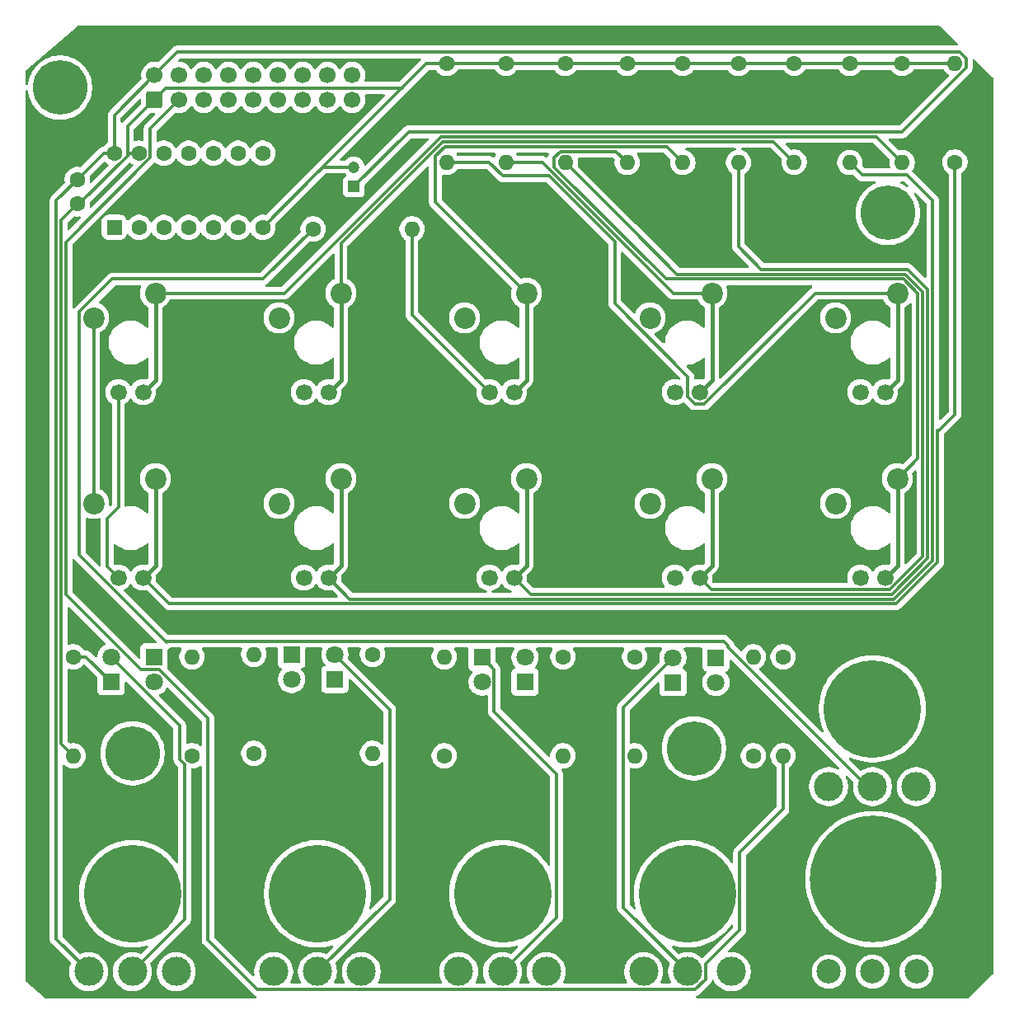
<source format=gbl>
G04 #@! TF.GenerationSoftware,KiCad,Pcbnew,9.0.0*
G04 #@! TF.CreationDate,2025-06-15T15:41:00+02:00*
G04 #@! TF.ProjectId,8-bit computer_Keypad_Module_Right,382d6269-7420-4636-9f6d-70757465725f,rev?*
G04 #@! TF.SameCoordinates,Original*
G04 #@! TF.FileFunction,Copper,L2,Bot*
G04 #@! TF.FilePolarity,Positive*
%FSLAX46Y46*%
G04 Gerber Fmt 4.6, Leading zero omitted, Abs format (unit mm)*
G04 Created by KiCad (PCBNEW 9.0.0) date 2025-06-15 15:41:00*
%MOMM*%
%LPD*%
G01*
G04 APERTURE LIST*
G04 Aperture macros list*
%AMRoundRect*
0 Rectangle with rounded corners*
0 $1 Rounding radius*
0 $2 $3 $4 $5 $6 $7 $8 $9 X,Y pos of 4 corners*
0 Add a 4 corners polygon primitive as box body*
4,1,4,$2,$3,$4,$5,$6,$7,$8,$9,$2,$3,0*
0 Add four circle primitives for the rounded corners*
1,1,$1+$1,$2,$3*
1,1,$1+$1,$4,$5*
1,1,$1+$1,$6,$7*
1,1,$1+$1,$8,$9*
0 Add four rect primitives between the rounded corners*
20,1,$1+$1,$2,$3,$4,$5,0*
20,1,$1+$1,$4,$5,$6,$7,0*
20,1,$1+$1,$6,$7,$8,$9,0*
20,1,$1+$1,$8,$9,$2,$3,0*%
G04 Aperture macros list end*
G04 #@! TA.AperFunction,ComponentPad*
%ADD10C,10.000000*%
G04 #@! TD*
G04 #@! TA.AperFunction,ComponentPad*
%ADD11C,3.000000*%
G04 #@! TD*
G04 #@! TA.AperFunction,ComponentPad*
%ADD12C,1.600000*%
G04 #@! TD*
G04 #@! TA.AperFunction,ComponentPad*
%ADD13O,1.600000X1.600000*%
G04 #@! TD*
G04 #@! TA.AperFunction,ComponentPad*
%ADD14C,2.200000*%
G04 #@! TD*
G04 #@! TA.AperFunction,ComponentPad*
%ADD15C,1.690600*%
G04 #@! TD*
G04 #@! TA.AperFunction,ComponentPad*
%ADD16R,1.200000X1.200000*%
G04 #@! TD*
G04 #@! TA.AperFunction,ComponentPad*
%ADD17C,1.200000*%
G04 #@! TD*
G04 #@! TA.AperFunction,ComponentPad*
%ADD18R,1.800000X1.800000*%
G04 #@! TD*
G04 #@! TA.AperFunction,ComponentPad*
%ADD19C,1.800000*%
G04 #@! TD*
G04 #@! TA.AperFunction,ComponentPad*
%ADD20C,5.600000*%
G04 #@! TD*
G04 #@! TA.AperFunction,ComponentPad*
%ADD21C,13.000000*%
G04 #@! TD*
G04 #@! TA.AperFunction,ComponentPad*
%ADD22C,2.500000*%
G04 #@! TD*
G04 #@! TA.AperFunction,ComponentPad*
%ADD23RoundRect,0.250000X0.600000X-0.600000X0.600000X0.600000X-0.600000X0.600000X-0.600000X-0.600000X0*%
G04 #@! TD*
G04 #@! TA.AperFunction,ComponentPad*
%ADD24C,1.700000*%
G04 #@! TD*
G04 #@! TA.AperFunction,ComponentPad*
%ADD25RoundRect,0.250000X0.550000X-0.550000X0.550000X0.550000X-0.550000X0.550000X-0.550000X-0.550000X0*%
G04 #@! TD*
G04 #@! TA.AperFunction,Conductor*
%ADD26C,0.300000*%
G04 #@! TD*
G04 #@! TA.AperFunction,Conductor*
%ADD27C,0.400000*%
G04 #@! TD*
G04 APERTURE END LIST*
D10*
X102864500Y-129745000D03*
D11*
X98364500Y-137745000D03*
X102864500Y-137745000D03*
X107364500Y-137745000D03*
D12*
X97180400Y-56402600D03*
X97180400Y-58902600D03*
X181914800Y-44495591D03*
D13*
X181914800Y-54655591D03*
D12*
X135128000Y-44495591D03*
D13*
X135128000Y-54655591D03*
D14*
X136969500Y-70612000D03*
X143319500Y-68072000D03*
D15*
X139509500Y-78232000D03*
X142049500Y-78232000D03*
D12*
X170815000Y-44450000D03*
D13*
X170815000Y-54610000D03*
D16*
X125603000Y-57118000D03*
D17*
X125603000Y-55118000D03*
D14*
X117919500Y-89662000D03*
X124269500Y-87122000D03*
D15*
X120459500Y-97282000D03*
X122999500Y-97282000D03*
D18*
X143184806Y-108015182D03*
D19*
X143184806Y-105475182D03*
D14*
X156019500Y-89662000D03*
X162369500Y-87122000D03*
D15*
X158559500Y-97282000D03*
X161099500Y-97282000D03*
D14*
X156019500Y-70612000D03*
X162369500Y-68072000D03*
D15*
X158559500Y-78232000D03*
X161099500Y-78232000D03*
D12*
X96774000Y-105410000D03*
D13*
X96774000Y-115570000D03*
D12*
X153670000Y-44495591D03*
D13*
X153670000Y-54655591D03*
D12*
X147320000Y-44495591D03*
D13*
X147320000Y-54655591D03*
D12*
X108966000Y-115570000D03*
D13*
X108966000Y-105410000D03*
D10*
X121864500Y-129745000D03*
D11*
X117364500Y-137745000D03*
X121864500Y-137745000D03*
X126364500Y-137745000D03*
D12*
X141224000Y-44450000D03*
D13*
X141224000Y-54610000D03*
D10*
X140864500Y-129745000D03*
D11*
X136364500Y-137745000D03*
X140864500Y-137745000D03*
X145364500Y-137745000D03*
D18*
X105084500Y-105440182D03*
D19*
X105084500Y-107980182D03*
D10*
X178858300Y-110745000D03*
D11*
X174358300Y-118745000D03*
X178858300Y-118745000D03*
X183358300Y-118745000D03*
D12*
X176530000Y-44495591D03*
D13*
X176530000Y-54655591D03*
D20*
X95427800Y-46964600D03*
D12*
X147066000Y-105410000D03*
D13*
X147066000Y-115570000D03*
D21*
X178961106Y-128243000D03*
D22*
X174366800Y-137743000D03*
X178866800Y-137743000D03*
X183366800Y-137743000D03*
D18*
X138764500Y-105475182D03*
D19*
X138764500Y-108015182D03*
D12*
X154432000Y-105410000D03*
D13*
X154432000Y-115570000D03*
D12*
X115316000Y-115316000D03*
D13*
X115316000Y-105156000D03*
D10*
X159864500Y-129745000D03*
D11*
X155364500Y-137745000D03*
X159864500Y-137745000D03*
X164364500Y-137745000D03*
D12*
X121412000Y-61468000D03*
D13*
X131572000Y-61468000D03*
D18*
X123654485Y-107735782D03*
D19*
X123654485Y-105195782D03*
D12*
X159385000Y-44495591D03*
D13*
X159385000Y-54655591D03*
D18*
X119209485Y-105195782D03*
D19*
X119209485Y-107735782D03*
D18*
X100669194Y-107980182D03*
D19*
X100669194Y-105440182D03*
D20*
X160528000Y-114808000D03*
D12*
X165100000Y-44495591D03*
D13*
X165100000Y-54655591D03*
D18*
X162784295Y-105505000D03*
D19*
X162784295Y-108045000D03*
D23*
X105105200Y-48209200D03*
D24*
X105105200Y-45669200D03*
X107645200Y-48209200D03*
X107645201Y-45669200D03*
X110185200Y-48209200D03*
X110185200Y-45669200D03*
X112725200Y-48209200D03*
X112725201Y-45669200D03*
X115265200Y-48209200D03*
X115265200Y-45669200D03*
X117805200Y-48209200D03*
X117805201Y-45669200D03*
X120345200Y-48209200D03*
X120345200Y-45669200D03*
X122885200Y-48209200D03*
X122885201Y-45669200D03*
X125425200Y-48209200D03*
X125425200Y-45669199D03*
D12*
X169672000Y-105410000D03*
D13*
X169672000Y-115570000D03*
D18*
X158373989Y-108045000D03*
D19*
X158373989Y-105505000D03*
D14*
X98869500Y-89662000D03*
X105219500Y-87122000D03*
D15*
X101409500Y-97282000D03*
X103949500Y-97282000D03*
D14*
X98869500Y-70612000D03*
X105219500Y-68072000D03*
D15*
X101409500Y-78232000D03*
X103949500Y-78232000D03*
D25*
X100990400Y-61315600D03*
D12*
X103530400Y-61315600D03*
X106070400Y-61315600D03*
X108610400Y-61315600D03*
X111150400Y-61315600D03*
X113690400Y-61315600D03*
X116230400Y-61315600D03*
X116230400Y-53695600D03*
X113690401Y-53695600D03*
X111150400Y-53695600D03*
X108610401Y-53695600D03*
X106070400Y-53695600D03*
X103530401Y-53695600D03*
X100990400Y-53695600D03*
D20*
X102870000Y-115316000D03*
D12*
X166624000Y-115570000D03*
D13*
X166624000Y-105410000D03*
D14*
X136969500Y-89662000D03*
X143319500Y-87122000D03*
D15*
X139509500Y-97282000D03*
X142049500Y-97282000D03*
D12*
X187325000Y-54610000D03*
D13*
X187325000Y-44450000D03*
D14*
X117919500Y-70612000D03*
X124269500Y-68072000D03*
D15*
X120459500Y-78232000D03*
X122999500Y-78232000D03*
D12*
X134874000Y-115570000D03*
D13*
X134874000Y-105410000D03*
D14*
X175069500Y-70612000D03*
X181419500Y-68072000D03*
D15*
X177609500Y-78232000D03*
X180149500Y-78232000D03*
D12*
X127508000Y-105156000D03*
D13*
X127508000Y-115316000D03*
D20*
X180441600Y-59842400D03*
D14*
X175069500Y-89662000D03*
X181419500Y-87122000D03*
D15*
X177609500Y-97282000D03*
X180149500Y-97282000D03*
D26*
X100990400Y-53695600D02*
X100990400Y-49784000D01*
X131220409Y-51500591D02*
X181902169Y-51500591D01*
X188476000Y-43973240D02*
X187801760Y-43299000D01*
X97180400Y-56402600D02*
X99887400Y-53695600D01*
X95027400Y-58555600D02*
X95027400Y-134407900D01*
X188476000Y-44926760D02*
X188476000Y-43973240D01*
X181902169Y-51500591D02*
X188476000Y-44926760D01*
X99301182Y-90093682D02*
X98869500Y-89662000D01*
X98869500Y-89662000D02*
X98869500Y-70612000D01*
X187801760Y-43299000D02*
X107475400Y-43299000D01*
X125603000Y-57118000D02*
X131220409Y-51500591D01*
X95027400Y-134407900D02*
X98364500Y-137745000D01*
X97180400Y-56402600D02*
X95027400Y-58555600D01*
X100990400Y-49784000D02*
X105105200Y-45669200D01*
X107475400Y-43299000D02*
X105105200Y-45669200D01*
X99887400Y-53695600D02*
X100990400Y-53695600D01*
X152519000Y-53504591D02*
X146843240Y-53504591D01*
X183515000Y-85026500D02*
X183515000Y-68554600D01*
X153670000Y-54655591D02*
X152519000Y-53504591D01*
X146169000Y-54178831D02*
X146169000Y-55132351D01*
X181419500Y-87122000D02*
X183515000Y-85026500D01*
X183515000Y-68115476D02*
X183515000Y-68554600D01*
D27*
X181419500Y-87122000D02*
X181419500Y-96012000D01*
D26*
X146169000Y-55132351D02*
X157657649Y-66621000D01*
X182020524Y-66621000D02*
X183515000Y-68115476D01*
X146843240Y-53504591D02*
X146169000Y-54178831D01*
X157657649Y-66621000D02*
X182020524Y-66621000D01*
D27*
X181419500Y-96012000D02*
X180149500Y-97282000D01*
D26*
X101409500Y-90076473D02*
X100278500Y-91207473D01*
X100278500Y-91207473D02*
X100278500Y-96151000D01*
X101409500Y-78232000D02*
X101409500Y-90076473D01*
X131572000Y-61468000D02*
X131572000Y-70294500D01*
X131572000Y-70294500D02*
X139509500Y-78232000D01*
X100278500Y-96151000D02*
X101409500Y-97282000D01*
X181267584Y-99981300D02*
X106648800Y-99981300D01*
X106648800Y-99981300D02*
X103949500Y-97282000D01*
D27*
X105219500Y-96012000D02*
X103949500Y-97282000D01*
D26*
X181267584Y-99981300D02*
X185547000Y-95701884D01*
X185547000Y-95701884D02*
X185547000Y-82296000D01*
X185547000Y-82296000D02*
X187325000Y-80518000D01*
D27*
X105219500Y-87122000D02*
X105219500Y-96012000D01*
D26*
X185547000Y-82296000D02*
X185547000Y-82169000D01*
X187325000Y-80518000D02*
X187325000Y-54610000D01*
X176530000Y-54655591D02*
X177805209Y-55930800D01*
D27*
X124269500Y-87122000D02*
X124269500Y-96012000D01*
D26*
X185039000Y-95501364D02*
X181060064Y-99480300D01*
X181060064Y-99480300D02*
X125197800Y-99480300D01*
X185039000Y-58572400D02*
X185039000Y-95501364D01*
D27*
X124269500Y-96012000D02*
X122999500Y-97282000D01*
D26*
X177805209Y-55930800D02*
X182397400Y-55930800D01*
X182397400Y-55930800D02*
X185039000Y-58572400D01*
X125197800Y-99480300D02*
X122999500Y-97282000D01*
X133050409Y-44495591D02*
X121793000Y-55753000D01*
X170815000Y-44450000D02*
X176484409Y-44450000D01*
X130537800Y-47008200D02*
X106306200Y-47008200D01*
X102362000Y-50952400D02*
X102362000Y-53951760D01*
X141224000Y-44450000D02*
X135173591Y-44450000D01*
X182880000Y-44450000D02*
X187325000Y-44450000D01*
X159385000Y-44495591D02*
X165100000Y-44495591D01*
X181914800Y-44495591D02*
X182834409Y-44495591D01*
X176484409Y-44450000D02*
X176530000Y-44495591D01*
X135128000Y-44495591D02*
X133050409Y-44495591D01*
X105105200Y-48209200D02*
X102362000Y-50952400D01*
X95528400Y-60554600D02*
X97180400Y-58902600D01*
X170769409Y-44495591D02*
X170815000Y-44450000D01*
X121793000Y-55753000D02*
X116230400Y-61315600D01*
X153670000Y-44495591D02*
X159385000Y-44495591D01*
X103530401Y-53695600D02*
X102618160Y-53695600D01*
X97411160Y-58902600D02*
X97180400Y-58902600D01*
X141269591Y-44495591D02*
X141224000Y-44450000D01*
X165100000Y-44495591D02*
X170769409Y-44495591D01*
X147320000Y-44495591D02*
X141269591Y-44495591D01*
X102362000Y-53951760D02*
X97411160Y-58902600D01*
X102618160Y-53695600D02*
X102362000Y-53951760D01*
X182834409Y-44495591D02*
X182880000Y-44450000D01*
X153670000Y-44495591D02*
X147320000Y-44495591D01*
X95528400Y-114324400D02*
X95528400Y-60554600D01*
X176530000Y-44495591D02*
X181914800Y-44495591D01*
X96774000Y-115570000D02*
X95528400Y-114324400D01*
X125603000Y-55118000D02*
X122428000Y-55118000D01*
X135173591Y-44450000D02*
X135128000Y-44495591D01*
X106306200Y-47008200D02*
X105105200Y-48209200D01*
X122428000Y-55118000D02*
X121793000Y-55753000D01*
X102864500Y-137745000D02*
X108215500Y-132394000D01*
X107723506Y-115955266D02*
X107723506Y-112494494D01*
X108215500Y-116447260D02*
X107723506Y-115955266D01*
X107723506Y-112494494D02*
X100669194Y-105440182D01*
X108215500Y-132394000D02*
X108215500Y-116447260D01*
X98099012Y-105410000D02*
X100669194Y-107980182D01*
X96774000Y-105410000D02*
X98099012Y-105410000D01*
X129286000Y-110827297D02*
X129286000Y-130323500D01*
X129286000Y-130323500D02*
X121864500Y-137745000D01*
X123654485Y-105195782D02*
X129286000Y-110827297D01*
X146416649Y-117436513D02*
X140015500Y-111035364D01*
X140015500Y-106726182D02*
X138764500Y-105475182D01*
X146416649Y-132192851D02*
X146416649Y-117436513D01*
X140015500Y-111035364D02*
X140015500Y-106726182D01*
X140864500Y-137745000D02*
X146416649Y-132192851D01*
X138764500Y-106096876D02*
X138764500Y-105475182D01*
X158373989Y-105505000D02*
X154672494Y-109206494D01*
X154672494Y-109206494D02*
X154513500Y-109365489D01*
X159864500Y-137745000D02*
X153281000Y-131161500D01*
X153281000Y-110597988D02*
X154672494Y-109206494D01*
X153281000Y-131161500D02*
X153281000Y-110597988D01*
X165100000Y-63296800D02*
X167422200Y-65619000D01*
X180852544Y-98979300D02*
X143746800Y-98979300D01*
X167422200Y-65619000D02*
X182435565Y-65619000D01*
D27*
X143319500Y-96012000D02*
X142049500Y-97282000D01*
D26*
X184531000Y-67714435D02*
X184531000Y-95300844D01*
X165100000Y-54655591D02*
X165100000Y-63296800D01*
X143746800Y-98979300D02*
X142049500Y-97282000D01*
X182435565Y-65619000D02*
X184531000Y-67714435D01*
X184531000Y-95300844D02*
X180852544Y-98979300D01*
D27*
X143319500Y-87122000D02*
X143319500Y-96012000D01*
D26*
X162295800Y-98478300D02*
X161099500Y-97282000D01*
X158784410Y-66120000D02*
X182228045Y-66120000D01*
X154155205Y-61490795D02*
X158784410Y-66120000D01*
D27*
X162369500Y-87122000D02*
X162369500Y-96012000D01*
D26*
X184030000Y-67921955D02*
X184030000Y-95093324D01*
X184030000Y-95093324D02*
X180645024Y-98478300D01*
X180645024Y-98478300D02*
X162295800Y-98478300D01*
X182228045Y-66120000D02*
X184030000Y-67921955D01*
X154155205Y-61490795D02*
X147320000Y-54655591D01*
D27*
X162369500Y-96012000D02*
X161099500Y-97282000D01*
D26*
X154248464Y-61584055D02*
X154155205Y-61490795D01*
X159903200Y-78727524D02*
X159903200Y-76621227D01*
X139491591Y-54655591D02*
X135128000Y-54655591D01*
X145647803Y-56028196D02*
X140864196Y-56028196D01*
X152400000Y-62780393D02*
X145647803Y-56028196D01*
X172951324Y-68072000D02*
X161595024Y-79428300D01*
X161595024Y-79428300D02*
X160603976Y-79428300D01*
X152400000Y-69118027D02*
X152400000Y-62780393D01*
X140864196Y-56028196D02*
X139491591Y-54655591D01*
X160603976Y-79428300D02*
X159903200Y-78727524D01*
X181419500Y-68072000D02*
X172951324Y-68072000D01*
X159903200Y-76621227D02*
X152400000Y-69118027D01*
D27*
X181419500Y-68072000D02*
X181419500Y-76962000D01*
X181419500Y-76962000D02*
X180149500Y-78232000D01*
D26*
X179260800Y-52001591D02*
X181914800Y-54655591D01*
D27*
X105219500Y-68072000D02*
X105219500Y-76962000D01*
D26*
X141224000Y-54610000D02*
X144938128Y-54610000D01*
D27*
X162369500Y-68072000D02*
X162369500Y-76962000D01*
D26*
X144938128Y-54610000D02*
X158400129Y-68072000D01*
X158400129Y-68072000D02*
X162369500Y-68072000D01*
D27*
X162369500Y-76962000D02*
X161099500Y-78232000D01*
X105219500Y-76962000D02*
X103949500Y-78232000D01*
D26*
X118470959Y-68072000D02*
X134541369Y-52001591D01*
X134541369Y-52001591D02*
X179260800Y-52001591D01*
X105219500Y-68072000D02*
X118470959Y-68072000D01*
X124269500Y-68072000D02*
X124269500Y-62981979D01*
X168707591Y-52502591D02*
X170815000Y-54610000D01*
D27*
X124269500Y-76962000D02*
X122999500Y-78232000D01*
X124269500Y-68072000D02*
X124269500Y-76962000D01*
D26*
X124269500Y-62981979D02*
X134748889Y-52502591D01*
X134748889Y-52502591D02*
X168707591Y-52502591D01*
X133977000Y-53983000D02*
X134956409Y-53003591D01*
D27*
X143319500Y-76962000D02*
X142049500Y-78232000D01*
X143319500Y-68072000D02*
X143319500Y-76962000D01*
D26*
X157733000Y-53003591D02*
X159385000Y-54655591D01*
X133977000Y-58729500D02*
X133977000Y-53983000D01*
X134956409Y-53003591D02*
X157733000Y-53003591D01*
X143319500Y-68072000D02*
X133977000Y-58729500D01*
X106246838Y-103811162D02*
X106380458Y-103944782D01*
X164058082Y-104276787D02*
X164058082Y-104471842D01*
X97418500Y-70010976D02*
X97418500Y-94982824D01*
X116259000Y-66621000D02*
X100808476Y-66621000D01*
X164058082Y-104471842D02*
X178331240Y-118745000D01*
X164058082Y-104276787D02*
X163592457Y-103811162D01*
X178331240Y-118745000D02*
X178858300Y-118745000D01*
X163592457Y-103811162D02*
X106246838Y-103811162D01*
X178181000Y-118745000D02*
X178858300Y-118745000D01*
X100808476Y-66621000D02*
X97418500Y-70010976D01*
X97418500Y-94982824D02*
X106246838Y-103811162D01*
X121412000Y-61468000D02*
X116259000Y-66621000D01*
X160631210Y-139596000D02*
X115710980Y-139596000D01*
X107645200Y-48209200D02*
X104681401Y-51172999D01*
X115710980Y-139596000D02*
X110612490Y-134497510D01*
X104681401Y-51172999D02*
X104681401Y-54172360D01*
X110612490Y-111738990D02*
X110612490Y-134497510D01*
X96029400Y-99031206D02*
X103727376Y-106729182D01*
X104681401Y-54172360D02*
X96029400Y-62824361D01*
X103727376Y-106729182D02*
X105602682Y-106729182D01*
X165215500Y-133478290D02*
X161715500Y-136978290D01*
X169672000Y-121043818D02*
X165215500Y-125500318D01*
X96029400Y-62824361D02*
X96029400Y-99031206D01*
X165215500Y-125500318D02*
X165215500Y-133478290D01*
X161715500Y-136978290D02*
X161715500Y-138511710D01*
X161715500Y-138511710D02*
X160631210Y-139596000D01*
X105602682Y-106729182D02*
X110612490Y-111738990D01*
X169672000Y-115570000D02*
X169672000Y-121043818D01*
G04 #@! TA.AperFunction,NonConductor*
G36*
X132444230Y-43969185D02*
G01*
X132489985Y-44021989D01*
X132499929Y-44091147D01*
X132470904Y-44154703D01*
X132464872Y-44161181D01*
X130304673Y-46321381D01*
X130243350Y-46354866D01*
X130216992Y-46357700D01*
X126791883Y-46357700D01*
X126724844Y-46338015D01*
X126679089Y-46285211D01*
X126669145Y-46216053D01*
X126675640Y-46192371D01*
X126675251Y-46192245D01*
X126685177Y-46161697D01*
X126742446Y-45985442D01*
X126775700Y-45775486D01*
X126775700Y-45562912D01*
X126742446Y-45352956D01*
X126676757Y-45150787D01*
X126580251Y-44961383D01*
X126580249Y-44961380D01*
X126580248Y-44961378D01*
X126455309Y-44789412D01*
X126304986Y-44639089D01*
X126133020Y-44514150D01*
X125943614Y-44417643D01*
X125943613Y-44417642D01*
X125943612Y-44417642D01*
X125741443Y-44351953D01*
X125741441Y-44351952D01*
X125741440Y-44351952D01*
X125580157Y-44326407D01*
X125531487Y-44318699D01*
X125318913Y-44318699D01*
X125270242Y-44326407D01*
X125108960Y-44351952D01*
X124906785Y-44417643D01*
X124717379Y-44514150D01*
X124545413Y-44639089D01*
X124395090Y-44789412D01*
X124270148Y-44961382D01*
X124265682Y-44970148D01*
X124217706Y-45020941D01*
X124149884Y-45037734D01*
X124083750Y-45015194D01*
X124044716Y-44970144D01*
X124040251Y-44961382D01*
X123915310Y-44789413D01*
X123764987Y-44639090D01*
X123593021Y-44514151D01*
X123403615Y-44417644D01*
X123403614Y-44417643D01*
X123403613Y-44417643D01*
X123201444Y-44351954D01*
X123201442Y-44351953D01*
X123201441Y-44351953D01*
X123040158Y-44326408D01*
X122991488Y-44318700D01*
X122778914Y-44318700D01*
X122730243Y-44326408D01*
X122568961Y-44351953D01*
X122366786Y-44417644D01*
X122177380Y-44514151D01*
X122005414Y-44639090D01*
X121855091Y-44789413D01*
X121730149Y-44961384D01*
X121730147Y-44961387D01*
X121725682Y-44970150D01*
X121677706Y-45020944D01*
X121609884Y-45037737D01*
X121543750Y-45015197D01*
X121504714Y-44970144D01*
X121502031Y-44964878D01*
X121500251Y-44961384D01*
X121500249Y-44961381D01*
X121500248Y-44961379D01*
X121375309Y-44789413D01*
X121224986Y-44639090D01*
X121053020Y-44514151D01*
X120863614Y-44417644D01*
X120863613Y-44417643D01*
X120863612Y-44417643D01*
X120661443Y-44351954D01*
X120661441Y-44351953D01*
X120661440Y-44351953D01*
X120500157Y-44326408D01*
X120451487Y-44318700D01*
X120238913Y-44318700D01*
X120190242Y-44326408D01*
X120028960Y-44351953D01*
X119826785Y-44417644D01*
X119637379Y-44514151D01*
X119465413Y-44639090D01*
X119315090Y-44789413D01*
X119190148Y-44961383D01*
X119185682Y-44970149D01*
X119137706Y-45020942D01*
X119069884Y-45037735D01*
X119003750Y-45015195D01*
X118964714Y-44970142D01*
X118962032Y-44964878D01*
X118960252Y-44961384D01*
X118960250Y-44961381D01*
X118960249Y-44961379D01*
X118835310Y-44789413D01*
X118684987Y-44639090D01*
X118513021Y-44514151D01*
X118323615Y-44417644D01*
X118323614Y-44417643D01*
X118323613Y-44417643D01*
X118121444Y-44351954D01*
X118121442Y-44351953D01*
X118121441Y-44351953D01*
X117960158Y-44326408D01*
X117911488Y-44318700D01*
X117698914Y-44318700D01*
X117650243Y-44326408D01*
X117488961Y-44351953D01*
X117286786Y-44417644D01*
X117097380Y-44514151D01*
X116925414Y-44639090D01*
X116775091Y-44789413D01*
X116650149Y-44961384D01*
X116650147Y-44961387D01*
X116645682Y-44970150D01*
X116597706Y-45020944D01*
X116529884Y-45037737D01*
X116463750Y-45015197D01*
X116424714Y-44970144D01*
X116422031Y-44964878D01*
X116420251Y-44961384D01*
X116420249Y-44961381D01*
X116420248Y-44961379D01*
X116295309Y-44789413D01*
X116144986Y-44639090D01*
X115973020Y-44514151D01*
X115783614Y-44417644D01*
X115783613Y-44417643D01*
X115783612Y-44417643D01*
X115581443Y-44351954D01*
X115581441Y-44351953D01*
X115581440Y-44351953D01*
X115420157Y-44326408D01*
X115371487Y-44318700D01*
X115158913Y-44318700D01*
X115110242Y-44326408D01*
X114948960Y-44351953D01*
X114746785Y-44417644D01*
X114557379Y-44514151D01*
X114385413Y-44639090D01*
X114235090Y-44789413D01*
X114110148Y-44961383D01*
X114105682Y-44970149D01*
X114057706Y-45020942D01*
X113989884Y-45037735D01*
X113923750Y-45015195D01*
X113884714Y-44970142D01*
X113882032Y-44964878D01*
X113880252Y-44961384D01*
X113880250Y-44961381D01*
X113880249Y-44961379D01*
X113755310Y-44789413D01*
X113604987Y-44639090D01*
X113433021Y-44514151D01*
X113243615Y-44417644D01*
X113243614Y-44417643D01*
X113243613Y-44417643D01*
X113041444Y-44351954D01*
X113041442Y-44351953D01*
X113041441Y-44351953D01*
X112880158Y-44326408D01*
X112831488Y-44318700D01*
X112618914Y-44318700D01*
X112570243Y-44326408D01*
X112408961Y-44351953D01*
X112206786Y-44417644D01*
X112017380Y-44514151D01*
X111845414Y-44639090D01*
X111695091Y-44789413D01*
X111570149Y-44961384D01*
X111570147Y-44961387D01*
X111565682Y-44970150D01*
X111517706Y-45020944D01*
X111449884Y-45037737D01*
X111383750Y-45015197D01*
X111344714Y-44970144D01*
X111342031Y-44964878D01*
X111340251Y-44961384D01*
X111340249Y-44961381D01*
X111340248Y-44961379D01*
X111215309Y-44789413D01*
X111064986Y-44639090D01*
X110893020Y-44514151D01*
X110703614Y-44417644D01*
X110703613Y-44417643D01*
X110703612Y-44417643D01*
X110501443Y-44351954D01*
X110501441Y-44351953D01*
X110501440Y-44351953D01*
X110340157Y-44326408D01*
X110291487Y-44318700D01*
X110078913Y-44318700D01*
X110030242Y-44326408D01*
X109868960Y-44351953D01*
X109666785Y-44417644D01*
X109477379Y-44514151D01*
X109305413Y-44639090D01*
X109155090Y-44789413D01*
X109030148Y-44961383D01*
X109025682Y-44970149D01*
X108977706Y-45020942D01*
X108909884Y-45037735D01*
X108843750Y-45015195D01*
X108804714Y-44970142D01*
X108802032Y-44964878D01*
X108800252Y-44961384D01*
X108800250Y-44961381D01*
X108800249Y-44961379D01*
X108675310Y-44789413D01*
X108524987Y-44639090D01*
X108353021Y-44514151D01*
X108163615Y-44417644D01*
X108163614Y-44417643D01*
X108163613Y-44417643D01*
X107961444Y-44351954D01*
X107961442Y-44351953D01*
X107961441Y-44351953D01*
X107800158Y-44326408D01*
X107751488Y-44318700D01*
X107675008Y-44318700D01*
X107653762Y-44312461D01*
X107631674Y-44310882D01*
X107620890Y-44302809D01*
X107607969Y-44299015D01*
X107593469Y-44282281D01*
X107575741Y-44269010D01*
X107571033Y-44256389D01*
X107562214Y-44246211D01*
X107559062Y-44224293D01*
X107551324Y-44203546D01*
X107554186Y-44190385D01*
X107552270Y-44177053D01*
X107561469Y-44156909D01*
X107566176Y-44135273D01*
X107579444Y-44117547D01*
X107581295Y-44113497D01*
X107587327Y-44107019D01*
X107708527Y-43985819D01*
X107769850Y-43952334D01*
X107796208Y-43949500D01*
X132377191Y-43949500D01*
X132444230Y-43969185D01*
G37*
G04 #@! TD.AperFunction*
G04 #@! TA.AperFunction,NonConductor*
G36*
X103674034Y-48122825D02*
G01*
X103729967Y-48164697D01*
X103754384Y-48230161D01*
X103754700Y-48239007D01*
X103754700Y-48588391D01*
X103735015Y-48655430D01*
X103718381Y-48676072D01*
X101852581Y-50541872D01*
X101791258Y-50575357D01*
X101721566Y-50570373D01*
X101665633Y-50528501D01*
X101641216Y-50463037D01*
X101640900Y-50454191D01*
X101640900Y-50104807D01*
X101660585Y-50037768D01*
X101677214Y-50017131D01*
X103543019Y-48151325D01*
X103604342Y-48117841D01*
X103674034Y-48122825D01*
G37*
G04 #@! TD.AperFunction*
G04 #@! TA.AperFunction,NonConductor*
G36*
X105142431Y-49579384D02*
G01*
X105188186Y-49632188D01*
X105198130Y-49701346D01*
X105169105Y-49764902D01*
X105163073Y-49771380D01*
X104176129Y-50758323D01*
X104176123Y-50758330D01*
X104173234Y-50762656D01*
X104173228Y-50762664D01*
X104104936Y-50864869D01*
X104055900Y-50983254D01*
X104055898Y-50983260D01*
X104030901Y-51108927D01*
X104030901Y-52320124D01*
X104011216Y-52387163D01*
X103958412Y-52432918D01*
X103889254Y-52442862D01*
X103868584Y-52438055D01*
X103834943Y-52427124D01*
X103834936Y-52427123D01*
X103724446Y-52409623D01*
X103632753Y-52395100D01*
X103428049Y-52395100D01*
X103360655Y-52405774D01*
X103225865Y-52427123D01*
X103225862Y-52427123D01*
X103174818Y-52443709D01*
X103104977Y-52445704D01*
X103045144Y-52409623D01*
X103014316Y-52346922D01*
X103012500Y-52325778D01*
X103012500Y-51273207D01*
X103032185Y-51206168D01*
X103048814Y-51185531D01*
X104638327Y-49596017D01*
X104699650Y-49562533D01*
X104726008Y-49559699D01*
X105075392Y-49559699D01*
X105142431Y-49579384D01*
G37*
G04 #@! TD.AperFunction*
G04 #@! TA.AperFunction,NonConductor*
G36*
X145572322Y-53673776D02*
G01*
X145618077Y-53726580D01*
X145628021Y-53795738D01*
X145608386Y-53846980D01*
X145596861Y-53864229D01*
X145596857Y-53864236D01*
X145592533Y-53870705D01*
X145592532Y-53870707D01*
X145543500Y-53989082D01*
X145543498Y-53989089D01*
X145537027Y-54021620D01*
X145504640Y-54083530D01*
X145443924Y-54118103D01*
X145374155Y-54114362D01*
X145346520Y-54100529D01*
X145262812Y-54044598D01*
X145246255Y-54033535D01*
X145237933Y-54030088D01*
X145127872Y-53984499D01*
X145127866Y-53984497D01*
X145002199Y-53959500D01*
X145002197Y-53959500D01*
X142422071Y-53959500D01*
X142416821Y-53957958D01*
X142411460Y-53959045D01*
X142383655Y-53948219D01*
X142355032Y-53939815D01*
X142350097Y-53935154D01*
X142346351Y-53933696D01*
X142321753Y-53908385D01*
X142280043Y-53850976D01*
X142256563Y-53785170D01*
X142272389Y-53717116D01*
X142322494Y-53668421D01*
X142380361Y-53654091D01*
X145505283Y-53654091D01*
X145572322Y-53673776D01*
G37*
G04 #@! TD.AperFunction*
G04 #@! TA.AperFunction,NonConductor*
G36*
X140134677Y-53673776D02*
G01*
X140180432Y-53726580D01*
X140190376Y-53795738D01*
X140167957Y-53850976D01*
X140111712Y-53928390D01*
X140038525Y-54072029D01*
X139990550Y-54122825D01*
X139922729Y-54139620D01*
X139859151Y-54118837D01*
X139799718Y-54079126D01*
X139782584Y-54072029D01*
X139681335Y-54030090D01*
X139681329Y-54030088D01*
X139555662Y-54005091D01*
X139555660Y-54005091D01*
X136326071Y-54005091D01*
X136320821Y-54003549D01*
X136315459Y-54004636D01*
X136287656Y-53993811D01*
X136259032Y-53985406D01*
X136254096Y-53980744D01*
X136250350Y-53979286D01*
X136225754Y-53953978D01*
X136150918Y-53850975D01*
X136127440Y-53785169D01*
X136143266Y-53717116D01*
X136193372Y-53668421D01*
X136251238Y-53654091D01*
X140067638Y-53654091D01*
X140134677Y-53673776D01*
G37*
G04 #@! TD.AperFunction*
G04 #@! TA.AperFunction,NonConductor*
G36*
X140031178Y-45102041D02*
G01*
X140036541Y-45100955D01*
X140064343Y-45111779D01*
X140092968Y-45120185D01*
X140097903Y-45124846D01*
X140101650Y-45126305D01*
X140126245Y-45151612D01*
X140211945Y-45269569D01*
X140232034Y-45297219D01*
X140376786Y-45441971D01*
X140493565Y-45526814D01*
X140542390Y-45562287D01*
X140658607Y-45621503D01*
X140724776Y-45655218D01*
X140724778Y-45655218D01*
X140724781Y-45655220D01*
X140829137Y-45689127D01*
X140919465Y-45718477D01*
X141020557Y-45734488D01*
X141121648Y-45750500D01*
X141121649Y-45750500D01*
X141326351Y-45750500D01*
X141326352Y-45750500D01*
X141528534Y-45718477D01*
X141723219Y-45655220D01*
X141905610Y-45562287D01*
X142039595Y-45464942D01*
X142071213Y-45441971D01*
X142071215Y-45441968D01*
X142071219Y-45441966D01*
X142215966Y-45297219D01*
X142288628Y-45197206D01*
X142343958Y-45154540D01*
X142388947Y-45146091D01*
X146121929Y-45146091D01*
X146188968Y-45165776D01*
X146222245Y-45197204D01*
X146327031Y-45341429D01*
X146328034Y-45342810D01*
X146472786Y-45487562D01*
X146627749Y-45600147D01*
X146638390Y-45607878D01*
X146754607Y-45667094D01*
X146820776Y-45700809D01*
X146820778Y-45700809D01*
X146820781Y-45700811D01*
X146925137Y-45734718D01*
X147015465Y-45764068D01*
X147116557Y-45780079D01*
X147217648Y-45796091D01*
X147217649Y-45796091D01*
X147422351Y-45796091D01*
X147422352Y-45796091D01*
X147624534Y-45764068D01*
X147819219Y-45700811D01*
X148001610Y-45607878D01*
X148113186Y-45526814D01*
X148167213Y-45487562D01*
X148167215Y-45487559D01*
X148167219Y-45487557D01*
X148311966Y-45342810D01*
X148417753Y-45197204D01*
X148473082Y-45154540D01*
X148518071Y-45146091D01*
X152471929Y-45146091D01*
X152538968Y-45165776D01*
X152572245Y-45197204D01*
X152677031Y-45341429D01*
X152678034Y-45342810D01*
X152822786Y-45487562D01*
X152977749Y-45600147D01*
X152988390Y-45607878D01*
X153104607Y-45667094D01*
X153170776Y-45700809D01*
X153170778Y-45700809D01*
X153170781Y-45700811D01*
X153275137Y-45734718D01*
X153365465Y-45764068D01*
X153466557Y-45780079D01*
X153567648Y-45796091D01*
X153567649Y-45796091D01*
X153772351Y-45796091D01*
X153772352Y-45796091D01*
X153974534Y-45764068D01*
X154169219Y-45700811D01*
X154351610Y-45607878D01*
X154463186Y-45526814D01*
X154517213Y-45487562D01*
X154517215Y-45487559D01*
X154517219Y-45487557D01*
X154661966Y-45342810D01*
X154767753Y-45197204D01*
X154823082Y-45154540D01*
X154868071Y-45146091D01*
X158186929Y-45146091D01*
X158253968Y-45165776D01*
X158287245Y-45197204D01*
X158392031Y-45341429D01*
X158393034Y-45342810D01*
X158537786Y-45487562D01*
X158692749Y-45600147D01*
X158703390Y-45607878D01*
X158819607Y-45667094D01*
X158885776Y-45700809D01*
X158885778Y-45700809D01*
X158885781Y-45700811D01*
X158990137Y-45734718D01*
X159080465Y-45764068D01*
X159181557Y-45780079D01*
X159282648Y-45796091D01*
X159282649Y-45796091D01*
X159487351Y-45796091D01*
X159487352Y-45796091D01*
X159689534Y-45764068D01*
X159884219Y-45700811D01*
X160066610Y-45607878D01*
X160178186Y-45526814D01*
X160232213Y-45487562D01*
X160232215Y-45487559D01*
X160232219Y-45487557D01*
X160376966Y-45342810D01*
X160482753Y-45197204D01*
X160538082Y-45154540D01*
X160583071Y-45146091D01*
X163901929Y-45146091D01*
X163968968Y-45165776D01*
X164002245Y-45197204D01*
X164107031Y-45341429D01*
X164108034Y-45342810D01*
X164252786Y-45487562D01*
X164407749Y-45600147D01*
X164418390Y-45607878D01*
X164534607Y-45667094D01*
X164600776Y-45700809D01*
X164600778Y-45700809D01*
X164600781Y-45700811D01*
X164705137Y-45734718D01*
X164795465Y-45764068D01*
X164896557Y-45780079D01*
X164997648Y-45796091D01*
X164997649Y-45796091D01*
X165202351Y-45796091D01*
X165202352Y-45796091D01*
X165404534Y-45764068D01*
X165599219Y-45700811D01*
X165781610Y-45607878D01*
X165893186Y-45526814D01*
X165947213Y-45487562D01*
X165947215Y-45487559D01*
X165947219Y-45487557D01*
X166091966Y-45342810D01*
X166197753Y-45197204D01*
X166253082Y-45154540D01*
X166298071Y-45146091D01*
X169650053Y-45146091D01*
X169717092Y-45165776D01*
X169750372Y-45197207D01*
X169823030Y-45297215D01*
X169967786Y-45441971D01*
X170084565Y-45526814D01*
X170133390Y-45562287D01*
X170249607Y-45621503D01*
X170315776Y-45655218D01*
X170315778Y-45655218D01*
X170315781Y-45655220D01*
X170420137Y-45689127D01*
X170510465Y-45718477D01*
X170611557Y-45734488D01*
X170712648Y-45750500D01*
X170712649Y-45750500D01*
X170917351Y-45750500D01*
X170917352Y-45750500D01*
X171119534Y-45718477D01*
X171314219Y-45655220D01*
X171496610Y-45562287D01*
X171630595Y-45464942D01*
X171662213Y-45441971D01*
X171662215Y-45441968D01*
X171662219Y-45441966D01*
X171806966Y-45297219D01*
X171912753Y-45151613D01*
X171968082Y-45108949D01*
X172013071Y-45100500D01*
X175302644Y-45100500D01*
X175369683Y-45120185D01*
X175413127Y-45168202D01*
X175417713Y-45177202D01*
X175538028Y-45342804D01*
X175682786Y-45487562D01*
X175837749Y-45600147D01*
X175848390Y-45607878D01*
X175964607Y-45667094D01*
X176030776Y-45700809D01*
X176030778Y-45700809D01*
X176030781Y-45700811D01*
X176135137Y-45734718D01*
X176225465Y-45764068D01*
X176326557Y-45780079D01*
X176427648Y-45796091D01*
X176427649Y-45796091D01*
X176632351Y-45796091D01*
X176632352Y-45796091D01*
X176834534Y-45764068D01*
X177029219Y-45700811D01*
X177211610Y-45607878D01*
X177323186Y-45526814D01*
X177377213Y-45487562D01*
X177377215Y-45487559D01*
X177377219Y-45487557D01*
X177521966Y-45342810D01*
X177627753Y-45197204D01*
X177683082Y-45154540D01*
X177728071Y-45146091D01*
X180716729Y-45146091D01*
X180783768Y-45165776D01*
X180817045Y-45197204D01*
X180921831Y-45341429D01*
X180922834Y-45342810D01*
X181067586Y-45487562D01*
X181222549Y-45600147D01*
X181233190Y-45607878D01*
X181349407Y-45667094D01*
X181415576Y-45700809D01*
X181415578Y-45700809D01*
X181415581Y-45700811D01*
X181519937Y-45734718D01*
X181610265Y-45764068D01*
X181711357Y-45780079D01*
X181812448Y-45796091D01*
X181812449Y-45796091D01*
X182017151Y-45796091D01*
X182017152Y-45796091D01*
X182219334Y-45764068D01*
X182414019Y-45700811D01*
X182596410Y-45607878D01*
X182707986Y-45526814D01*
X182762013Y-45487562D01*
X182762015Y-45487559D01*
X182762019Y-45487557D01*
X182906766Y-45342810D01*
X183027087Y-45177201D01*
X183031671Y-45168205D01*
X183079645Y-45117409D01*
X183142156Y-45100500D01*
X186126929Y-45100500D01*
X186193968Y-45120185D01*
X186227245Y-45151613D01*
X186312945Y-45269569D01*
X186333034Y-45297219D01*
X186477786Y-45441971D01*
X186643385Y-45562284D01*
X186643387Y-45562285D01*
X186643390Y-45562287D01*
X186674912Y-45578348D01*
X186725708Y-45626322D01*
X186742503Y-45694143D01*
X186719966Y-45760278D01*
X186706298Y-45776514D01*
X181669042Y-50813772D01*
X181607719Y-50847257D01*
X181581361Y-50850091D01*
X131156338Y-50850091D01*
X131030670Y-50875088D01*
X131030664Y-50875090D01*
X130912283Y-50924125D01*
X130805735Y-50995317D01*
X130805734Y-50995318D01*
X126884146Y-54916907D01*
X126822823Y-54950392D01*
X126753131Y-54945408D01*
X126697198Y-54903536D01*
X126678912Y-54864605D01*
X126677907Y-54864932D01*
X126676402Y-54860299D01*
X126622873Y-54695555D01*
X126544232Y-54541212D01*
X126442414Y-54401072D01*
X126319928Y-54278586D01*
X126179788Y-54176768D01*
X126050270Y-54110776D01*
X126025447Y-54098128D01*
X126025446Y-54098127D01*
X126025445Y-54098127D01*
X125860701Y-54044598D01*
X125860699Y-54044597D01*
X125860698Y-54044597D01*
X125729271Y-54023781D01*
X125689611Y-54017500D01*
X125516389Y-54017500D01*
X125476728Y-54023781D01*
X125345302Y-54044597D01*
X125180552Y-54098128D01*
X125026211Y-54176768D01*
X124959078Y-54225544D01*
X124886072Y-54278586D01*
X124886070Y-54278588D01*
X124886069Y-54278588D01*
X124763585Y-54401072D01*
X124752459Y-54416387D01*
X124697128Y-54459052D01*
X124652142Y-54467500D01*
X124297808Y-54467500D01*
X124230769Y-54447815D01*
X124185014Y-54395011D01*
X124175070Y-54325853D01*
X124204095Y-54262297D01*
X124210127Y-54255819D01*
X133283536Y-45182410D01*
X133344859Y-45148925D01*
X133371217Y-45146091D01*
X133929929Y-45146091D01*
X133996968Y-45165776D01*
X134030245Y-45197204D01*
X134135031Y-45341429D01*
X134136034Y-45342810D01*
X134280786Y-45487562D01*
X134435749Y-45600147D01*
X134446390Y-45607878D01*
X134562607Y-45667094D01*
X134628776Y-45700809D01*
X134628778Y-45700809D01*
X134628781Y-45700811D01*
X134733137Y-45734718D01*
X134823465Y-45764068D01*
X134924557Y-45780079D01*
X135025648Y-45796091D01*
X135025649Y-45796091D01*
X135230351Y-45796091D01*
X135230352Y-45796091D01*
X135432534Y-45764068D01*
X135627219Y-45700811D01*
X135809610Y-45607878D01*
X135921186Y-45526814D01*
X135975213Y-45487562D01*
X135975215Y-45487559D01*
X135975219Y-45487557D01*
X136119966Y-45342810D01*
X136119968Y-45342806D01*
X136119971Y-45342804D01*
X136218237Y-45207550D01*
X136240287Y-45177201D01*
X136244871Y-45168205D01*
X136244873Y-45168202D01*
X136292848Y-45117407D01*
X136355356Y-45100500D01*
X140025929Y-45100500D01*
X140031178Y-45102041D01*
G37*
G04 #@! TD.AperFunction*
G04 #@! TA.AperFunction,NonConductor*
G36*
X100022613Y-54582845D02*
G01*
X100066960Y-54611345D01*
X100143181Y-54687566D01*
X100143184Y-54687568D01*
X100143188Y-54687572D01*
X100308785Y-54807884D01*
X100308787Y-54807885D01*
X100308790Y-54807887D01*
X100340312Y-54823948D01*
X100391108Y-54871922D01*
X100407903Y-54939743D01*
X100385366Y-55005878D01*
X100371698Y-55022114D01*
X98673979Y-56719833D01*
X98612656Y-56753318D01*
X98542964Y-56748334D01*
X98487031Y-56706462D01*
X98462614Y-56640998D01*
X98463824Y-56612759D01*
X98480900Y-56504952D01*
X98480900Y-56300248D01*
X98477006Y-56275664D01*
X98452745Y-56122486D01*
X98461700Y-56053193D01*
X98487534Y-56015410D01*
X99891600Y-54611344D01*
X99952921Y-54577861D01*
X100022613Y-54582845D01*
G37*
G04 #@! TD.AperFunction*
G04 #@! TA.AperFunction,NonConductor*
G36*
X182143631Y-56600985D02*
G01*
X182164273Y-56617619D01*
X182498659Y-56952005D01*
X182532144Y-57013328D01*
X182527160Y-57083020D01*
X182485288Y-57138953D01*
X182419824Y-57163370D01*
X182351551Y-57148518D01*
X182342087Y-57142788D01*
X182140448Y-57008057D01*
X182140447Y-57008056D01*
X182140442Y-57008053D01*
X182140437Y-57008050D01*
X182140430Y-57008046D01*
X181854454Y-56855188D01*
X181854449Y-56855186D01*
X181769167Y-56819861D01*
X181714764Y-56776020D01*
X181692699Y-56709726D01*
X181709978Y-56642026D01*
X181761116Y-56594416D01*
X181816620Y-56581300D01*
X182076592Y-56581300D01*
X182143631Y-56600985D01*
G37*
G04 #@! TD.AperFunction*
G04 #@! TA.AperFunction,NonConductor*
G36*
X102659936Y-54676283D02*
G01*
X102689487Y-54692147D01*
X102845608Y-54805575D01*
X102845610Y-54805576D01*
X102848791Y-54807887D01*
X102881162Y-54824381D01*
X102881996Y-54824822D01*
X102906359Y-54848547D01*
X102931109Y-54871921D01*
X102931346Y-54872878D01*
X102932053Y-54873567D01*
X102939731Y-54906738D01*
X102947905Y-54939742D01*
X102947587Y-54940674D01*
X102947810Y-54941637D01*
X102936337Y-54973689D01*
X102925369Y-55005877D01*
X102924406Y-55007019D01*
X102924264Y-55007419D01*
X102923715Y-55007840D01*
X102911700Y-55022114D01*
X98666451Y-59267363D01*
X98605128Y-59300848D01*
X98535436Y-59295864D01*
X98479503Y-59253992D01*
X98455086Y-59188528D01*
X98456297Y-59160284D01*
X98458850Y-59144169D01*
X98480900Y-59004952D01*
X98480900Y-58804167D01*
X98500585Y-58737128D01*
X98517219Y-58716486D01*
X100535324Y-56698381D01*
X102528923Y-54704782D01*
X102590244Y-54671299D01*
X102659936Y-54676283D01*
G37*
G04 #@! TD.AperFunction*
G04 #@! TA.AperFunction,NonConductor*
G36*
X96997119Y-60190281D02*
G01*
X97078048Y-60203100D01*
X97078049Y-60203100D01*
X97282751Y-60203100D01*
X97282752Y-60203100D01*
X97438085Y-60178497D01*
X97507377Y-60187451D01*
X97560829Y-60232447D01*
X97581469Y-60299199D01*
X97562744Y-60366513D01*
X97545163Y-60388651D01*
X96390581Y-61543234D01*
X96329258Y-61576719D01*
X96259566Y-61571735D01*
X96203633Y-61529863D01*
X96179216Y-61464399D01*
X96178900Y-61455553D01*
X96178900Y-60875407D01*
X96198585Y-60808368D01*
X96215215Y-60787730D01*
X96793209Y-60209735D01*
X96854530Y-60176252D01*
X96900286Y-60174945D01*
X96997119Y-60190281D01*
G37*
G04 #@! TD.AperFunction*
G04 #@! TA.AperFunction,NonConductor*
G36*
X164799847Y-53172776D02*
G01*
X164845602Y-53225580D01*
X164855546Y-53294738D01*
X164826521Y-53358294D01*
X164771127Y-53395022D01*
X164600776Y-53450372D01*
X164418386Y-53543306D01*
X164252786Y-53663619D01*
X164108028Y-53808377D01*
X163987715Y-53973977D01*
X163894781Y-54156367D01*
X163831522Y-54351056D01*
X163799500Y-54553239D01*
X163799500Y-54757942D01*
X163831522Y-54960125D01*
X163894781Y-55154814D01*
X163987715Y-55337204D01*
X164108028Y-55502804D01*
X164252784Y-55647560D01*
X164321863Y-55697748D01*
X164398385Y-55753344D01*
X164441051Y-55808672D01*
X164449500Y-55853661D01*
X164449500Y-63360869D01*
X164449500Y-63360871D01*
X164449499Y-63360871D01*
X164472174Y-63474856D01*
X164474498Y-63486540D01*
X164474500Y-63486546D01*
X164523534Y-63604925D01*
X164594726Y-63711473D01*
X164594727Y-63711474D01*
X166141073Y-65257819D01*
X166174558Y-65319142D01*
X166169574Y-65388834D01*
X166127702Y-65444767D01*
X166062238Y-65469184D01*
X166053392Y-65469500D01*
X159105218Y-65469500D01*
X159038179Y-65449815D01*
X159017537Y-65433181D01*
X154569873Y-60985517D01*
X148627137Y-55042782D01*
X148593652Y-54981459D01*
X148592345Y-54935703D01*
X148604288Y-54860299D01*
X148620500Y-54757943D01*
X148620500Y-54553239D01*
X148588477Y-54351057D01*
X148588475Y-54351053D01*
X148588475Y-54351048D01*
X148577545Y-54317408D01*
X148575550Y-54247567D01*
X148611631Y-54187735D01*
X148674332Y-54156907D01*
X148695476Y-54155091D01*
X152198192Y-54155091D01*
X152227632Y-54163735D01*
X152257619Y-54170259D01*
X152262634Y-54174013D01*
X152265231Y-54174776D01*
X152285873Y-54191410D01*
X152362862Y-54268399D01*
X152396347Y-54329722D01*
X152397654Y-54375477D01*
X152369500Y-54553238D01*
X152369500Y-54757942D01*
X152401522Y-54960125D01*
X152464781Y-55154814D01*
X152557715Y-55337204D01*
X152678028Y-55502804D01*
X152822786Y-55647562D01*
X152947456Y-55738138D01*
X152988390Y-55767878D01*
X153081300Y-55815218D01*
X153170776Y-55860809D01*
X153170778Y-55860809D01*
X153170781Y-55860811D01*
X153275137Y-55894718D01*
X153365465Y-55924068D01*
X153461838Y-55939332D01*
X153567648Y-55956091D01*
X153567649Y-55956091D01*
X153772351Y-55956091D01*
X153772352Y-55956091D01*
X153974534Y-55924068D01*
X154169219Y-55860811D01*
X154351610Y-55767878D01*
X154444590Y-55700323D01*
X154517213Y-55647562D01*
X154517215Y-55647559D01*
X154517219Y-55647557D01*
X154661966Y-55502810D01*
X154661968Y-55502806D01*
X154661971Y-55502804D01*
X154728935Y-55410634D01*
X154782287Y-55337201D01*
X154875220Y-55154810D01*
X154938477Y-54960125D01*
X154970500Y-54757943D01*
X154970500Y-54553239D01*
X154953802Y-54447815D01*
X154938477Y-54351056D01*
X154902218Y-54239464D01*
X154875220Y-54156372D01*
X154875218Y-54156369D01*
X154875218Y-54156367D01*
X154818268Y-54044598D01*
X154782287Y-53973981D01*
X154754078Y-53935154D01*
X154692920Y-53850976D01*
X154669440Y-53785170D01*
X154685266Y-53717116D01*
X154735372Y-53668421D01*
X154793238Y-53654091D01*
X157412192Y-53654091D01*
X157479231Y-53673776D01*
X157499873Y-53690410D01*
X158077862Y-54268399D01*
X158111347Y-54329722D01*
X158112654Y-54375477D01*
X158084500Y-54553238D01*
X158084500Y-54757942D01*
X158116522Y-54960125D01*
X158179781Y-55154814D01*
X158272715Y-55337204D01*
X158393028Y-55502804D01*
X158537786Y-55647562D01*
X158662456Y-55738138D01*
X158703390Y-55767878D01*
X158796300Y-55815218D01*
X158885776Y-55860809D01*
X158885778Y-55860809D01*
X158885781Y-55860811D01*
X158990137Y-55894718D01*
X159080465Y-55924068D01*
X159176838Y-55939332D01*
X159282648Y-55956091D01*
X159282649Y-55956091D01*
X159487351Y-55956091D01*
X159487352Y-55956091D01*
X159689534Y-55924068D01*
X159884219Y-55860811D01*
X160066610Y-55767878D01*
X160159590Y-55700323D01*
X160232213Y-55647562D01*
X160232215Y-55647559D01*
X160232219Y-55647557D01*
X160376966Y-55502810D01*
X160376968Y-55502806D01*
X160376971Y-55502804D01*
X160443935Y-55410634D01*
X160497287Y-55337201D01*
X160590220Y-55154810D01*
X160653477Y-54960125D01*
X160685500Y-54757943D01*
X160685500Y-54553239D01*
X160668802Y-54447815D01*
X160653477Y-54351056D01*
X160617218Y-54239464D01*
X160590220Y-54156372D01*
X160590218Y-54156369D01*
X160590218Y-54156367D01*
X160533268Y-54044598D01*
X160497287Y-53973981D01*
X160469078Y-53935154D01*
X160376971Y-53808377D01*
X160232213Y-53663619D01*
X160066613Y-53543306D01*
X160066612Y-53543305D01*
X160066610Y-53543304D01*
X159977133Y-53497713D01*
X159884223Y-53450372D01*
X159713873Y-53395022D01*
X159656198Y-53355584D01*
X159629000Y-53291225D01*
X159640915Y-53222379D01*
X159688159Y-53170903D01*
X159752192Y-53153091D01*
X164732808Y-53153091D01*
X164799847Y-53172776D01*
G37*
G04 #@! TD.AperFunction*
G04 #@! TA.AperFunction,NonConductor*
G36*
X179007031Y-52671776D02*
G01*
X179027673Y-52688410D01*
X180607662Y-54268399D01*
X180641147Y-54329722D01*
X180642454Y-54375477D01*
X180616205Y-54541211D01*
X180614300Y-54553239D01*
X180614300Y-54757943D01*
X180630311Y-54859034D01*
X180646323Y-54960126D01*
X180646323Y-54960129D01*
X180697613Y-55117982D01*
X180699608Y-55187823D01*
X180663528Y-55247656D01*
X180600827Y-55278484D01*
X180579682Y-55280300D01*
X178126017Y-55280300D01*
X178058978Y-55260615D01*
X178038336Y-55243981D01*
X177837137Y-55042782D01*
X177803652Y-54981459D01*
X177802345Y-54935703D01*
X177814288Y-54860299D01*
X177830500Y-54757943D01*
X177830500Y-54553239D01*
X177813802Y-54447815D01*
X177798477Y-54351056D01*
X177762218Y-54239464D01*
X177735220Y-54156372D01*
X177735218Y-54156369D01*
X177735218Y-54156367D01*
X177678268Y-54044598D01*
X177642287Y-53973981D01*
X177614078Y-53935154D01*
X177521971Y-53808377D01*
X177377213Y-53663619D01*
X177211613Y-53543306D01*
X177211612Y-53543305D01*
X177211610Y-53543304D01*
X177122133Y-53497713D01*
X177029223Y-53450372D01*
X176834534Y-53387113D01*
X176659995Y-53359469D01*
X176632352Y-53355091D01*
X176427648Y-53355091D01*
X176403329Y-53358942D01*
X176225465Y-53387113D01*
X176030776Y-53450372D01*
X175848386Y-53543306D01*
X175682786Y-53663619D01*
X175538028Y-53808377D01*
X175417715Y-53973977D01*
X175324781Y-54156367D01*
X175261522Y-54351056D01*
X175229500Y-54553239D01*
X175229500Y-54757942D01*
X175261522Y-54960125D01*
X175324781Y-55154814D01*
X175417715Y-55337204D01*
X175538028Y-55502804D01*
X175682786Y-55647562D01*
X175807456Y-55738138D01*
X175848390Y-55767878D01*
X175941300Y-55815218D01*
X176030776Y-55860809D01*
X176030778Y-55860809D01*
X176030781Y-55860811D01*
X176135137Y-55894718D01*
X176225465Y-55924068D01*
X176321838Y-55939332D01*
X176427648Y-55956091D01*
X176427649Y-55956091D01*
X176632351Y-55956091D01*
X176632352Y-55956091D01*
X176810112Y-55927936D01*
X176879405Y-55936890D01*
X176917191Y-55962728D01*
X177390534Y-56436072D01*
X177390537Y-56436075D01*
X177390540Y-56436077D01*
X177441502Y-56470128D01*
X177497082Y-56507265D01*
X177615465Y-56556301D01*
X177615469Y-56556301D01*
X177615470Y-56556302D01*
X177741137Y-56581300D01*
X177741140Y-56581300D01*
X179066580Y-56581300D01*
X179133619Y-56600985D01*
X179179374Y-56653789D01*
X179189318Y-56722947D01*
X179160293Y-56786503D01*
X179114033Y-56819861D01*
X179028750Y-56855186D01*
X179028745Y-56855188D01*
X178742769Y-57008046D01*
X178742751Y-57008057D01*
X178473132Y-57188211D01*
X178473118Y-57188221D01*
X178222441Y-57393946D01*
X177993146Y-57623241D01*
X177787421Y-57873918D01*
X177787411Y-57873932D01*
X177607257Y-58143551D01*
X177607246Y-58143569D01*
X177454388Y-58429545D01*
X177454386Y-58429550D01*
X177330286Y-58729152D01*
X177236148Y-59039486D01*
X177236145Y-59039497D01*
X177172887Y-59357525D01*
X177172884Y-59357542D01*
X177160316Y-59485154D01*
X177141100Y-59680257D01*
X177141100Y-60004543D01*
X177150654Y-60101552D01*
X177172884Y-60327257D01*
X177172887Y-60327274D01*
X177236145Y-60645302D01*
X177236148Y-60645313D01*
X177330286Y-60955647D01*
X177357224Y-61020681D01*
X177436988Y-61213248D01*
X177454386Y-61255249D01*
X177454388Y-61255254D01*
X177607246Y-61541230D01*
X177607257Y-61541248D01*
X177787411Y-61810867D01*
X177787421Y-61810881D01*
X177993146Y-62061558D01*
X178222441Y-62290853D01*
X178222446Y-62290857D01*
X178222447Y-62290858D01*
X178473124Y-62496583D01*
X178742758Y-62676747D01*
X178742767Y-62676752D01*
X178742769Y-62676753D01*
X179028745Y-62829611D01*
X179028747Y-62829611D01*
X179028753Y-62829615D01*
X179328354Y-62953714D01*
X179638677Y-63047849D01*
X179638683Y-63047850D01*
X179638686Y-63047851D01*
X179638697Y-63047854D01*
X179838128Y-63087522D01*
X179956732Y-63111114D01*
X180279457Y-63142900D01*
X180279460Y-63142900D01*
X180603740Y-63142900D01*
X180603743Y-63142900D01*
X180926468Y-63111114D01*
X181108815Y-63074843D01*
X181244502Y-63047854D01*
X181244513Y-63047851D01*
X181244513Y-63047850D01*
X181244523Y-63047849D01*
X181554846Y-62953714D01*
X181854447Y-62829615D01*
X182140442Y-62676747D01*
X182410076Y-62496583D01*
X182660753Y-62290858D01*
X182890058Y-62061553D01*
X183095783Y-61810876D01*
X183275947Y-61541242D01*
X183428815Y-61255247D01*
X183552914Y-60955646D01*
X183647049Y-60645323D01*
X183647051Y-60645313D01*
X183647054Y-60645302D01*
X183698104Y-60388651D01*
X183710314Y-60327268D01*
X183742100Y-60004543D01*
X183742100Y-59680257D01*
X183710314Y-59357532D01*
X183667875Y-59144174D01*
X183647054Y-59039497D01*
X183647051Y-59039486D01*
X183647050Y-59039483D01*
X183647049Y-59039477D01*
X183552914Y-58729154D01*
X183428815Y-58429553D01*
X183403745Y-58382651D01*
X183275953Y-58143569D01*
X183275952Y-58143567D01*
X183275947Y-58143558D01*
X183141210Y-57941911D01*
X183120333Y-57875234D01*
X183138818Y-57807854D01*
X183190796Y-57761164D01*
X183259766Y-57749988D01*
X183323830Y-57777874D01*
X183331994Y-57785340D01*
X184352181Y-58805527D01*
X184385666Y-58866850D01*
X184388500Y-58893208D01*
X184388500Y-66352626D01*
X184368815Y-66419665D01*
X184316011Y-66465420D01*
X184246853Y-66475364D01*
X184183297Y-66446339D01*
X184176819Y-66440307D01*
X182850238Y-65113726D01*
X182850234Y-65113723D01*
X182743692Y-65042535D01*
X182625309Y-64993499D01*
X182625303Y-64993497D01*
X182499636Y-64968500D01*
X182499634Y-64968500D01*
X167743008Y-64968500D01*
X167675969Y-64948815D01*
X167655327Y-64932181D01*
X165786819Y-63063673D01*
X165753334Y-63002350D01*
X165750500Y-62975992D01*
X165750500Y-55853661D01*
X165770185Y-55786622D01*
X165801613Y-55753344D01*
X165947219Y-55647557D01*
X166091966Y-55502810D01*
X166091968Y-55502806D01*
X166091971Y-55502804D01*
X166158935Y-55410634D01*
X166212287Y-55337201D01*
X166305220Y-55154810D01*
X166368477Y-54960125D01*
X166400500Y-54757943D01*
X166400500Y-54553239D01*
X166383802Y-54447815D01*
X166368477Y-54351056D01*
X166332218Y-54239464D01*
X166305220Y-54156372D01*
X166305218Y-54156369D01*
X166305218Y-54156367D01*
X166248268Y-54044598D01*
X166212287Y-53973981D01*
X166184078Y-53935154D01*
X166091971Y-53808377D01*
X165947213Y-53663619D01*
X165781613Y-53543306D01*
X165781612Y-53543305D01*
X165781610Y-53543304D01*
X165692133Y-53497713D01*
X165599223Y-53450372D01*
X165428873Y-53395022D01*
X165371198Y-53355584D01*
X165344000Y-53291225D01*
X165355915Y-53222379D01*
X165403159Y-53170903D01*
X165467192Y-53153091D01*
X168386783Y-53153091D01*
X168453822Y-53172776D01*
X168474464Y-53189410D01*
X169507862Y-54222808D01*
X169541347Y-54284131D01*
X169542654Y-54329886D01*
X169514500Y-54507647D01*
X169514500Y-54712351D01*
X169546522Y-54914534D01*
X169609781Y-55109223D01*
X169654700Y-55197380D01*
X169702053Y-55290315D01*
X169702715Y-55291613D01*
X169823028Y-55457213D01*
X169967786Y-55601971D01*
X170113383Y-55707751D01*
X170133390Y-55722287D01*
X170224088Y-55768500D01*
X170315776Y-55815218D01*
X170315778Y-55815218D01*
X170315781Y-55815220D01*
X170376436Y-55834928D01*
X170510465Y-55878477D01*
X170611557Y-55894488D01*
X170712648Y-55910500D01*
X170712649Y-55910500D01*
X170917351Y-55910500D01*
X170917352Y-55910500D01*
X171119534Y-55878477D01*
X171314219Y-55815220D01*
X171496610Y-55722287D01*
X171599468Y-55647557D01*
X171662213Y-55601971D01*
X171662215Y-55601968D01*
X171662219Y-55601966D01*
X171806966Y-55457219D01*
X171806968Y-55457215D01*
X171806971Y-55457213D01*
X171902464Y-55325776D01*
X171927287Y-55291610D01*
X172020220Y-55109219D01*
X172083477Y-54914534D01*
X172115500Y-54712352D01*
X172115500Y-54507648D01*
X172106023Y-54447815D01*
X172083477Y-54305465D01*
X172040765Y-54174013D01*
X172020220Y-54110781D01*
X172020218Y-54110778D01*
X172020218Y-54110776D01*
X171963842Y-54000134D01*
X171927287Y-53928390D01*
X171912753Y-53908385D01*
X171806971Y-53762786D01*
X171662213Y-53618028D01*
X171496613Y-53497715D01*
X171496612Y-53497714D01*
X171496610Y-53497713D01*
X171439653Y-53468691D01*
X171314223Y-53404781D01*
X171119534Y-53341522D01*
X170944995Y-53313878D01*
X170917352Y-53309500D01*
X170712648Y-53309500D01*
X170534886Y-53337654D01*
X170465593Y-53328699D01*
X170427808Y-53302862D01*
X169988718Y-52863772D01*
X169955233Y-52802449D01*
X169960217Y-52732757D01*
X170002089Y-52676824D01*
X170067553Y-52652407D01*
X170076399Y-52652091D01*
X178939992Y-52652091D01*
X179007031Y-52671776D01*
G37*
G04 #@! TD.AperFunction*
G04 #@! TA.AperFunction,NonConductor*
G36*
X128735031Y-47678385D02*
G01*
X128780786Y-47731189D01*
X128790730Y-47800347D01*
X128761705Y-47863903D01*
X128755673Y-47870381D01*
X121378330Y-55247724D01*
X116617590Y-60008462D01*
X116556267Y-60041947D01*
X116510511Y-60043254D01*
X116365011Y-60020209D01*
X116332752Y-60015100D01*
X116128048Y-60015100D01*
X116103729Y-60018951D01*
X115925865Y-60047122D01*
X115731176Y-60110381D01*
X115548786Y-60203315D01*
X115383186Y-60323628D01*
X115238428Y-60468386D01*
X115118115Y-60633986D01*
X115070885Y-60726680D01*
X115022910Y-60777476D01*
X114955089Y-60794271D01*
X114888954Y-60771734D01*
X114849915Y-60726680D01*
X114808456Y-60645313D01*
X114802687Y-60633990D01*
X114750421Y-60562051D01*
X114682371Y-60468386D01*
X114537613Y-60323628D01*
X114372013Y-60203315D01*
X114372012Y-60203314D01*
X114372010Y-60203313D01*
X114287567Y-60160287D01*
X114189623Y-60110381D01*
X113994934Y-60047122D01*
X113820395Y-60019478D01*
X113792752Y-60015100D01*
X113588048Y-60015100D01*
X113563729Y-60018951D01*
X113385865Y-60047122D01*
X113191176Y-60110381D01*
X113008786Y-60203315D01*
X112843186Y-60323628D01*
X112698428Y-60468386D01*
X112578115Y-60633986D01*
X112530885Y-60726680D01*
X112482910Y-60777476D01*
X112415089Y-60794271D01*
X112348954Y-60771734D01*
X112309915Y-60726680D01*
X112268456Y-60645313D01*
X112262687Y-60633990D01*
X112210421Y-60562051D01*
X112142371Y-60468386D01*
X111997613Y-60323628D01*
X111832013Y-60203315D01*
X111832012Y-60203314D01*
X111832010Y-60203313D01*
X111747567Y-60160287D01*
X111649623Y-60110381D01*
X111454934Y-60047122D01*
X111280395Y-60019478D01*
X111252752Y-60015100D01*
X111048048Y-60015100D01*
X111023729Y-60018951D01*
X110845865Y-60047122D01*
X110651176Y-60110381D01*
X110468786Y-60203315D01*
X110303186Y-60323628D01*
X110158428Y-60468386D01*
X110038115Y-60633986D01*
X109990885Y-60726680D01*
X109942910Y-60777476D01*
X109875089Y-60794271D01*
X109808954Y-60771734D01*
X109769915Y-60726680D01*
X109728456Y-60645313D01*
X109722687Y-60633990D01*
X109670421Y-60562051D01*
X109602371Y-60468386D01*
X109457613Y-60323628D01*
X109292013Y-60203315D01*
X109292012Y-60203314D01*
X109292010Y-60203313D01*
X109207567Y-60160287D01*
X109109623Y-60110381D01*
X108914934Y-60047122D01*
X108740395Y-60019478D01*
X108712752Y-60015100D01*
X108508048Y-60015100D01*
X108483729Y-60018951D01*
X108305865Y-60047122D01*
X108111176Y-60110381D01*
X107928786Y-60203315D01*
X107763186Y-60323628D01*
X107618428Y-60468386D01*
X107498115Y-60633986D01*
X107450885Y-60726680D01*
X107402910Y-60777476D01*
X107335089Y-60794271D01*
X107268954Y-60771734D01*
X107229915Y-60726680D01*
X107188456Y-60645313D01*
X107182687Y-60633990D01*
X107130421Y-60562051D01*
X107062371Y-60468386D01*
X106917613Y-60323628D01*
X106752013Y-60203315D01*
X106752012Y-60203314D01*
X106752010Y-60203313D01*
X106667567Y-60160287D01*
X106569623Y-60110381D01*
X106374934Y-60047122D01*
X106200395Y-60019478D01*
X106172752Y-60015100D01*
X105968048Y-60015100D01*
X105943729Y-60018951D01*
X105765865Y-60047122D01*
X105571176Y-60110381D01*
X105388786Y-60203315D01*
X105223186Y-60323628D01*
X105078428Y-60468386D01*
X104958115Y-60633986D01*
X104910885Y-60726680D01*
X104862910Y-60777476D01*
X104795089Y-60794271D01*
X104728954Y-60771734D01*
X104689915Y-60726680D01*
X104648456Y-60645313D01*
X104642687Y-60633990D01*
X104590421Y-60562051D01*
X104522371Y-60468386D01*
X104377613Y-60323628D01*
X104212013Y-60203315D01*
X104212012Y-60203314D01*
X104212010Y-60203313D01*
X104127567Y-60160287D01*
X104029623Y-60110381D01*
X103834934Y-60047122D01*
X103660395Y-60019478D01*
X103632752Y-60015100D01*
X103428048Y-60015100D01*
X103403729Y-60018951D01*
X103225865Y-60047122D01*
X103031176Y-60110381D01*
X102848786Y-60203315D01*
X102683186Y-60323628D01*
X102538432Y-60468382D01*
X102538428Y-60468387D01*
X102470378Y-60562051D01*
X102415048Y-60604717D01*
X102345435Y-60610696D01*
X102283640Y-60578090D01*
X102252354Y-60528170D01*
X102232544Y-60468387D01*
X102225214Y-60446266D01*
X102133112Y-60296944D01*
X102009056Y-60172888D01*
X101859734Y-60080786D01*
X101693197Y-60025601D01*
X101693195Y-60025600D01*
X101590410Y-60015100D01*
X100390398Y-60015100D01*
X100390381Y-60015101D01*
X100287603Y-60025600D01*
X100287600Y-60025601D01*
X100121068Y-60080785D01*
X100121063Y-60080787D01*
X99971742Y-60172889D01*
X99847689Y-60296942D01*
X99755587Y-60446263D01*
X99755586Y-60446266D01*
X99700401Y-60612803D01*
X99700401Y-60612804D01*
X99700400Y-60612804D01*
X99689900Y-60715583D01*
X99689900Y-61915601D01*
X99689901Y-61915618D01*
X99700400Y-62018396D01*
X99700401Y-62018399D01*
X99714703Y-62061558D01*
X99755586Y-62184934D01*
X99847688Y-62334256D01*
X99971744Y-62458312D01*
X100121066Y-62550414D01*
X100287603Y-62605599D01*
X100390391Y-62616100D01*
X101590408Y-62616099D01*
X101693197Y-62605599D01*
X101859734Y-62550414D01*
X102009056Y-62458312D01*
X102133112Y-62334256D01*
X102225214Y-62184934D01*
X102252355Y-62103027D01*
X102292126Y-62045584D01*
X102356642Y-62018761D01*
X102425418Y-62031076D01*
X102470377Y-62069147D01*
X102528837Y-62149610D01*
X102538434Y-62162819D01*
X102683186Y-62307571D01*
X102838149Y-62420156D01*
X102848790Y-62427887D01*
X102965007Y-62487103D01*
X103031176Y-62520818D01*
X103031178Y-62520818D01*
X103031181Y-62520820D01*
X103122256Y-62550412D01*
X103225865Y-62584077D01*
X103302015Y-62596138D01*
X103428048Y-62616100D01*
X103428049Y-62616100D01*
X103632751Y-62616100D01*
X103632752Y-62616100D01*
X103834934Y-62584077D01*
X104029619Y-62520820D01*
X104212010Y-62427887D01*
X104340882Y-62334257D01*
X104377613Y-62307571D01*
X104377615Y-62307568D01*
X104377619Y-62307566D01*
X104522366Y-62162819D01*
X104522368Y-62162815D01*
X104522371Y-62162813D01*
X104642684Y-61997214D01*
X104642685Y-61997213D01*
X104642687Y-61997210D01*
X104689916Y-61904517D01*
X104737889Y-61853723D01*
X104805710Y-61836928D01*
X104871845Y-61859465D01*
X104910883Y-61904517D01*
X104916540Y-61915618D01*
X104958115Y-61997214D01*
X105078428Y-62162813D01*
X105223186Y-62307571D01*
X105378149Y-62420156D01*
X105388790Y-62427887D01*
X105505007Y-62487103D01*
X105571176Y-62520818D01*
X105571178Y-62520818D01*
X105571181Y-62520820D01*
X105662256Y-62550412D01*
X105765865Y-62584077D01*
X105842015Y-62596138D01*
X105968048Y-62616100D01*
X105968049Y-62616100D01*
X106172751Y-62616100D01*
X106172752Y-62616100D01*
X106374934Y-62584077D01*
X106569619Y-62520820D01*
X106752010Y-62427887D01*
X106880882Y-62334257D01*
X106917613Y-62307571D01*
X106917615Y-62307568D01*
X106917619Y-62307566D01*
X107062366Y-62162819D01*
X107062368Y-62162815D01*
X107062371Y-62162813D01*
X107182684Y-61997214D01*
X107182685Y-61997213D01*
X107182687Y-61997210D01*
X107229916Y-61904517D01*
X107277889Y-61853723D01*
X107345710Y-61836928D01*
X107411845Y-61859465D01*
X107450883Y-61904517D01*
X107456540Y-61915618D01*
X107498115Y-61997214D01*
X107618428Y-62162813D01*
X107763186Y-62307571D01*
X107918149Y-62420156D01*
X107928790Y-62427887D01*
X108045007Y-62487103D01*
X108111176Y-62520818D01*
X108111178Y-62520818D01*
X108111181Y-62520820D01*
X108202256Y-62550412D01*
X108305865Y-62584077D01*
X108382015Y-62596138D01*
X108508048Y-62616100D01*
X108508049Y-62616100D01*
X108712751Y-62616100D01*
X108712752Y-62616100D01*
X108914934Y-62584077D01*
X109109619Y-62520820D01*
X109292010Y-62427887D01*
X109420882Y-62334257D01*
X109457613Y-62307571D01*
X109457615Y-62307568D01*
X109457619Y-62307566D01*
X109602366Y-62162819D01*
X109602368Y-62162815D01*
X109602371Y-62162813D01*
X109722684Y-61997214D01*
X109722685Y-61997213D01*
X109722687Y-61997210D01*
X109769916Y-61904517D01*
X109817889Y-61853723D01*
X109885710Y-61836928D01*
X109951845Y-61859465D01*
X109990883Y-61904517D01*
X109996540Y-61915618D01*
X110038115Y-61997214D01*
X110158428Y-62162813D01*
X110303186Y-62307571D01*
X110458149Y-62420156D01*
X110468790Y-62427887D01*
X110585007Y-62487103D01*
X110651176Y-62520818D01*
X110651178Y-62520818D01*
X110651181Y-62520820D01*
X110742256Y-62550412D01*
X110845865Y-62584077D01*
X110922015Y-62596138D01*
X111048048Y-62616100D01*
X111048049Y-62616100D01*
X111252751Y-62616100D01*
X111252752Y-62616100D01*
X111454934Y-62584077D01*
X111649619Y-62520820D01*
X111832010Y-62427887D01*
X111960882Y-62334257D01*
X111997613Y-62307571D01*
X111997615Y-62307568D01*
X111997619Y-62307566D01*
X112142366Y-62162819D01*
X112142368Y-62162815D01*
X112142371Y-62162813D01*
X112262684Y-61997214D01*
X112262685Y-61997213D01*
X112262687Y-61997210D01*
X112309916Y-61904517D01*
X112357889Y-61853723D01*
X112425710Y-61836928D01*
X112491845Y-61859465D01*
X112530883Y-61904517D01*
X112536540Y-61915618D01*
X112578115Y-61997214D01*
X112698428Y-62162813D01*
X112843186Y-62307571D01*
X112998149Y-62420156D01*
X113008790Y-62427887D01*
X113125007Y-62487103D01*
X113191176Y-62520818D01*
X113191178Y-62520818D01*
X113191181Y-62520820D01*
X113282256Y-62550412D01*
X113385865Y-62584077D01*
X113462015Y-62596138D01*
X113588048Y-62616100D01*
X113588049Y-62616100D01*
X113792751Y-62616100D01*
X113792752Y-62616100D01*
X113994934Y-62584077D01*
X114189619Y-62520820D01*
X114372010Y-62427887D01*
X114500882Y-62334257D01*
X114537613Y-62307571D01*
X114537615Y-62307568D01*
X114537619Y-62307566D01*
X114682366Y-62162819D01*
X114682368Y-62162815D01*
X114682371Y-62162813D01*
X114802684Y-61997214D01*
X114802685Y-61997213D01*
X114802687Y-61997210D01*
X114849916Y-61904517D01*
X114897889Y-61853723D01*
X114965710Y-61836928D01*
X115031845Y-61859465D01*
X115070883Y-61904517D01*
X115076540Y-61915618D01*
X115118115Y-61997214D01*
X115238428Y-62162813D01*
X115383186Y-62307571D01*
X115538149Y-62420156D01*
X115548790Y-62427887D01*
X115665007Y-62487103D01*
X115731176Y-62520818D01*
X115731178Y-62520818D01*
X115731181Y-62520820D01*
X115822256Y-62550412D01*
X115925865Y-62584077D01*
X116002015Y-62596138D01*
X116128048Y-62616100D01*
X116128049Y-62616100D01*
X116332751Y-62616100D01*
X116332752Y-62616100D01*
X116534934Y-62584077D01*
X116729619Y-62520820D01*
X116912010Y-62427887D01*
X117040882Y-62334257D01*
X117077613Y-62307571D01*
X117077615Y-62307568D01*
X117077619Y-62307566D01*
X117222366Y-62162819D01*
X117222368Y-62162815D01*
X117222371Y-62162813D01*
X117295939Y-62061553D01*
X117342687Y-61997210D01*
X117435620Y-61814819D01*
X117498877Y-61620134D01*
X117530900Y-61417952D01*
X117530900Y-61213248D01*
X117502745Y-61035486D01*
X117511700Y-60966193D01*
X117537534Y-60928410D01*
X122298276Y-56167670D01*
X122298277Y-56167669D01*
X122661127Y-55804819D01*
X122722450Y-55771334D01*
X122748808Y-55768500D01*
X124652142Y-55768500D01*
X124684417Y-55777977D01*
X124716886Y-55786745D01*
X124718101Y-55787867D01*
X124719181Y-55788185D01*
X124744059Y-55809269D01*
X124748534Y-55814211D01*
X124763586Y-55834928D01*
X124802818Y-55874160D01*
X124804869Y-55876425D01*
X124818793Y-55905233D01*
X124834118Y-55933298D01*
X124833891Y-55936469D01*
X124835275Y-55939332D01*
X124831415Y-55971085D01*
X124829134Y-56002990D01*
X124827228Y-56005535D01*
X124826845Y-56008691D01*
X124806431Y-56033316D01*
X124787262Y-56058923D01*
X124783502Y-56060976D01*
X124782254Y-56062482D01*
X124778650Y-56063626D01*
X124768135Y-56069368D01*
X124768454Y-56069953D01*
X124760664Y-56074206D01*
X124645455Y-56160452D01*
X124645452Y-56160455D01*
X124559206Y-56275664D01*
X124559202Y-56275671D01*
X124508908Y-56410517D01*
X124502501Y-56470116D01*
X124502500Y-56470128D01*
X124502500Y-57765870D01*
X124502501Y-57765876D01*
X124508908Y-57825483D01*
X124559202Y-57960328D01*
X124559206Y-57960335D01*
X124645452Y-58075544D01*
X124645455Y-58075547D01*
X124760664Y-58161793D01*
X124760671Y-58161797D01*
X124895517Y-58212091D01*
X124895516Y-58212091D01*
X124902444Y-58212835D01*
X124955127Y-58218500D01*
X126250872Y-58218499D01*
X126310483Y-58212091D01*
X126445331Y-58161796D01*
X126560546Y-58075546D01*
X126646796Y-57960331D01*
X126697091Y-57825483D01*
X126703500Y-57765873D01*
X126703499Y-56988806D01*
X126723183Y-56921768D01*
X126739813Y-56901131D01*
X131453536Y-52187410D01*
X131514859Y-52153925D01*
X131541217Y-52151091D01*
X133172561Y-52151091D01*
X133239600Y-52170776D01*
X133285355Y-52223580D01*
X133295299Y-52292738D01*
X133266274Y-52356294D01*
X133260242Y-52362772D01*
X118237832Y-67385181D01*
X118176509Y-67418666D01*
X118150151Y-67421500D01*
X116640608Y-67421500D01*
X116573569Y-67401815D01*
X116527814Y-67349011D01*
X116517870Y-67279853D01*
X116546895Y-67216297D01*
X116571715Y-67194398D01*
X116673669Y-67126277D01*
X121024809Y-62775135D01*
X121086130Y-62741652D01*
X121131886Y-62740345D01*
X121228719Y-62755681D01*
X121309648Y-62768500D01*
X121309649Y-62768500D01*
X121514351Y-62768500D01*
X121514352Y-62768500D01*
X121716534Y-62736477D01*
X121911219Y-62673220D01*
X122093610Y-62580287D01*
X122208820Y-62496583D01*
X122259213Y-62459971D01*
X122259215Y-62459968D01*
X122259219Y-62459966D01*
X122403966Y-62315219D01*
X122403968Y-62315215D01*
X122403971Y-62315213D01*
X122498621Y-62184936D01*
X122524287Y-62149610D01*
X122617220Y-61967219D01*
X122680477Y-61772534D01*
X122712500Y-61570352D01*
X122712500Y-61365648D01*
X122680477Y-61163466D01*
X122617220Y-60968781D01*
X122617218Y-60968778D01*
X122617218Y-60968776D01*
X122569643Y-60875407D01*
X122524287Y-60786390D01*
X122513639Y-60771734D01*
X122403971Y-60620786D01*
X122259213Y-60476028D01*
X122093613Y-60355715D01*
X122093612Y-60355714D01*
X122093610Y-60355713D01*
X122030640Y-60323628D01*
X121911223Y-60262781D01*
X121716534Y-60199522D01*
X121536936Y-60171077D01*
X121514352Y-60167500D01*
X121309648Y-60167500D01*
X121287064Y-60171077D01*
X121107465Y-60199522D01*
X120912776Y-60262781D01*
X120730386Y-60355715D01*
X120564786Y-60476028D01*
X120420028Y-60620786D01*
X120299715Y-60786386D01*
X120206781Y-60968776D01*
X120143522Y-61163465D01*
X120111500Y-61365648D01*
X120111500Y-61570352D01*
X120116609Y-61602611D01*
X120139654Y-61748111D01*
X120130699Y-61817405D01*
X120104862Y-61855190D01*
X116025873Y-65934181D01*
X115964550Y-65967666D01*
X115938192Y-65970500D01*
X100744405Y-65970500D01*
X100618737Y-65995497D01*
X100618731Y-65995499D01*
X100500350Y-66044534D01*
X100393802Y-66115726D01*
X96913227Y-69596301D01*
X96913223Y-69596306D01*
X96907000Y-69605620D01*
X96853387Y-69650423D01*
X96784061Y-69659129D01*
X96721035Y-69628972D01*
X96684317Y-69569528D01*
X96679900Y-69536726D01*
X96679900Y-63145167D01*
X96699585Y-63078128D01*
X96716214Y-63057491D01*
X105068922Y-54704782D01*
X105130243Y-54671299D01*
X105199935Y-54676283D01*
X105229486Y-54692147D01*
X105388790Y-54807887D01*
X105468590Y-54848547D01*
X105571176Y-54900818D01*
X105571178Y-54900818D01*
X105571181Y-54900820D01*
X105620692Y-54916907D01*
X105765865Y-54964077D01*
X105866957Y-54980088D01*
X105968048Y-54996100D01*
X105968049Y-54996100D01*
X106172751Y-54996100D01*
X106172752Y-54996100D01*
X106374934Y-54964077D01*
X106569619Y-54900820D01*
X106752010Y-54807887D01*
X106883504Y-54712352D01*
X106917613Y-54687571D01*
X106917615Y-54687568D01*
X106917619Y-54687566D01*
X107062366Y-54542819D01*
X107062368Y-54542815D01*
X107062371Y-54542813D01*
X107165352Y-54401070D01*
X107182687Y-54377210D01*
X107229916Y-54284517D01*
X107277889Y-54233723D01*
X107345710Y-54216927D01*
X107411845Y-54239464D01*
X107450884Y-54284517D01*
X107484788Y-54351057D01*
X107498116Y-54377213D01*
X107618429Y-54542813D01*
X107763187Y-54687571D01*
X107860048Y-54757943D01*
X107928791Y-54807887D01*
X108008591Y-54848547D01*
X108111177Y-54900818D01*
X108111179Y-54900818D01*
X108111182Y-54900820D01*
X108160693Y-54916907D01*
X108305866Y-54964077D01*
X108406958Y-54980088D01*
X108508049Y-54996100D01*
X108508050Y-54996100D01*
X108712752Y-54996100D01*
X108712753Y-54996100D01*
X108914935Y-54964077D01*
X109109620Y-54900820D01*
X109292011Y-54807887D01*
X109423505Y-54712352D01*
X109457614Y-54687571D01*
X109457616Y-54687568D01*
X109457620Y-54687566D01*
X109602367Y-54542819D01*
X109602369Y-54542815D01*
X109602372Y-54542813D01*
X109705353Y-54401070D01*
X109722688Y-54377210D01*
X109769916Y-54284519D01*
X109817889Y-54233725D01*
X109885710Y-54216929D01*
X109951845Y-54239466D01*
X109990885Y-54284520D01*
X110024787Y-54351057D01*
X110038115Y-54377213D01*
X110158428Y-54542813D01*
X110303186Y-54687571D01*
X110400047Y-54757943D01*
X110468790Y-54807887D01*
X110548590Y-54848547D01*
X110651176Y-54900818D01*
X110651178Y-54900818D01*
X110651181Y-54900820D01*
X110700692Y-54916907D01*
X110845865Y-54964077D01*
X110946957Y-54980088D01*
X111048048Y-54996100D01*
X111048049Y-54996100D01*
X111252751Y-54996100D01*
X111252752Y-54996100D01*
X111454934Y-54964077D01*
X111649619Y-54900820D01*
X111832010Y-54807887D01*
X111963504Y-54712352D01*
X111997613Y-54687571D01*
X111997615Y-54687568D01*
X111997619Y-54687566D01*
X112142366Y-54542819D01*
X112142368Y-54542815D01*
X112142371Y-54542813D01*
X112245352Y-54401070D01*
X112262687Y-54377210D01*
X112309916Y-54284517D01*
X112357889Y-54233723D01*
X112425710Y-54216927D01*
X112491845Y-54239464D01*
X112530884Y-54284517D01*
X112564788Y-54351057D01*
X112578116Y-54377213D01*
X112698429Y-54542813D01*
X112843187Y-54687571D01*
X112940048Y-54757943D01*
X113008791Y-54807887D01*
X113088591Y-54848547D01*
X113191177Y-54900818D01*
X113191179Y-54900818D01*
X113191182Y-54900820D01*
X113240693Y-54916907D01*
X113385866Y-54964077D01*
X113486958Y-54980088D01*
X113588049Y-54996100D01*
X113588050Y-54996100D01*
X113792752Y-54996100D01*
X113792753Y-54996100D01*
X113994935Y-54964077D01*
X114189620Y-54900820D01*
X114372011Y-54807887D01*
X114503505Y-54712352D01*
X114537614Y-54687571D01*
X114537616Y-54687568D01*
X114537620Y-54687566D01*
X114682367Y-54542819D01*
X114682369Y-54542815D01*
X114682372Y-54542813D01*
X114785353Y-54401070D01*
X114802688Y-54377210D01*
X114849916Y-54284519D01*
X114897889Y-54233725D01*
X114965710Y-54216929D01*
X115031845Y-54239466D01*
X115070885Y-54284520D01*
X115104787Y-54351057D01*
X115118115Y-54377213D01*
X115238428Y-54542813D01*
X115383186Y-54687571D01*
X115480047Y-54757943D01*
X115548790Y-54807887D01*
X115628590Y-54848547D01*
X115731176Y-54900818D01*
X115731178Y-54900818D01*
X115731181Y-54900820D01*
X115780692Y-54916907D01*
X115925865Y-54964077D01*
X116026957Y-54980088D01*
X116128048Y-54996100D01*
X116128049Y-54996100D01*
X116332751Y-54996100D01*
X116332752Y-54996100D01*
X116534934Y-54964077D01*
X116729619Y-54900820D01*
X116912010Y-54807887D01*
X117043504Y-54712352D01*
X117077613Y-54687571D01*
X117077615Y-54687568D01*
X117077619Y-54687566D01*
X117222366Y-54542819D01*
X117222368Y-54542815D01*
X117222371Y-54542813D01*
X117325350Y-54401072D01*
X117342687Y-54377210D01*
X117435620Y-54194819D01*
X117498877Y-54000134D01*
X117530900Y-53797952D01*
X117530900Y-53593248D01*
X117515769Y-53497715D01*
X117498877Y-53391065D01*
X117435618Y-53196376D01*
X117371276Y-53070099D01*
X117342687Y-53013990D01*
X117331326Y-52998353D01*
X117222371Y-52848386D01*
X117077613Y-52703628D01*
X116912013Y-52583315D01*
X116912012Y-52583314D01*
X116912010Y-52583313D01*
X116855053Y-52554291D01*
X116729623Y-52490381D01*
X116534934Y-52427122D01*
X116360395Y-52399478D01*
X116332752Y-52395100D01*
X116128048Y-52395100D01*
X116103729Y-52398951D01*
X115925865Y-52427122D01*
X115731176Y-52490381D01*
X115548786Y-52583315D01*
X115383186Y-52703628D01*
X115238428Y-52848386D01*
X115118112Y-53013989D01*
X115118111Y-53013991D01*
X115070884Y-53106679D01*
X115022910Y-53157475D01*
X114955089Y-53174270D01*
X114888954Y-53151732D01*
X114849915Y-53106679D01*
X114819550Y-53047085D01*
X114802688Y-53013990D01*
X114802686Y-53013987D01*
X114802685Y-53013985D01*
X114682372Y-52848386D01*
X114537614Y-52703628D01*
X114372014Y-52583315D01*
X114372013Y-52583314D01*
X114372011Y-52583313D01*
X114315054Y-52554291D01*
X114189624Y-52490381D01*
X113994935Y-52427122D01*
X113820396Y-52399478D01*
X113792753Y-52395100D01*
X113588049Y-52395100D01*
X113563730Y-52398951D01*
X113385866Y-52427122D01*
X113191177Y-52490381D01*
X113008787Y-52583315D01*
X112843187Y-52703628D01*
X112698429Y-52848386D01*
X112578113Y-53013989D01*
X112578112Y-53013991D01*
X112530884Y-53106681D01*
X112482910Y-53157477D01*
X112415089Y-53174272D01*
X112348954Y-53151734D01*
X112309915Y-53106681D01*
X112279549Y-53047085D01*
X112262687Y-53013990D01*
X112262685Y-53013987D01*
X112262684Y-53013985D01*
X112142371Y-52848386D01*
X111997613Y-52703628D01*
X111832013Y-52583315D01*
X111832012Y-52583314D01*
X111832010Y-52583313D01*
X111775053Y-52554291D01*
X111649623Y-52490381D01*
X111454934Y-52427122D01*
X111280395Y-52399478D01*
X111252752Y-52395100D01*
X111048048Y-52395100D01*
X111023729Y-52398951D01*
X110845865Y-52427122D01*
X110651176Y-52490381D01*
X110468786Y-52583315D01*
X110303186Y-52703628D01*
X110158428Y-52848386D01*
X110038112Y-53013989D01*
X110038111Y-53013991D01*
X109990884Y-53106679D01*
X109942910Y-53157475D01*
X109875089Y-53174270D01*
X109808954Y-53151732D01*
X109769915Y-53106679D01*
X109739550Y-53047085D01*
X109722688Y-53013990D01*
X109722686Y-53013987D01*
X109722685Y-53013985D01*
X109602372Y-52848386D01*
X109457614Y-52703628D01*
X109292014Y-52583315D01*
X109292013Y-52583314D01*
X109292011Y-52583313D01*
X109235054Y-52554291D01*
X109109624Y-52490381D01*
X108914935Y-52427122D01*
X108740396Y-52399478D01*
X108712753Y-52395100D01*
X108508049Y-52395100D01*
X108483730Y-52398951D01*
X108305866Y-52427122D01*
X108111177Y-52490381D01*
X107928787Y-52583315D01*
X107763187Y-52703628D01*
X107618429Y-52848386D01*
X107498113Y-53013989D01*
X107498112Y-53013991D01*
X107450884Y-53106681D01*
X107402910Y-53157477D01*
X107335089Y-53174272D01*
X107268954Y-53151734D01*
X107229915Y-53106681D01*
X107199549Y-53047085D01*
X107182687Y-53013990D01*
X107182685Y-53013987D01*
X107182684Y-53013985D01*
X107062371Y-52848386D01*
X106917613Y-52703628D01*
X106752013Y-52583315D01*
X106752012Y-52583314D01*
X106752010Y-52583313D01*
X106695053Y-52554291D01*
X106569623Y-52490381D01*
X106374934Y-52427122D01*
X106200395Y-52399478D01*
X106172752Y-52395100D01*
X105968048Y-52395100D01*
X105943729Y-52398951D01*
X105765865Y-52427122D01*
X105614159Y-52476415D01*
X105571181Y-52490380D01*
X105571178Y-52490381D01*
X105571176Y-52490382D01*
X105512196Y-52520434D01*
X105443526Y-52533330D01*
X105378786Y-52507053D01*
X105338529Y-52449947D01*
X105331901Y-52409949D01*
X105331901Y-51493806D01*
X105351586Y-51426767D01*
X105368215Y-51406130D01*
X107214489Y-49559855D01*
X107275810Y-49526372D01*
X107323954Y-49526885D01*
X107324145Y-49525684D01*
X107429088Y-49542305D01*
X107538913Y-49559700D01*
X107538914Y-49559700D01*
X107751486Y-49559700D01*
X107751487Y-49559700D01*
X107961443Y-49526446D01*
X108163612Y-49460757D01*
X108353016Y-49364251D01*
X108374989Y-49348286D01*
X108524986Y-49239309D01*
X108524988Y-49239306D01*
X108524992Y-49239304D01*
X108675304Y-49088992D01*
X108675306Y-49088988D01*
X108675309Y-49088986D01*
X108800248Y-48917020D01*
X108800247Y-48917020D01*
X108800251Y-48917016D01*
X108804714Y-48908254D01*
X108852688Y-48857459D01*
X108920508Y-48840663D01*
X108986644Y-48863199D01*
X109025686Y-48908256D01*
X109030151Y-48917020D01*
X109155090Y-49088986D01*
X109305413Y-49239309D01*
X109477379Y-49364248D01*
X109477381Y-49364249D01*
X109477384Y-49364251D01*
X109666788Y-49460757D01*
X109868957Y-49526446D01*
X110078913Y-49559700D01*
X110078914Y-49559700D01*
X110291486Y-49559700D01*
X110291487Y-49559700D01*
X110501443Y-49526446D01*
X110703612Y-49460757D01*
X110893016Y-49364251D01*
X110914989Y-49348286D01*
X111064986Y-49239309D01*
X111064988Y-49239306D01*
X111064992Y-49239304D01*
X111215304Y-49088992D01*
X111215306Y-49088988D01*
X111215309Y-49088986D01*
X111340248Y-48917020D01*
X111340247Y-48917020D01*
X111340251Y-48917016D01*
X111344714Y-48908254D01*
X111392688Y-48857459D01*
X111460508Y-48840663D01*
X111526644Y-48863199D01*
X111565686Y-48908256D01*
X111570151Y-48917020D01*
X111695090Y-49088986D01*
X111845413Y-49239309D01*
X112017379Y-49364248D01*
X112017381Y-49364249D01*
X112017384Y-49364251D01*
X112206788Y-49460757D01*
X112408957Y-49526446D01*
X112618913Y-49559700D01*
X112618914Y-49559700D01*
X112831486Y-49559700D01*
X112831487Y-49559700D01*
X113041443Y-49526446D01*
X113243612Y-49460757D01*
X113433016Y-49364251D01*
X113454989Y-49348286D01*
X113604986Y-49239309D01*
X113604988Y-49239306D01*
X113604992Y-49239304D01*
X113755304Y-49088992D01*
X113755306Y-49088988D01*
X113755309Y-49088986D01*
X113880248Y-48917020D01*
X113880247Y-48917020D01*
X113880251Y-48917016D01*
X113884714Y-48908254D01*
X113932688Y-48857459D01*
X114000508Y-48840663D01*
X114066644Y-48863199D01*
X114105686Y-48908256D01*
X114110151Y-48917020D01*
X114235090Y-49088986D01*
X114385413Y-49239309D01*
X114557379Y-49364248D01*
X114557381Y-49364249D01*
X114557384Y-49364251D01*
X114746788Y-49460757D01*
X114948957Y-49526446D01*
X115158913Y-49559700D01*
X115158914Y-49559700D01*
X115371486Y-49559700D01*
X115371487Y-49559700D01*
X115581443Y-49526446D01*
X115783612Y-49460757D01*
X115973016Y-49364251D01*
X115994989Y-49348286D01*
X116144986Y-49239309D01*
X116144988Y-49239306D01*
X116144992Y-49239304D01*
X116295304Y-49088992D01*
X116295306Y-49088988D01*
X116295309Y-49088986D01*
X116420248Y-48917020D01*
X116420247Y-48917020D01*
X116420251Y-48917016D01*
X116424714Y-48908254D01*
X116472688Y-48857459D01*
X116540508Y-48840663D01*
X116606644Y-48863199D01*
X116645686Y-48908256D01*
X116650151Y-48917020D01*
X116775090Y-49088986D01*
X116925413Y-49239309D01*
X117097379Y-49364248D01*
X117097381Y-49364249D01*
X117097384Y-49364251D01*
X117286788Y-49460757D01*
X117488957Y-49526446D01*
X117698913Y-49559700D01*
X117698914Y-49559700D01*
X117911486Y-49559700D01*
X117911487Y-49559700D01*
X118121443Y-49526446D01*
X118323612Y-49460757D01*
X118513016Y-49364251D01*
X118534989Y-49348286D01*
X118684986Y-49239309D01*
X118684988Y-49239306D01*
X118684992Y-49239304D01*
X118835304Y-49088992D01*
X118835306Y-49088988D01*
X118835309Y-49088986D01*
X118960248Y-48917020D01*
X118960247Y-48917020D01*
X118960251Y-48917016D01*
X118964714Y-48908254D01*
X119012688Y-48857459D01*
X119080508Y-48840663D01*
X119146644Y-48863199D01*
X119185686Y-48908256D01*
X119190151Y-48917020D01*
X119315090Y-49088986D01*
X119465413Y-49239309D01*
X119637379Y-49364248D01*
X119637381Y-49364249D01*
X119637384Y-49364251D01*
X119826788Y-49460757D01*
X120028957Y-49526446D01*
X120238913Y-49559700D01*
X120238914Y-49559700D01*
X120451486Y-49559700D01*
X120451487Y-49559700D01*
X120661443Y-49526446D01*
X120863612Y-49460757D01*
X121053016Y-49364251D01*
X121074989Y-49348286D01*
X121224986Y-49239309D01*
X121224988Y-49239306D01*
X121224992Y-49239304D01*
X121375304Y-49088992D01*
X121375306Y-49088988D01*
X121375309Y-49088986D01*
X121500248Y-48917020D01*
X121500247Y-48917020D01*
X121500251Y-48917016D01*
X121504714Y-48908254D01*
X121552688Y-48857459D01*
X121620508Y-48840663D01*
X121686644Y-48863199D01*
X121725686Y-48908256D01*
X121730151Y-48917020D01*
X121855090Y-49088986D01*
X122005413Y-49239309D01*
X122177379Y-49364248D01*
X122177381Y-49364249D01*
X122177384Y-49364251D01*
X122366788Y-49460757D01*
X122568957Y-49526446D01*
X122778913Y-49559700D01*
X122778914Y-49559700D01*
X122991486Y-49559700D01*
X122991487Y-49559700D01*
X123201443Y-49526446D01*
X123403612Y-49460757D01*
X123593016Y-49364251D01*
X123614989Y-49348286D01*
X123764986Y-49239309D01*
X123764988Y-49239306D01*
X123764992Y-49239304D01*
X123915304Y-49088992D01*
X123915306Y-49088988D01*
X123915309Y-49088986D01*
X124040248Y-48917020D01*
X124040247Y-48917020D01*
X124040251Y-48917016D01*
X124044714Y-48908254D01*
X124092688Y-48857459D01*
X124160508Y-48840663D01*
X124226644Y-48863199D01*
X124265686Y-48908256D01*
X124270151Y-48917020D01*
X124395090Y-49088986D01*
X124545413Y-49239309D01*
X124717379Y-49364248D01*
X124717381Y-49364249D01*
X124717384Y-49364251D01*
X124906788Y-49460757D01*
X125108957Y-49526446D01*
X125318913Y-49559700D01*
X125318914Y-49559700D01*
X125531486Y-49559700D01*
X125531487Y-49559700D01*
X125741443Y-49526446D01*
X125943612Y-49460757D01*
X126133016Y-49364251D01*
X126154989Y-49348286D01*
X126304986Y-49239309D01*
X126304988Y-49239306D01*
X126304992Y-49239304D01*
X126455304Y-49088992D01*
X126455306Y-49088988D01*
X126455309Y-49088986D01*
X126580248Y-48917020D01*
X126580247Y-48917020D01*
X126580251Y-48917016D01*
X126676757Y-48727612D01*
X126742446Y-48525443D01*
X126775700Y-48315487D01*
X126775700Y-48102913D01*
X126742446Y-47892957D01*
X126719070Y-47821016D01*
X126717076Y-47751177D01*
X126753156Y-47691344D01*
X126815857Y-47660516D01*
X126837002Y-47658700D01*
X128667992Y-47658700D01*
X128735031Y-47678385D01*
G37*
G04 #@! TD.AperFunction*
G04 #@! TA.AperFunction,NonConductor*
G36*
X153255703Y-63847966D02*
G01*
X153262181Y-63853998D01*
X157985454Y-68577272D01*
X157985460Y-68577277D01*
X158092003Y-68648466D01*
X158161350Y-68677189D01*
X158210385Y-68697501D01*
X158210388Y-68697501D01*
X158210389Y-68697502D01*
X158336057Y-68722500D01*
X158336060Y-68722500D01*
X160828676Y-68722500D01*
X160895715Y-68742185D01*
X160939161Y-68790205D01*
X160987410Y-68884900D01*
X161000632Y-68910848D01*
X161148701Y-69114649D01*
X161148705Y-69114654D01*
X161326845Y-69292794D01*
X161326850Y-69292798D01*
X161530653Y-69440869D01*
X161601294Y-69476862D01*
X161652090Y-69524836D01*
X161669000Y-69587347D01*
X161669000Y-71509449D01*
X161649315Y-71576488D01*
X161596511Y-71622243D01*
X161527353Y-71632187D01*
X161463797Y-71603162D01*
X161457319Y-71597130D01*
X161316547Y-71456358D01*
X161316540Y-71456352D01*
X161082493Y-71276761D01*
X160827010Y-71129258D01*
X160827000Y-71129254D01*
X160554461Y-71016364D01*
X160554454Y-71016362D01*
X160554452Y-71016361D01*
X160269493Y-70940007D01*
X160220613Y-70933571D01*
X159977013Y-70901500D01*
X159977006Y-70901500D01*
X159681994Y-70901500D01*
X159681986Y-70901500D01*
X159403585Y-70938153D01*
X159389507Y-70940007D01*
X159214928Y-70986785D01*
X159104548Y-71016361D01*
X159104538Y-71016364D01*
X158831999Y-71129254D01*
X158831989Y-71129258D01*
X158576506Y-71276761D01*
X158342459Y-71456352D01*
X158342452Y-71456358D01*
X158133858Y-71664952D01*
X158133852Y-71664959D01*
X157954261Y-71899006D01*
X157806758Y-72154489D01*
X157806754Y-72154499D01*
X157693864Y-72427038D01*
X157693861Y-72427048D01*
X157617508Y-72712004D01*
X157617506Y-72712015D01*
X157579000Y-73004486D01*
X157579000Y-73077719D01*
X157559315Y-73144758D01*
X157506511Y-73190513D01*
X157437353Y-73200457D01*
X157373797Y-73171432D01*
X157367319Y-73165400D01*
X156522818Y-72320899D01*
X156489333Y-72259576D01*
X156494317Y-72189884D01*
X156536189Y-72133951D01*
X156572178Y-72115288D01*
X156633879Y-72095241D01*
X156858345Y-71980870D01*
X157062156Y-71832793D01*
X157240293Y-71654656D01*
X157388370Y-71450845D01*
X157502741Y-71226379D01*
X157580590Y-70986785D01*
X157620000Y-70737962D01*
X157620000Y-70486038D01*
X157580590Y-70237215D01*
X157502741Y-69997621D01*
X157502739Y-69997618D01*
X157502739Y-69997616D01*
X157412866Y-69821232D01*
X157388370Y-69773155D01*
X157331218Y-69694492D01*
X157240298Y-69569350D01*
X157240294Y-69569345D01*
X157062154Y-69391205D01*
X157062149Y-69391201D01*
X156858348Y-69243132D01*
X156858347Y-69243131D01*
X156858345Y-69243130D01*
X156749548Y-69187695D01*
X156633883Y-69128760D01*
X156394285Y-69050910D01*
X156145462Y-69011500D01*
X155893538Y-69011500D01*
X155821366Y-69022931D01*
X155644714Y-69050910D01*
X155405116Y-69128760D01*
X155180651Y-69243132D01*
X154976850Y-69391201D01*
X154976845Y-69391205D01*
X154798705Y-69569345D01*
X154798701Y-69569350D01*
X154650632Y-69773151D01*
X154536260Y-69997616D01*
X154516212Y-70059319D01*
X154476774Y-70116994D01*
X154412415Y-70144192D01*
X154343568Y-70132277D01*
X154310600Y-70108681D01*
X153086819Y-68884900D01*
X153053334Y-68823577D01*
X153050500Y-68797219D01*
X153050500Y-63941679D01*
X153070185Y-63874640D01*
X153122989Y-63828885D01*
X153192147Y-63818941D01*
X153255703Y-63847966D01*
G37*
G04 #@! TD.AperFunction*
G04 #@! TA.AperFunction,NonConductor*
G36*
X172602216Y-67281043D02*
G01*
X172634883Y-67290005D01*
X172635652Y-67290861D01*
X172636755Y-67291185D01*
X172658923Y-67316769D01*
X172681573Y-67341984D01*
X172681757Y-67343120D01*
X172682510Y-67343989D01*
X172687331Y-67377520D01*
X172692749Y-67410954D01*
X172692290Y-67412007D01*
X172692454Y-67413147D01*
X172678373Y-67443978D01*
X172664863Y-67475017D01*
X172663737Y-67476028D01*
X172663429Y-67476703D01*
X172638606Y-67498602D01*
X172536655Y-67566722D01*
X172536648Y-67566728D01*
X163281681Y-76821696D01*
X163220358Y-76855181D01*
X163150666Y-76850197D01*
X163094733Y-76808325D01*
X163070316Y-76742861D01*
X163070000Y-76734015D01*
X163070000Y-69587347D01*
X163089685Y-69520308D01*
X163137706Y-69476862D01*
X163208345Y-69440870D01*
X163412156Y-69292793D01*
X163590293Y-69114656D01*
X163738370Y-68910845D01*
X163852741Y-68686379D01*
X163930590Y-68446785D01*
X163970000Y-68197962D01*
X163970000Y-67946038D01*
X163930590Y-67697215D01*
X163852741Y-67457621D01*
X163852737Y-67457613D01*
X163849772Y-67451792D01*
X163836877Y-67383122D01*
X163863155Y-67318383D01*
X163920263Y-67278127D01*
X163960258Y-67271500D01*
X172569716Y-67271500D01*
X172602216Y-67281043D01*
G37*
G04 #@! TD.AperFunction*
G04 #@! TA.AperFunction,NonConductor*
G36*
X161588334Y-74678369D02*
G01*
X161644267Y-74720241D01*
X161668684Y-74785705D01*
X161669000Y-74794551D01*
X161669000Y-76620480D01*
X161660355Y-76649920D01*
X161653832Y-76679907D01*
X161650077Y-76684922D01*
X161649315Y-76687519D01*
X161632681Y-76708162D01*
X161465241Y-76875601D01*
X161403918Y-76909085D01*
X161358163Y-76910392D01*
X161205417Y-76886200D01*
X160993583Y-76886200D01*
X160965349Y-76890672D01*
X160784356Y-76919339D01*
X160784353Y-76919339D01*
X160716018Y-76941543D01*
X160646176Y-76943538D01*
X160586344Y-76907457D01*
X160555516Y-76844756D01*
X160553700Y-76823612D01*
X160553700Y-76557155D01*
X160528702Y-76431488D01*
X160528701Y-76431487D01*
X160528701Y-76431483D01*
X160479665Y-76313100D01*
X160479664Y-76313099D01*
X160479661Y-76313093D01*
X160408477Y-76206559D01*
X160408476Y-76206558D01*
X160317869Y-76115951D01*
X159816099Y-75614181D01*
X159782614Y-75552858D01*
X159787598Y-75483166D01*
X159829470Y-75427233D01*
X159894934Y-75402816D01*
X159903780Y-75402500D01*
X159976999Y-75402500D01*
X159977006Y-75402500D01*
X160269493Y-75363993D01*
X160554452Y-75287639D01*
X160827007Y-75174743D01*
X161082494Y-75027238D01*
X161316542Y-74847646D01*
X161378483Y-74785705D01*
X161457319Y-74706870D01*
X161518642Y-74673385D01*
X161588334Y-74678369D01*
G37*
G04 #@! TD.AperFunction*
G04 #@! TA.AperFunction,NonConductor*
G36*
X103695781Y-67291185D02*
G01*
X103741536Y-67343989D01*
X103751480Y-67413147D01*
X103739228Y-67451792D01*
X103736262Y-67457613D01*
X103736260Y-67457618D01*
X103736259Y-67457621D01*
X103721265Y-67503767D01*
X103658410Y-67697214D01*
X103619000Y-67946038D01*
X103619000Y-68197961D01*
X103658410Y-68446785D01*
X103736260Y-68686383D01*
X103806165Y-68823577D01*
X103837410Y-68884900D01*
X103850632Y-68910848D01*
X103998701Y-69114649D01*
X103998705Y-69114654D01*
X104176845Y-69292794D01*
X104176850Y-69292798D01*
X104380653Y-69440869D01*
X104451294Y-69476862D01*
X104502090Y-69524836D01*
X104519000Y-69587347D01*
X104519000Y-71509449D01*
X104499315Y-71576488D01*
X104446511Y-71622243D01*
X104377353Y-71632187D01*
X104313797Y-71603162D01*
X104307319Y-71597130D01*
X104166547Y-71456358D01*
X104166540Y-71456352D01*
X103932493Y-71276761D01*
X103677010Y-71129258D01*
X103677000Y-71129254D01*
X103404461Y-71016364D01*
X103404454Y-71016362D01*
X103404452Y-71016361D01*
X103119493Y-70940007D01*
X103070613Y-70933571D01*
X102827013Y-70901500D01*
X102827006Y-70901500D01*
X102531994Y-70901500D01*
X102531986Y-70901500D01*
X102253585Y-70938153D01*
X102239507Y-70940007D01*
X102064928Y-70986785D01*
X101954548Y-71016361D01*
X101954538Y-71016364D01*
X101681999Y-71129254D01*
X101681989Y-71129258D01*
X101426506Y-71276761D01*
X101192459Y-71456352D01*
X101192452Y-71456358D01*
X100983858Y-71664952D01*
X100983852Y-71664959D01*
X100804261Y-71899006D01*
X100656758Y-72154489D01*
X100656754Y-72154499D01*
X100543864Y-72427038D01*
X100543861Y-72427048D01*
X100467508Y-72712004D01*
X100467506Y-72712015D01*
X100429000Y-73004486D01*
X100429000Y-73299513D01*
X100461071Y-73543113D01*
X100467507Y-73591993D01*
X100467508Y-73591995D01*
X100543861Y-73876951D01*
X100543864Y-73876961D01*
X100656754Y-74149500D01*
X100656758Y-74149510D01*
X100804261Y-74404993D01*
X100983852Y-74639040D01*
X100983858Y-74639047D01*
X101192452Y-74847641D01*
X101192459Y-74847647D01*
X101426506Y-75027238D01*
X101681989Y-75174741D01*
X101681990Y-75174741D01*
X101681993Y-75174743D01*
X101954548Y-75287639D01*
X102239507Y-75363993D01*
X102531994Y-75402500D01*
X102532001Y-75402500D01*
X102826999Y-75402500D01*
X102827006Y-75402500D01*
X103119493Y-75363993D01*
X103404452Y-75287639D01*
X103677007Y-75174743D01*
X103932494Y-75027238D01*
X104166542Y-74847646D01*
X104228483Y-74785705D01*
X104307319Y-74706870D01*
X104368642Y-74673385D01*
X104438334Y-74678369D01*
X104494267Y-74720241D01*
X104518684Y-74785705D01*
X104519000Y-74794551D01*
X104519000Y-76620480D01*
X104510355Y-76649920D01*
X104503832Y-76679907D01*
X104500077Y-76684922D01*
X104499315Y-76687519D01*
X104482681Y-76708162D01*
X104315241Y-76875601D01*
X104253918Y-76909085D01*
X104208163Y-76910392D01*
X104055417Y-76886200D01*
X103843583Y-76886200D01*
X103815349Y-76890672D01*
X103634356Y-76919339D01*
X103634353Y-76919339D01*
X103432894Y-76984797D01*
X103432891Y-76984799D01*
X103244146Y-77080969D01*
X103146369Y-77152008D01*
X103072770Y-77205482D01*
X103072768Y-77205484D01*
X103072767Y-77205484D01*
X102922984Y-77355267D01*
X102922984Y-77355268D01*
X102922982Y-77355270D01*
X102884277Y-77408543D01*
X102798469Y-77526646D01*
X102789985Y-77543298D01*
X102742010Y-77594094D01*
X102674189Y-77610889D01*
X102608054Y-77588352D01*
X102569015Y-77543298D01*
X102560530Y-77526646D01*
X102436018Y-77355270D01*
X102286230Y-77205482D01*
X102114853Y-77080969D01*
X101926108Y-76984799D01*
X101926105Y-76984797D01*
X101724644Y-76919339D01*
X101543651Y-76890672D01*
X101515417Y-76886200D01*
X101303583Y-76886200D01*
X101275349Y-76890672D01*
X101094356Y-76919339D01*
X101094353Y-76919339D01*
X100892894Y-76984797D01*
X100892891Y-76984799D01*
X100704146Y-77080969D01*
X100606369Y-77152008D01*
X100532770Y-77205482D01*
X100532768Y-77205484D01*
X100532767Y-77205484D01*
X100382984Y-77355267D01*
X100382984Y-77355268D01*
X100382982Y-77355270D01*
X100344277Y-77408543D01*
X100258469Y-77526646D01*
X100162299Y-77715391D01*
X100162297Y-77715394D01*
X100096839Y-77916853D01*
X100096839Y-77916856D01*
X100063700Y-78126084D01*
X100063700Y-78337915D01*
X100096839Y-78547143D01*
X100096839Y-78547146D01*
X100162297Y-78748605D01*
X100162299Y-78748608D01*
X100258469Y-78937353D01*
X100382982Y-79108730D01*
X100532770Y-79258518D01*
X100704147Y-79383031D01*
X100704149Y-79383032D01*
X100707886Y-79385747D01*
X100750551Y-79441077D01*
X100759000Y-79486065D01*
X100759000Y-89755664D01*
X100739315Y-89822703D01*
X100722681Y-89843345D01*
X100681353Y-89884673D01*
X100620030Y-89918158D01*
X100550338Y-89913174D01*
X100494405Y-89871302D01*
X100469988Y-89805838D01*
X100470036Y-89792834D01*
X100470000Y-89792834D01*
X100470000Y-89536038D01*
X100430590Y-89287215D01*
X100352741Y-89047621D01*
X100352739Y-89047618D01*
X100352739Y-89047616D01*
X100311247Y-88966184D01*
X100238370Y-88823155D01*
X100103373Y-88637347D01*
X100090298Y-88619350D01*
X100090294Y-88619345D01*
X99912154Y-88441205D01*
X99912149Y-88441201D01*
X99708346Y-88293130D01*
X99587704Y-88231659D01*
X99536909Y-88183685D01*
X99520000Y-88121175D01*
X99520000Y-72152823D01*
X99539685Y-72085784D01*
X99587705Y-72042338D01*
X99708345Y-71980870D01*
X99912156Y-71832793D01*
X100090293Y-71654656D01*
X100238370Y-71450845D01*
X100352741Y-71226379D01*
X100430590Y-70986785D01*
X100470000Y-70737962D01*
X100470000Y-70486038D01*
X100430590Y-70237215D01*
X100352741Y-69997621D01*
X100352739Y-69997618D01*
X100352739Y-69997616D01*
X100262866Y-69821232D01*
X100238370Y-69773155D01*
X100181218Y-69694492D01*
X100090298Y-69569350D01*
X100090294Y-69569345D01*
X99912154Y-69391205D01*
X99912149Y-69391201D01*
X99708348Y-69243132D01*
X99708347Y-69243131D01*
X99708345Y-69243130D01*
X99544420Y-69159606D01*
X99483880Y-69128759D01*
X99477648Y-69126734D01*
X99419976Y-69087292D01*
X99392783Y-69022931D01*
X99404703Y-68954085D01*
X99428292Y-68921128D01*
X101041603Y-67307819D01*
X101102926Y-67274334D01*
X101129284Y-67271500D01*
X103628742Y-67271500D01*
X103695781Y-67291185D01*
G37*
G04 #@! TD.AperFunction*
G04 #@! TA.AperFunction,NonConductor*
G36*
X183298834Y-86265125D02*
G01*
X183354767Y-86306997D01*
X183379184Y-86372461D01*
X183379500Y-86381307D01*
X183379500Y-94772515D01*
X183359815Y-94839554D01*
X183343181Y-94860196D01*
X182331681Y-95871696D01*
X182270358Y-95905181D01*
X182200666Y-95900197D01*
X182144733Y-95858325D01*
X182120316Y-95792861D01*
X182120000Y-95784015D01*
X182120000Y-88637347D01*
X182139685Y-88570308D01*
X182187706Y-88526862D01*
X182258345Y-88490870D01*
X182462156Y-88342793D01*
X182640293Y-88164656D01*
X182788370Y-87960845D01*
X182902741Y-87736379D01*
X182980590Y-87496785D01*
X183020000Y-87247962D01*
X183020000Y-86996038D01*
X182980590Y-86747215D01*
X182938748Y-86618443D01*
X182936754Y-86548603D01*
X182968997Y-86492447D01*
X183167820Y-86293625D01*
X183229142Y-86260141D01*
X183298834Y-86265125D01*
G37*
G04 #@! TD.AperFunction*
G04 #@! TA.AperFunction,NonConductor*
G36*
X98213992Y-91131079D02*
G01*
X98215894Y-91130889D01*
X98249299Y-91142274D01*
X98255121Y-91145241D01*
X98494715Y-91223090D01*
X98743538Y-91262500D01*
X98743539Y-91262500D01*
X98995461Y-91262500D01*
X98995462Y-91262500D01*
X99244285Y-91223090D01*
X99465684Y-91151152D01*
X99535522Y-91149158D01*
X99595355Y-91185238D01*
X99626184Y-91247939D01*
X99628000Y-91269084D01*
X99628000Y-95973016D01*
X99608315Y-96040055D01*
X99555511Y-96085810D01*
X99486353Y-96095754D01*
X99422797Y-96066729D01*
X99416319Y-96060697D01*
X98105319Y-94749697D01*
X98071834Y-94688374D01*
X98069000Y-94662016D01*
X98069000Y-91252757D01*
X98069776Y-91250114D01*
X98069114Y-91247440D01*
X98079564Y-91216779D01*
X98088685Y-91185718D01*
X98090765Y-91183915D01*
X98091655Y-91181306D01*
X98117028Y-91161158D01*
X98141489Y-91139963D01*
X98144214Y-91139571D01*
X98146372Y-91137858D01*
X98178588Y-91134628D01*
X98210647Y-91130019D01*
X98213992Y-91131079D01*
G37*
G04 #@! TD.AperFunction*
G04 #@! TA.AperFunction,NonConductor*
G36*
X104438334Y-93728369D02*
G01*
X104494267Y-93770241D01*
X104518684Y-93835705D01*
X104519000Y-93844551D01*
X104519000Y-95670480D01*
X104510355Y-95699920D01*
X104503832Y-95729907D01*
X104500077Y-95734922D01*
X104499315Y-95737519D01*
X104482681Y-95758162D01*
X104315241Y-95925601D01*
X104253918Y-95959085D01*
X104208163Y-95960392D01*
X104055417Y-95936200D01*
X103843583Y-95936200D01*
X103773841Y-95947246D01*
X103634356Y-95969339D01*
X103634353Y-95969339D01*
X103432894Y-96034797D01*
X103432891Y-96034799D01*
X103244146Y-96130969D01*
X103146369Y-96202008D01*
X103072770Y-96255482D01*
X103072768Y-96255484D01*
X103072767Y-96255484D01*
X102922984Y-96405267D01*
X102922984Y-96405268D01*
X102922982Y-96405270D01*
X102884277Y-96458543D01*
X102798469Y-96576646D01*
X102789985Y-96593298D01*
X102742010Y-96644094D01*
X102674189Y-96660889D01*
X102608054Y-96638352D01*
X102569015Y-96593298D01*
X102560530Y-96576646D01*
X102436018Y-96405270D01*
X102286230Y-96255482D01*
X102114853Y-96130969D01*
X101926108Y-96034799D01*
X101926105Y-96034797D01*
X101724644Y-95969339D01*
X101585158Y-95947246D01*
X101515417Y-95936200D01*
X101303583Y-95936200D01*
X101271245Y-95941321D01*
X101089794Y-95970061D01*
X101084368Y-95969359D01*
X101079242Y-95971272D01*
X101050086Y-95964929D01*
X101020500Y-95961106D01*
X101014896Y-95957274D01*
X101010969Y-95956420D01*
X100982715Y-95935269D01*
X100965319Y-95917873D01*
X100931834Y-95856550D01*
X100929000Y-95830192D01*
X100929000Y-93933551D01*
X100948685Y-93866512D01*
X101001489Y-93820757D01*
X101070647Y-93810813D01*
X101134203Y-93839838D01*
X101140681Y-93845870D01*
X101192452Y-93897641D01*
X101192459Y-93897647D01*
X101426506Y-94077238D01*
X101681989Y-94224741D01*
X101681990Y-94224741D01*
X101681993Y-94224743D01*
X101954548Y-94337639D01*
X102239507Y-94413993D01*
X102531994Y-94452500D01*
X102532001Y-94452500D01*
X102826999Y-94452500D01*
X102827006Y-94452500D01*
X103119493Y-94413993D01*
X103404452Y-94337639D01*
X103677007Y-94224743D01*
X103932494Y-94077238D01*
X104166542Y-93897646D01*
X104228483Y-93835705D01*
X104307319Y-93756870D01*
X104368642Y-93723385D01*
X104438334Y-93728369D01*
G37*
G04 #@! TD.AperFunction*
G04 #@! TA.AperFunction,NonConductor*
G36*
X140850944Y-97925646D02*
G01*
X140889984Y-97970701D01*
X140898469Y-97987353D01*
X141022982Y-98158730D01*
X141172770Y-98308518D01*
X141344147Y-98433031D01*
X141532892Y-98529201D01*
X141532894Y-98529202D01*
X141713452Y-98587869D01*
X141771128Y-98627307D01*
X141798326Y-98691665D01*
X141786411Y-98760511D01*
X141739167Y-98811987D01*
X141675134Y-98829800D01*
X139883866Y-98829800D01*
X139816827Y-98810115D01*
X139771072Y-98757311D01*
X139761128Y-98688153D01*
X139790153Y-98624597D01*
X139845548Y-98587869D01*
X140026105Y-98529202D01*
X140026105Y-98529201D01*
X140026108Y-98529201D01*
X140214853Y-98433031D01*
X140386230Y-98308518D01*
X140536018Y-98158730D01*
X140660531Y-97987353D01*
X140669015Y-97970701D01*
X140716988Y-97919906D01*
X140784808Y-97903110D01*
X140850944Y-97925646D01*
G37*
G04 #@! TD.AperFunction*
G04 #@! TA.AperFunction,NonConductor*
G36*
X133245834Y-55028105D02*
G01*
X133301767Y-55069977D01*
X133326184Y-55135441D01*
X133326500Y-55144287D01*
X133326500Y-58793569D01*
X133349935Y-58911379D01*
X133350034Y-58911881D01*
X133350043Y-58911924D01*
X133351499Y-58919245D01*
X133400534Y-59037625D01*
X133400535Y-59037627D01*
X133471723Y-59144169D01*
X133471726Y-59144173D01*
X133471727Y-59144174D01*
X141769999Y-67442444D01*
X141803484Y-67503767D01*
X141800249Y-67568442D01*
X141758410Y-67697211D01*
X141719000Y-67946038D01*
X141719000Y-68197961D01*
X141758410Y-68446785D01*
X141836260Y-68686383D01*
X141906165Y-68823577D01*
X141937410Y-68884900D01*
X141950632Y-68910848D01*
X142098701Y-69114649D01*
X142098705Y-69114654D01*
X142276845Y-69292794D01*
X142276850Y-69292798D01*
X142480653Y-69440869D01*
X142551294Y-69476862D01*
X142602090Y-69524836D01*
X142619000Y-69587347D01*
X142619000Y-71509449D01*
X142599315Y-71576488D01*
X142546511Y-71622243D01*
X142477353Y-71632187D01*
X142413797Y-71603162D01*
X142407319Y-71597130D01*
X142266547Y-71456358D01*
X142266540Y-71456352D01*
X142032493Y-71276761D01*
X141777010Y-71129258D01*
X141777000Y-71129254D01*
X141504461Y-71016364D01*
X141504454Y-71016362D01*
X141504452Y-71016361D01*
X141219493Y-70940007D01*
X141170613Y-70933571D01*
X140927013Y-70901500D01*
X140927006Y-70901500D01*
X140631994Y-70901500D01*
X140631986Y-70901500D01*
X140353585Y-70938153D01*
X140339507Y-70940007D01*
X140164928Y-70986785D01*
X140054548Y-71016361D01*
X140054538Y-71016364D01*
X139781999Y-71129254D01*
X139781989Y-71129258D01*
X139526506Y-71276761D01*
X139292459Y-71456352D01*
X139292452Y-71456358D01*
X139083858Y-71664952D01*
X139083852Y-71664959D01*
X138904261Y-71899006D01*
X138756758Y-72154489D01*
X138756754Y-72154499D01*
X138643864Y-72427038D01*
X138643861Y-72427048D01*
X138567508Y-72712004D01*
X138567506Y-72712015D01*
X138529000Y-73004486D01*
X138529000Y-73299513D01*
X138561071Y-73543113D01*
X138567507Y-73591993D01*
X138567508Y-73591995D01*
X138643861Y-73876951D01*
X138643864Y-73876961D01*
X138756754Y-74149500D01*
X138756758Y-74149510D01*
X138904261Y-74404993D01*
X139083852Y-74639040D01*
X139083858Y-74639047D01*
X139292452Y-74847641D01*
X139292459Y-74847647D01*
X139526506Y-75027238D01*
X139781989Y-75174741D01*
X139781990Y-75174741D01*
X139781993Y-75174743D01*
X140054548Y-75287639D01*
X140339507Y-75363993D01*
X140631994Y-75402500D01*
X140632001Y-75402500D01*
X140926999Y-75402500D01*
X140927006Y-75402500D01*
X141219493Y-75363993D01*
X141504452Y-75287639D01*
X141777007Y-75174743D01*
X142032494Y-75027238D01*
X142266542Y-74847646D01*
X142328483Y-74785705D01*
X142407319Y-74706870D01*
X142468642Y-74673385D01*
X142538334Y-74678369D01*
X142594267Y-74720241D01*
X142618684Y-74785705D01*
X142619000Y-74794551D01*
X142619000Y-76620480D01*
X142610355Y-76649920D01*
X142603832Y-76679907D01*
X142600077Y-76684922D01*
X142599315Y-76687519D01*
X142582681Y-76708162D01*
X142415241Y-76875601D01*
X142353918Y-76909085D01*
X142308163Y-76910392D01*
X142155417Y-76886200D01*
X141943583Y-76886200D01*
X141915349Y-76890672D01*
X141734356Y-76919339D01*
X141734353Y-76919339D01*
X141532894Y-76984797D01*
X141532891Y-76984799D01*
X141344146Y-77080969D01*
X141246369Y-77152008D01*
X141172770Y-77205482D01*
X141172768Y-77205484D01*
X141172767Y-77205484D01*
X141022984Y-77355267D01*
X141022984Y-77355268D01*
X141022982Y-77355270D01*
X140984277Y-77408543D01*
X140898469Y-77526646D01*
X140889985Y-77543298D01*
X140842010Y-77594094D01*
X140774189Y-77610889D01*
X140708054Y-77588352D01*
X140669015Y-77543298D01*
X140660530Y-77526646D01*
X140536018Y-77355270D01*
X140386230Y-77205482D01*
X140214853Y-77080969D01*
X140026108Y-76984799D01*
X140026105Y-76984797D01*
X139824644Y-76919339D01*
X139643651Y-76890672D01*
X139615417Y-76886200D01*
X139403583Y-76886200D01*
X139375349Y-76890672D01*
X139189794Y-76920061D01*
X139120500Y-76911106D01*
X139082715Y-76885269D01*
X132683484Y-70486038D01*
X135369000Y-70486038D01*
X135369000Y-70737961D01*
X135408410Y-70986785D01*
X135486260Y-71226383D01*
X135600632Y-71450848D01*
X135748701Y-71654649D01*
X135748705Y-71654654D01*
X135926845Y-71832794D01*
X135926850Y-71832798D01*
X136104617Y-71961952D01*
X136130655Y-71980870D01*
X136251293Y-72042338D01*
X136355116Y-72095239D01*
X136355118Y-72095239D01*
X136355121Y-72095241D01*
X136594715Y-72173090D01*
X136843538Y-72212500D01*
X136843539Y-72212500D01*
X137095461Y-72212500D01*
X137095462Y-72212500D01*
X137344285Y-72173090D01*
X137583879Y-72095241D01*
X137808345Y-71980870D01*
X138012156Y-71832793D01*
X138190293Y-71654656D01*
X138338370Y-71450845D01*
X138452741Y-71226379D01*
X138530590Y-70986785D01*
X138570000Y-70737962D01*
X138570000Y-70486038D01*
X138530590Y-70237215D01*
X138452741Y-69997621D01*
X138452739Y-69997618D01*
X138452739Y-69997616D01*
X138362866Y-69821232D01*
X138338370Y-69773155D01*
X138281218Y-69694492D01*
X138190298Y-69569350D01*
X138190294Y-69569345D01*
X138012154Y-69391205D01*
X138012149Y-69391201D01*
X137808348Y-69243132D01*
X137808347Y-69243131D01*
X137808345Y-69243130D01*
X137699548Y-69187695D01*
X137583883Y-69128760D01*
X137344285Y-69050910D01*
X137095462Y-69011500D01*
X136843538Y-69011500D01*
X136771366Y-69022931D01*
X136594714Y-69050910D01*
X136355116Y-69128760D01*
X136130651Y-69243132D01*
X135926850Y-69391201D01*
X135926845Y-69391205D01*
X135748705Y-69569345D01*
X135748701Y-69569350D01*
X135600632Y-69773151D01*
X135486260Y-69997616D01*
X135408410Y-70237214D01*
X135369000Y-70486038D01*
X132683484Y-70486038D01*
X132258819Y-70061373D01*
X132225334Y-70000050D01*
X132222500Y-69973692D01*
X132222500Y-62666070D01*
X132242185Y-62599031D01*
X132273613Y-62565753D01*
X132419219Y-62459966D01*
X132563966Y-62315219D01*
X132563968Y-62315215D01*
X132563971Y-62315213D01*
X132658621Y-62184936D01*
X132684287Y-62149610D01*
X132777220Y-61967219D01*
X132840477Y-61772534D01*
X132872500Y-61570352D01*
X132872500Y-61365648D01*
X132840477Y-61163466D01*
X132777220Y-60968781D01*
X132777218Y-60968778D01*
X132777218Y-60968776D01*
X132729643Y-60875407D01*
X132684287Y-60786390D01*
X132673639Y-60771734D01*
X132563971Y-60620786D01*
X132419213Y-60476028D01*
X132253613Y-60355715D01*
X132253612Y-60355714D01*
X132253610Y-60355713D01*
X132190640Y-60323628D01*
X132071223Y-60262781D01*
X131876534Y-60199522D01*
X131696936Y-60171077D01*
X131674352Y-60167500D01*
X131469648Y-60167500D01*
X131447064Y-60171077D01*
X131267465Y-60199522D01*
X131072776Y-60262781D01*
X130890386Y-60355715D01*
X130724786Y-60476028D01*
X130580028Y-60620786D01*
X130459715Y-60786386D01*
X130366781Y-60968776D01*
X130303522Y-61163465D01*
X130271500Y-61365648D01*
X130271500Y-61570352D01*
X130275878Y-61597995D01*
X130303522Y-61772534D01*
X130366781Y-61967223D01*
X130459715Y-62149613D01*
X130580028Y-62315213D01*
X130724784Y-62459969D01*
X130775180Y-62496583D01*
X130870385Y-62565753D01*
X130913051Y-62621081D01*
X130921500Y-62666070D01*
X130921500Y-70358570D01*
X130934843Y-70425645D01*
X130934843Y-70425647D01*
X130946497Y-70484236D01*
X130946499Y-70484244D01*
X130995534Y-70602625D01*
X131066726Y-70709173D01*
X131066727Y-70709174D01*
X138162769Y-77805215D01*
X138196254Y-77866538D01*
X138197561Y-77912294D01*
X138163700Y-78126083D01*
X138163700Y-78337915D01*
X138196839Y-78547143D01*
X138196839Y-78547146D01*
X138262297Y-78748605D01*
X138262299Y-78748608D01*
X138358469Y-78937353D01*
X138482982Y-79108730D01*
X138632770Y-79258518D01*
X138804147Y-79383031D01*
X138992892Y-79479201D01*
X138992894Y-79479202D01*
X139180807Y-79540258D01*
X139194358Y-79544661D01*
X139403583Y-79577800D01*
X139403584Y-79577800D01*
X139615416Y-79577800D01*
X139615417Y-79577800D01*
X139824642Y-79544661D01*
X139824645Y-79544660D01*
X139824646Y-79544660D01*
X140026105Y-79479202D01*
X140026105Y-79479201D01*
X140026108Y-79479201D01*
X140214853Y-79383031D01*
X140386230Y-79258518D01*
X140536018Y-79108730D01*
X140660531Y-78937353D01*
X140669015Y-78920701D01*
X140716988Y-78869906D01*
X140784808Y-78853110D01*
X140850944Y-78875646D01*
X140889984Y-78920701D01*
X140898469Y-78937353D01*
X141022982Y-79108730D01*
X141172770Y-79258518D01*
X141344147Y-79383031D01*
X141532892Y-79479201D01*
X141532894Y-79479202D01*
X141720807Y-79540258D01*
X141734358Y-79544661D01*
X141943583Y-79577800D01*
X141943584Y-79577800D01*
X142155416Y-79577800D01*
X142155417Y-79577800D01*
X142364642Y-79544661D01*
X142364645Y-79544660D01*
X142364646Y-79544660D01*
X142566105Y-79479202D01*
X142566105Y-79479201D01*
X142566108Y-79479201D01*
X142754853Y-79383031D01*
X142926230Y-79258518D01*
X143076018Y-79108730D01*
X143200531Y-78937353D01*
X143296701Y-78748608D01*
X143362161Y-78547142D01*
X143395300Y-78337917D01*
X143395300Y-78126083D01*
X143371106Y-77973334D01*
X143380060Y-77904043D01*
X143405893Y-77866262D01*
X143863614Y-77408543D01*
X143940275Y-77293811D01*
X143993080Y-77166329D01*
X144010059Y-77080969D01*
X144020000Y-77030993D01*
X144020000Y-69587347D01*
X144039685Y-69520308D01*
X144087706Y-69476862D01*
X144158345Y-69440870D01*
X144362156Y-69292793D01*
X144540293Y-69114656D01*
X144688370Y-68910845D01*
X144802741Y-68686379D01*
X144880590Y-68446785D01*
X144920000Y-68197962D01*
X144920000Y-67946038D01*
X144880590Y-67697215D01*
X144802741Y-67457621D01*
X144802739Y-67457618D01*
X144802739Y-67457616D01*
X144761247Y-67376184D01*
X144688370Y-67233155D01*
X144610715Y-67126272D01*
X144540298Y-67029350D01*
X144540294Y-67029345D01*
X144362154Y-66851205D01*
X144362149Y-66851201D01*
X144158348Y-66703132D01*
X144158347Y-66703131D01*
X144158345Y-66703130D01*
X144057975Y-66651989D01*
X143933883Y-66588760D01*
X143694285Y-66510910D01*
X143445462Y-66471500D01*
X143193538Y-66471500D01*
X143169142Y-66475364D01*
X142944711Y-66510910D01*
X142815942Y-66552749D01*
X142746101Y-66554744D01*
X142689944Y-66522499D01*
X134663819Y-58496373D01*
X134630334Y-58435050D01*
X134627500Y-58408692D01*
X134627500Y-56031066D01*
X134647185Y-55964027D01*
X134699989Y-55918272D01*
X134769147Y-55908328D01*
X134789820Y-55913136D01*
X134823458Y-55924066D01*
X134823461Y-55924066D01*
X134823466Y-55924068D01*
X135025648Y-55956091D01*
X135025649Y-55956091D01*
X135230351Y-55956091D01*
X135230352Y-55956091D01*
X135432534Y-55924068D01*
X135627219Y-55860811D01*
X135809610Y-55767878D01*
X135902590Y-55700323D01*
X135975213Y-55647562D01*
X135975215Y-55647559D01*
X135975219Y-55647557D01*
X136119966Y-55502810D01*
X136225753Y-55357204D01*
X136281082Y-55314540D01*
X136326071Y-55306091D01*
X139170783Y-55306091D01*
X139237822Y-55325776D01*
X139258464Y-55342410D01*
X140449521Y-56533468D01*
X140449527Y-56533473D01*
X140556070Y-56604662D01*
X140625417Y-56633385D01*
X140674452Y-56653697D01*
X140674455Y-56653697D01*
X140674456Y-56653698D01*
X140800124Y-56678696D01*
X140800127Y-56678696D01*
X140928265Y-56678696D01*
X145326995Y-56678696D01*
X145394034Y-56698381D01*
X145414676Y-56715015D01*
X151713181Y-63013520D01*
X151746666Y-63074843D01*
X151749500Y-63101201D01*
X151749500Y-69182096D01*
X151759205Y-69230883D01*
X151759205Y-69230885D01*
X151774497Y-69307763D01*
X151774499Y-69307771D01*
X151809058Y-69391205D01*
X151823535Y-69426154D01*
X151894723Y-69532696D01*
X151894726Y-69532700D01*
X151894727Y-69532701D01*
X159111906Y-76749878D01*
X159145391Y-76811201D01*
X159140407Y-76880893D01*
X159098535Y-76936826D01*
X159033071Y-76961243D01*
X158985907Y-76955490D01*
X158874645Y-76919339D01*
X158693651Y-76890672D01*
X158665417Y-76886200D01*
X158453583Y-76886200D01*
X158425349Y-76890672D01*
X158244356Y-76919339D01*
X158244353Y-76919339D01*
X158042894Y-76984797D01*
X158042891Y-76984799D01*
X157854146Y-77080969D01*
X157756369Y-77152008D01*
X157682770Y-77205482D01*
X157682768Y-77205484D01*
X157682767Y-77205484D01*
X157532984Y-77355267D01*
X157532984Y-77355268D01*
X157532982Y-77355270D01*
X157494277Y-77408543D01*
X157408469Y-77526646D01*
X157312299Y-77715391D01*
X157312297Y-77715394D01*
X157246839Y-77916853D01*
X157246839Y-77916856D01*
X157213700Y-78126084D01*
X157213700Y-78337915D01*
X157246839Y-78547143D01*
X157246839Y-78547146D01*
X157312297Y-78748605D01*
X157312299Y-78748608D01*
X157408469Y-78937353D01*
X157532982Y-79108730D01*
X157682770Y-79258518D01*
X157854147Y-79383031D01*
X158042892Y-79479201D01*
X158042894Y-79479202D01*
X158230807Y-79540258D01*
X158244358Y-79544661D01*
X158453583Y-79577800D01*
X158453584Y-79577800D01*
X158665416Y-79577800D01*
X158665417Y-79577800D01*
X158874642Y-79544661D01*
X158874645Y-79544660D01*
X158874646Y-79544660D01*
X159076105Y-79479202D01*
X159076105Y-79479201D01*
X159076108Y-79479201D01*
X159264853Y-79383031D01*
X159395739Y-79287936D01*
X159461543Y-79264457D01*
X159529597Y-79280282D01*
X159556304Y-79300574D01*
X160189301Y-79933572D01*
X160189302Y-79933573D01*
X160189305Y-79933575D01*
X160189307Y-79933577D01*
X160295849Y-80004765D01*
X160414232Y-80053801D01*
X160414236Y-80053801D01*
X160414237Y-80053802D01*
X160539904Y-80078800D01*
X160539907Y-80078800D01*
X161659095Y-80078800D01*
X161743639Y-80061982D01*
X161784768Y-80053801D01*
X161903151Y-80004765D01*
X162009693Y-79933577D01*
X171457232Y-70486038D01*
X173469000Y-70486038D01*
X173469000Y-70737961D01*
X173508410Y-70986785D01*
X173586260Y-71226383D01*
X173700632Y-71450848D01*
X173848701Y-71654649D01*
X173848705Y-71654654D01*
X174026845Y-71832794D01*
X174026850Y-71832798D01*
X174204617Y-71961952D01*
X174230655Y-71980870D01*
X174351293Y-72042338D01*
X174455116Y-72095239D01*
X174455118Y-72095239D01*
X174455121Y-72095241D01*
X174694715Y-72173090D01*
X174943538Y-72212500D01*
X174943539Y-72212500D01*
X175195461Y-72212500D01*
X175195462Y-72212500D01*
X175444285Y-72173090D01*
X175683879Y-72095241D01*
X175908345Y-71980870D01*
X176112156Y-71832793D01*
X176290293Y-71654656D01*
X176438370Y-71450845D01*
X176552741Y-71226379D01*
X176630590Y-70986785D01*
X176670000Y-70737962D01*
X176670000Y-70486038D01*
X176630590Y-70237215D01*
X176552741Y-69997621D01*
X176552739Y-69997618D01*
X176552739Y-69997616D01*
X176462866Y-69821232D01*
X176438370Y-69773155D01*
X176381218Y-69694492D01*
X176290298Y-69569350D01*
X176290294Y-69569345D01*
X176112154Y-69391205D01*
X176112149Y-69391201D01*
X175908348Y-69243132D01*
X175908347Y-69243131D01*
X175908345Y-69243130D01*
X175799548Y-69187695D01*
X175683883Y-69128760D01*
X175444285Y-69050910D01*
X175195462Y-69011500D01*
X174943538Y-69011500D01*
X174871366Y-69022931D01*
X174694714Y-69050910D01*
X174455116Y-69128760D01*
X174230651Y-69243132D01*
X174026850Y-69391201D01*
X174026845Y-69391205D01*
X173848705Y-69569345D01*
X173848701Y-69569350D01*
X173700632Y-69773151D01*
X173586260Y-69997616D01*
X173508410Y-70237214D01*
X173469000Y-70486038D01*
X171457232Y-70486038D01*
X173184451Y-68758819D01*
X173245774Y-68725334D01*
X173272132Y-68722500D01*
X179878676Y-68722500D01*
X179945715Y-68742185D01*
X179989161Y-68790205D01*
X180037410Y-68884900D01*
X180050632Y-68910848D01*
X180198701Y-69114649D01*
X180198705Y-69114654D01*
X180376845Y-69292794D01*
X180376850Y-69292798D01*
X180580653Y-69440869D01*
X180651294Y-69476862D01*
X180702090Y-69524836D01*
X180719000Y-69587347D01*
X180719000Y-71509449D01*
X180699315Y-71576488D01*
X180646511Y-71622243D01*
X180577353Y-71632187D01*
X180513797Y-71603162D01*
X180507319Y-71597130D01*
X180366547Y-71456358D01*
X180366540Y-71456352D01*
X180132493Y-71276761D01*
X179877010Y-71129258D01*
X179877000Y-71129254D01*
X179604461Y-71016364D01*
X179604454Y-71016362D01*
X179604452Y-71016361D01*
X179319493Y-70940007D01*
X179270613Y-70933571D01*
X179027013Y-70901500D01*
X179027006Y-70901500D01*
X178731994Y-70901500D01*
X178731986Y-70901500D01*
X178453585Y-70938153D01*
X178439507Y-70940007D01*
X178264928Y-70986785D01*
X178154548Y-71016361D01*
X178154538Y-71016364D01*
X177881999Y-71129254D01*
X177881989Y-71129258D01*
X177626506Y-71276761D01*
X177392459Y-71456352D01*
X177392452Y-71456358D01*
X177183858Y-71664952D01*
X177183852Y-71664959D01*
X177004261Y-71899006D01*
X176856758Y-72154489D01*
X176856754Y-72154499D01*
X176743864Y-72427038D01*
X176743861Y-72427048D01*
X176667508Y-72712004D01*
X176667506Y-72712015D01*
X176629000Y-73004486D01*
X176629000Y-73299513D01*
X176661071Y-73543113D01*
X176667507Y-73591993D01*
X176667508Y-73591995D01*
X176743861Y-73876951D01*
X176743864Y-73876961D01*
X176856754Y-74149500D01*
X176856758Y-74149510D01*
X177004261Y-74404993D01*
X177183852Y-74639040D01*
X177183858Y-74639047D01*
X177392452Y-74847641D01*
X177392459Y-74847647D01*
X177626506Y-75027238D01*
X177881989Y-75174741D01*
X177881990Y-75174741D01*
X177881993Y-75174743D01*
X178154548Y-75287639D01*
X178439507Y-75363993D01*
X178731994Y-75402500D01*
X178732001Y-75402500D01*
X179026999Y-75402500D01*
X179027006Y-75402500D01*
X179319493Y-75363993D01*
X179604452Y-75287639D01*
X179877007Y-75174743D01*
X180132494Y-75027238D01*
X180366542Y-74847646D01*
X180428483Y-74785705D01*
X180507319Y-74706870D01*
X180568642Y-74673385D01*
X180638334Y-74678369D01*
X180694267Y-74720241D01*
X180718684Y-74785705D01*
X180719000Y-74794551D01*
X180719000Y-76620480D01*
X180710355Y-76649920D01*
X180703832Y-76679907D01*
X180700077Y-76684922D01*
X180699315Y-76687519D01*
X180682681Y-76708162D01*
X180515241Y-76875601D01*
X180453918Y-76909085D01*
X180408163Y-76910392D01*
X180255417Y-76886200D01*
X180043583Y-76886200D01*
X180015349Y-76890672D01*
X179834356Y-76919339D01*
X179834353Y-76919339D01*
X179632894Y-76984797D01*
X179632891Y-76984799D01*
X179444146Y-77080969D01*
X179346369Y-77152008D01*
X179272770Y-77205482D01*
X179272768Y-77205484D01*
X179272767Y-77205484D01*
X179122984Y-77355267D01*
X179122984Y-77355268D01*
X179122982Y-77355270D01*
X179084277Y-77408543D01*
X178998469Y-77526646D01*
X178989985Y-77543298D01*
X178942010Y-77594094D01*
X178874189Y-77610889D01*
X178808054Y-77588352D01*
X178769015Y-77543298D01*
X178760530Y-77526646D01*
X178636018Y-77355270D01*
X178486230Y-77205482D01*
X178314853Y-77080969D01*
X178126108Y-76984799D01*
X178126105Y-76984797D01*
X177924644Y-76919339D01*
X177743651Y-76890672D01*
X177715417Y-76886200D01*
X177503583Y-76886200D01*
X177475349Y-76890672D01*
X177294356Y-76919339D01*
X177294353Y-76919339D01*
X177092894Y-76984797D01*
X177092891Y-76984799D01*
X176904146Y-77080969D01*
X176806369Y-77152008D01*
X176732770Y-77205482D01*
X176732768Y-77205484D01*
X176732767Y-77205484D01*
X176582984Y-77355267D01*
X176582984Y-77355268D01*
X176582982Y-77355270D01*
X176544277Y-77408543D01*
X176458469Y-77526646D01*
X176362299Y-77715391D01*
X176362297Y-77715394D01*
X176296839Y-77916853D01*
X176296839Y-77916856D01*
X176263700Y-78126084D01*
X176263700Y-78337915D01*
X176296839Y-78547143D01*
X176296839Y-78547146D01*
X176362297Y-78748605D01*
X176362299Y-78748608D01*
X176458469Y-78937353D01*
X176582982Y-79108730D01*
X176732770Y-79258518D01*
X176904147Y-79383031D01*
X177092892Y-79479201D01*
X177092894Y-79479202D01*
X177280807Y-79540258D01*
X177294358Y-79544661D01*
X177503583Y-79577800D01*
X177503584Y-79577800D01*
X177715416Y-79577800D01*
X177715417Y-79577800D01*
X177924642Y-79544661D01*
X177924645Y-79544660D01*
X177924646Y-79544660D01*
X178126105Y-79479202D01*
X178126105Y-79479201D01*
X178126108Y-79479201D01*
X178314853Y-79383031D01*
X178486230Y-79258518D01*
X178636018Y-79108730D01*
X178760531Y-78937353D01*
X178769015Y-78920701D01*
X178816988Y-78869906D01*
X178884808Y-78853110D01*
X178950944Y-78875646D01*
X178989984Y-78920701D01*
X178998469Y-78937353D01*
X179122982Y-79108730D01*
X179272770Y-79258518D01*
X179444147Y-79383031D01*
X179632892Y-79479201D01*
X179632894Y-79479202D01*
X179820807Y-79540258D01*
X179834358Y-79544661D01*
X180043583Y-79577800D01*
X180043584Y-79577800D01*
X180255416Y-79577800D01*
X180255417Y-79577800D01*
X180464642Y-79544661D01*
X180464645Y-79544660D01*
X180464646Y-79544660D01*
X180666105Y-79479202D01*
X180666105Y-79479201D01*
X180666108Y-79479201D01*
X180854853Y-79383031D01*
X181026230Y-79258518D01*
X181176018Y-79108730D01*
X181300531Y-78937353D01*
X181396701Y-78748608D01*
X181462161Y-78547142D01*
X181495300Y-78337917D01*
X181495300Y-78126083D01*
X181471106Y-77973334D01*
X181480060Y-77904043D01*
X181505893Y-77866262D01*
X181963614Y-77408543D01*
X182040275Y-77293811D01*
X182093080Y-77166329D01*
X182110059Y-77080969D01*
X182120000Y-77030993D01*
X182120000Y-69587347D01*
X182139685Y-69520308D01*
X182187706Y-69476862D01*
X182258345Y-69440870D01*
X182462156Y-69292793D01*
X182640293Y-69114656D01*
X182640298Y-69114649D01*
X182643465Y-69110943D01*
X182644286Y-69111645D01*
X182695509Y-69072145D01*
X182765122Y-69066164D01*
X182826918Y-69098769D01*
X182861277Y-69159606D01*
X182864500Y-69187695D01*
X182864500Y-84705691D01*
X182844815Y-84772730D01*
X182828181Y-84793372D01*
X182049053Y-85572499D01*
X181987730Y-85605984D01*
X181923054Y-85602749D01*
X181794287Y-85560910D01*
X181628403Y-85534636D01*
X181545462Y-85521500D01*
X181293538Y-85521500D01*
X181169126Y-85541205D01*
X181044714Y-85560910D01*
X180805116Y-85638760D01*
X180580651Y-85753132D01*
X180376850Y-85901201D01*
X180376845Y-85901205D01*
X180198705Y-86079345D01*
X180198701Y-86079350D01*
X180050632Y-86283151D01*
X179936260Y-86507616D01*
X179858410Y-86747214D01*
X179819000Y-86996038D01*
X179819000Y-87247961D01*
X179858410Y-87496785D01*
X179936260Y-87736383D01*
X180050632Y-87960848D01*
X180198701Y-88164649D01*
X180198705Y-88164654D01*
X180376845Y-88342794D01*
X180376850Y-88342798D01*
X180580653Y-88490869D01*
X180651294Y-88526862D01*
X180702090Y-88574836D01*
X180719000Y-88637347D01*
X180719000Y-90559449D01*
X180699315Y-90626488D01*
X180646511Y-90672243D01*
X180577353Y-90682187D01*
X180513797Y-90653162D01*
X180507319Y-90647130D01*
X180366547Y-90506358D01*
X180366540Y-90506352D01*
X180132493Y-90326761D01*
X179877010Y-90179258D01*
X179877000Y-90179254D01*
X179604461Y-90066364D01*
X179604454Y-90066362D01*
X179604452Y-90066361D01*
X179319493Y-89990007D01*
X179270613Y-89983571D01*
X179027013Y-89951500D01*
X179027006Y-89951500D01*
X178731994Y-89951500D01*
X178731986Y-89951500D01*
X178453585Y-89988153D01*
X178439507Y-89990007D01*
X178416096Y-89996280D01*
X178154548Y-90066361D01*
X178154538Y-90066364D01*
X177881999Y-90179254D01*
X177881989Y-90179258D01*
X177626506Y-90326761D01*
X177392459Y-90506352D01*
X177392452Y-90506358D01*
X177183858Y-90714952D01*
X177183852Y-90714959D01*
X177004261Y-90949006D01*
X176856758Y-91204489D01*
X176856754Y-91204499D01*
X176743864Y-91477038D01*
X176743861Y-91477048D01*
X176667508Y-91762004D01*
X176667506Y-91762015D01*
X176629000Y-92054486D01*
X176629000Y-92349513D01*
X176661071Y-92593113D01*
X176667507Y-92641993D01*
X176667508Y-92641995D01*
X176743861Y-92926951D01*
X176743864Y-92926961D01*
X176856754Y-93199500D01*
X176856758Y-93199510D01*
X177004261Y-93454993D01*
X177183852Y-93689040D01*
X177183858Y-93689047D01*
X177392452Y-93897641D01*
X177392459Y-93897647D01*
X177626506Y-94077238D01*
X177881989Y-94224741D01*
X177881990Y-94224741D01*
X177881993Y-94224743D01*
X178154548Y-94337639D01*
X178439507Y-94413993D01*
X178731994Y-94452500D01*
X178732001Y-94452500D01*
X179026999Y-94452500D01*
X179027006Y-94452500D01*
X179319493Y-94413993D01*
X179604452Y-94337639D01*
X179877007Y-94224743D01*
X180132494Y-94077238D01*
X180366542Y-93897646D01*
X180428483Y-93835705D01*
X180507319Y-93756870D01*
X180568642Y-93723385D01*
X180638334Y-93728369D01*
X180694267Y-93770241D01*
X180718684Y-93835705D01*
X180719000Y-93844551D01*
X180719000Y-95670480D01*
X180710355Y-95699920D01*
X180703832Y-95729907D01*
X180700077Y-95734922D01*
X180699315Y-95737519D01*
X180682681Y-95758162D01*
X180515241Y-95925601D01*
X180453918Y-95959085D01*
X180408163Y-95960392D01*
X180255417Y-95936200D01*
X180043583Y-95936200D01*
X179973841Y-95947246D01*
X179834356Y-95969339D01*
X179834353Y-95969339D01*
X179632894Y-96034797D01*
X179632891Y-96034799D01*
X179444146Y-96130969D01*
X179346369Y-96202008D01*
X179272770Y-96255482D01*
X179272768Y-96255484D01*
X179272767Y-96255484D01*
X179122984Y-96405267D01*
X179122984Y-96405268D01*
X179122982Y-96405270D01*
X179084277Y-96458543D01*
X178998469Y-96576646D01*
X178989985Y-96593298D01*
X178942010Y-96644094D01*
X178874189Y-96660889D01*
X178808054Y-96638352D01*
X178769015Y-96593298D01*
X178760530Y-96576646D01*
X178636018Y-96405270D01*
X178486230Y-96255482D01*
X178314853Y-96130969D01*
X178126108Y-96034799D01*
X178126105Y-96034797D01*
X177924644Y-95969339D01*
X177785158Y-95947246D01*
X177715417Y-95936200D01*
X177503583Y-95936200D01*
X177433841Y-95947246D01*
X177294356Y-95969339D01*
X177294353Y-95969339D01*
X177092894Y-96034797D01*
X177092891Y-96034799D01*
X176904146Y-96130969D01*
X176806369Y-96202008D01*
X176732770Y-96255482D01*
X176732768Y-96255484D01*
X176732767Y-96255484D01*
X176582984Y-96405267D01*
X176582984Y-96405268D01*
X176582982Y-96405270D01*
X176544277Y-96458543D01*
X176458469Y-96576646D01*
X176362299Y-96765391D01*
X176362297Y-96765394D01*
X176296839Y-96966853D01*
X176296839Y-96966856D01*
X176263700Y-97176084D01*
X176263700Y-97387915D01*
X176296839Y-97597143D01*
X176296839Y-97597146D01*
X176319043Y-97665482D01*
X176321038Y-97735324D01*
X176284957Y-97795156D01*
X176222256Y-97825984D01*
X176201112Y-97827800D01*
X162616608Y-97827800D01*
X162587167Y-97819155D01*
X162557181Y-97812632D01*
X162552165Y-97808877D01*
X162549569Y-97808115D01*
X162528927Y-97791481D01*
X162446230Y-97708784D01*
X162412745Y-97647461D01*
X162411438Y-97601704D01*
X162412160Y-97597144D01*
X162412161Y-97597142D01*
X162445300Y-97387917D01*
X162445300Y-97176083D01*
X162421106Y-97023334D01*
X162430060Y-96954043D01*
X162455893Y-96916262D01*
X162913614Y-96458543D01*
X162990275Y-96343811D01*
X163043080Y-96216329D01*
X163060059Y-96130969D01*
X163060875Y-96126869D01*
X163060875Y-96126865D01*
X163070000Y-96080993D01*
X163070000Y-89536038D01*
X173469000Y-89536038D01*
X173469000Y-89787962D01*
X173477772Y-89843345D01*
X173508410Y-90036785D01*
X173586260Y-90276383D01*
X173700632Y-90500848D01*
X173848701Y-90704649D01*
X173848705Y-90704654D01*
X174026845Y-90882794D01*
X174026850Y-90882798D01*
X174204617Y-91011952D01*
X174230655Y-91030870D01*
X174373684Y-91103747D01*
X174455116Y-91145239D01*
X174455118Y-91145239D01*
X174455121Y-91145241D01*
X174694715Y-91223090D01*
X174943538Y-91262500D01*
X174943539Y-91262500D01*
X175195461Y-91262500D01*
X175195462Y-91262500D01*
X175444285Y-91223090D01*
X175683879Y-91145241D01*
X175908345Y-91030870D01*
X176112156Y-90882793D01*
X176290293Y-90704656D01*
X176438370Y-90500845D01*
X176552741Y-90276379D01*
X176630590Y-90036785D01*
X176670000Y-89787962D01*
X176670000Y-89536038D01*
X176630590Y-89287215D01*
X176552741Y-89047621D01*
X176552739Y-89047618D01*
X176552739Y-89047616D01*
X176511247Y-88966184D01*
X176438370Y-88823155D01*
X176303373Y-88637347D01*
X176290298Y-88619350D01*
X176290294Y-88619345D01*
X176112154Y-88441205D01*
X176112149Y-88441201D01*
X175908348Y-88293132D01*
X175908347Y-88293131D01*
X175908345Y-88293130D01*
X175838247Y-88257413D01*
X175683883Y-88178760D01*
X175444285Y-88100910D01*
X175195462Y-88061500D01*
X174943538Y-88061500D01*
X174819126Y-88081205D01*
X174694714Y-88100910D01*
X174455116Y-88178760D01*
X174230651Y-88293132D01*
X174026850Y-88441201D01*
X174026845Y-88441205D01*
X173848705Y-88619345D01*
X173848701Y-88619350D01*
X173700632Y-88823151D01*
X173586260Y-89047616D01*
X173508410Y-89287214D01*
X173508410Y-89287215D01*
X173469000Y-89536038D01*
X163070000Y-89536038D01*
X163070000Y-88637347D01*
X163089685Y-88570308D01*
X163137706Y-88526862D01*
X163208345Y-88490870D01*
X163412156Y-88342793D01*
X163590293Y-88164656D01*
X163738370Y-87960845D01*
X163852741Y-87736379D01*
X163930590Y-87496785D01*
X163970000Y-87247962D01*
X163970000Y-86996038D01*
X163930590Y-86747215D01*
X163852741Y-86507621D01*
X163852739Y-86507618D01*
X163852739Y-86507616D01*
X163788381Y-86381307D01*
X163738370Y-86283155D01*
X163719452Y-86257117D01*
X163590298Y-86079350D01*
X163590294Y-86079345D01*
X163412154Y-85901205D01*
X163412149Y-85901201D01*
X163208348Y-85753132D01*
X163208347Y-85753131D01*
X163208345Y-85753130D01*
X163138247Y-85717413D01*
X162983883Y-85638760D01*
X162744285Y-85560910D01*
X162495462Y-85521500D01*
X162243538Y-85521500D01*
X162119126Y-85541205D01*
X161994714Y-85560910D01*
X161755116Y-85638760D01*
X161530651Y-85753132D01*
X161326850Y-85901201D01*
X161326845Y-85901205D01*
X161148705Y-86079345D01*
X161148701Y-86079350D01*
X161000632Y-86283151D01*
X160886260Y-86507616D01*
X160808410Y-86747214D01*
X160769000Y-86996038D01*
X160769000Y-87247961D01*
X160808410Y-87496785D01*
X160886260Y-87736383D01*
X161000632Y-87960848D01*
X161148701Y-88164649D01*
X161148705Y-88164654D01*
X161326845Y-88342794D01*
X161326850Y-88342798D01*
X161530653Y-88490869D01*
X161601294Y-88526862D01*
X161652090Y-88574836D01*
X161669000Y-88637347D01*
X161669000Y-90559449D01*
X161649315Y-90626488D01*
X161596511Y-90672243D01*
X161527353Y-90682187D01*
X161463797Y-90653162D01*
X161457319Y-90647130D01*
X161316547Y-90506358D01*
X161316540Y-90506352D01*
X161082493Y-90326761D01*
X160827010Y-90179258D01*
X160827000Y-90179254D01*
X160554461Y-90066364D01*
X160554454Y-90066362D01*
X160554452Y-90066361D01*
X160269493Y-89990007D01*
X160220613Y-89983571D01*
X159977013Y-89951500D01*
X159977006Y-89951500D01*
X159681994Y-89951500D01*
X159681986Y-89951500D01*
X159403585Y-89988153D01*
X159389507Y-89990007D01*
X159366096Y-89996280D01*
X159104548Y-90066361D01*
X159104538Y-90066364D01*
X158831999Y-90179254D01*
X158831989Y-90179258D01*
X158576506Y-90326761D01*
X158342459Y-90506352D01*
X158342452Y-90506358D01*
X158133858Y-90714952D01*
X158133852Y-90714959D01*
X157954261Y-90949006D01*
X157806758Y-91204489D01*
X157806754Y-91204499D01*
X157693864Y-91477038D01*
X157693861Y-91477048D01*
X157617508Y-91762004D01*
X157617506Y-91762015D01*
X157579000Y-92054486D01*
X157579000Y-92349513D01*
X157611071Y-92593113D01*
X157617507Y-92641993D01*
X157617508Y-92641995D01*
X157693861Y-92926951D01*
X157693864Y-92926961D01*
X157806754Y-93199500D01*
X157806758Y-93199510D01*
X157954261Y-93454993D01*
X158133852Y-93689040D01*
X158133858Y-93689047D01*
X158342452Y-93897641D01*
X158342459Y-93897647D01*
X158576506Y-94077238D01*
X158831989Y-94224741D01*
X158831990Y-94224741D01*
X158831993Y-94224743D01*
X159104548Y-94337639D01*
X159389507Y-94413993D01*
X159681994Y-94452500D01*
X159682001Y-94452500D01*
X159976999Y-94452500D01*
X159977006Y-94452500D01*
X160269493Y-94413993D01*
X160554452Y-94337639D01*
X160827007Y-94224743D01*
X161082494Y-94077238D01*
X161316542Y-93897646D01*
X161378483Y-93835705D01*
X161457319Y-93756870D01*
X161518642Y-93723385D01*
X161588334Y-93728369D01*
X161644267Y-93770241D01*
X161668684Y-93835705D01*
X161669000Y-93844551D01*
X161669000Y-95670480D01*
X161660355Y-95699920D01*
X161653832Y-95729907D01*
X161650077Y-95734922D01*
X161649315Y-95737519D01*
X161632681Y-95758162D01*
X161465241Y-95925601D01*
X161403918Y-95959085D01*
X161358163Y-95960392D01*
X161205417Y-95936200D01*
X160993583Y-95936200D01*
X160923841Y-95947246D01*
X160784356Y-95969339D01*
X160784353Y-95969339D01*
X160582894Y-96034797D01*
X160582891Y-96034799D01*
X160394146Y-96130969D01*
X160296369Y-96202008D01*
X160222770Y-96255482D01*
X160222768Y-96255484D01*
X160222767Y-96255484D01*
X160072984Y-96405267D01*
X160072984Y-96405268D01*
X160072982Y-96405270D01*
X160034277Y-96458543D01*
X159948469Y-96576646D01*
X159939985Y-96593298D01*
X159892010Y-96644094D01*
X159824189Y-96660889D01*
X159758054Y-96638352D01*
X159719015Y-96593298D01*
X159710530Y-96576646D01*
X159586018Y-96405270D01*
X159436230Y-96255482D01*
X159264853Y-96130969D01*
X159076108Y-96034799D01*
X159076105Y-96034797D01*
X158874644Y-95969339D01*
X158735158Y-95947246D01*
X158665417Y-95936200D01*
X158453583Y-95936200D01*
X158383841Y-95947246D01*
X158244356Y-95969339D01*
X158244353Y-95969339D01*
X158042894Y-96034797D01*
X158042891Y-96034799D01*
X157854146Y-96130969D01*
X157756369Y-96202008D01*
X157682770Y-96255482D01*
X157682768Y-96255484D01*
X157682767Y-96255484D01*
X157532984Y-96405267D01*
X157532984Y-96405268D01*
X157532982Y-96405270D01*
X157494277Y-96458543D01*
X157408469Y-96576646D01*
X157312299Y-96765391D01*
X157312297Y-96765394D01*
X157246839Y-96966853D01*
X157246839Y-96966856D01*
X157213700Y-97176084D01*
X157213700Y-97387915D01*
X157246839Y-97597143D01*
X157246839Y-97597146D01*
X157312297Y-97798605D01*
X157312299Y-97798608D01*
X157408469Y-97987353D01*
X157513500Y-98131916D01*
X157536980Y-98197720D01*
X157521155Y-98265774D01*
X157471049Y-98314469D01*
X157413182Y-98328800D01*
X144067608Y-98328800D01*
X144000569Y-98309115D01*
X143979927Y-98292481D01*
X143396230Y-97708784D01*
X143362745Y-97647461D01*
X143361438Y-97601704D01*
X143362160Y-97597144D01*
X143362161Y-97597142D01*
X143395300Y-97387917D01*
X143395300Y-97176083D01*
X143371106Y-97023334D01*
X143380060Y-96954043D01*
X143405893Y-96916262D01*
X143863614Y-96458543D01*
X143940275Y-96343811D01*
X143993080Y-96216329D01*
X144010059Y-96130969D01*
X144010875Y-96126869D01*
X144010875Y-96126865D01*
X144020000Y-96080993D01*
X144020000Y-89536038D01*
X154419000Y-89536038D01*
X154419000Y-89787962D01*
X154427772Y-89843345D01*
X154458410Y-90036785D01*
X154536260Y-90276383D01*
X154650632Y-90500848D01*
X154798701Y-90704649D01*
X154798705Y-90704654D01*
X154976845Y-90882794D01*
X154976850Y-90882798D01*
X155154617Y-91011952D01*
X155180655Y-91030870D01*
X155323684Y-91103747D01*
X155405116Y-91145239D01*
X155405118Y-91145239D01*
X155405121Y-91145241D01*
X155644715Y-91223090D01*
X155893538Y-91262500D01*
X155893539Y-91262500D01*
X156145461Y-91262500D01*
X156145462Y-91262500D01*
X156394285Y-91223090D01*
X156633879Y-91145241D01*
X156858345Y-91030870D01*
X157062156Y-90882793D01*
X157240293Y-90704656D01*
X157388370Y-90500845D01*
X157502741Y-90276379D01*
X157580590Y-90036785D01*
X157620000Y-89787962D01*
X157620000Y-89536038D01*
X157580590Y-89287215D01*
X157502741Y-89047621D01*
X157502739Y-89047618D01*
X157502739Y-89047616D01*
X157461247Y-88966184D01*
X157388370Y-88823155D01*
X157253373Y-88637347D01*
X157240298Y-88619350D01*
X157240294Y-88619345D01*
X157062154Y-88441205D01*
X157062149Y-88441201D01*
X156858348Y-88293132D01*
X156858347Y-88293131D01*
X156858345Y-88293130D01*
X156788247Y-88257413D01*
X156633883Y-88178760D01*
X156394285Y-88100910D01*
X156145462Y-88061500D01*
X155893538Y-88061500D01*
X155769126Y-88081205D01*
X155644714Y-88100910D01*
X155405116Y-88178760D01*
X155180651Y-88293132D01*
X154976850Y-88441201D01*
X154976845Y-88441205D01*
X154798705Y-88619345D01*
X154798701Y-88619350D01*
X154650632Y-88823151D01*
X154536260Y-89047616D01*
X154458410Y-89287214D01*
X154458410Y-89287215D01*
X154419000Y-89536038D01*
X144020000Y-89536038D01*
X144020000Y-88637347D01*
X144039685Y-88570308D01*
X144087706Y-88526862D01*
X144158345Y-88490870D01*
X144362156Y-88342793D01*
X144540293Y-88164656D01*
X144688370Y-87960845D01*
X144802741Y-87736379D01*
X144880590Y-87496785D01*
X144920000Y-87247962D01*
X144920000Y-86996038D01*
X144880590Y-86747215D01*
X144802741Y-86507621D01*
X144802739Y-86507618D01*
X144802739Y-86507616D01*
X144738381Y-86381307D01*
X144688370Y-86283155D01*
X144669452Y-86257117D01*
X144540298Y-86079350D01*
X144540294Y-86079345D01*
X144362154Y-85901205D01*
X144362149Y-85901201D01*
X144158348Y-85753132D01*
X144158347Y-85753131D01*
X144158345Y-85753130D01*
X144088247Y-85717413D01*
X143933883Y-85638760D01*
X143694285Y-85560910D01*
X143445462Y-85521500D01*
X143193538Y-85521500D01*
X143069126Y-85541205D01*
X142944714Y-85560910D01*
X142705116Y-85638760D01*
X142480651Y-85753132D01*
X142276850Y-85901201D01*
X142276845Y-85901205D01*
X142098705Y-86079345D01*
X142098701Y-86079350D01*
X141950632Y-86283151D01*
X141836260Y-86507616D01*
X141758410Y-86747214D01*
X141719000Y-86996038D01*
X141719000Y-87247961D01*
X141758410Y-87496785D01*
X141836260Y-87736383D01*
X141950632Y-87960848D01*
X142098701Y-88164649D01*
X142098705Y-88164654D01*
X142276845Y-88342794D01*
X142276850Y-88342798D01*
X142480653Y-88490869D01*
X142551294Y-88526862D01*
X142602090Y-88574836D01*
X142619000Y-88637347D01*
X142619000Y-90559449D01*
X142599315Y-90626488D01*
X142546511Y-90672243D01*
X142477353Y-90682187D01*
X142413797Y-90653162D01*
X142407319Y-90647130D01*
X142266547Y-90506358D01*
X142266540Y-90506352D01*
X142032493Y-90326761D01*
X141777010Y-90179258D01*
X141777000Y-90179254D01*
X141504461Y-90066364D01*
X141504454Y-90066362D01*
X141504452Y-90066361D01*
X141219493Y-89990007D01*
X141170613Y-89983571D01*
X140927013Y-89951500D01*
X140927006Y-89951500D01*
X140631994Y-89951500D01*
X140631986Y-89951500D01*
X140353585Y-89988153D01*
X140339507Y-89990007D01*
X140316096Y-89996280D01*
X140054548Y-90066361D01*
X140054538Y-90066364D01*
X139781999Y-90179254D01*
X139781989Y-90179258D01*
X139526506Y-90326761D01*
X139292459Y-90506352D01*
X139292452Y-90506358D01*
X139083858Y-90714952D01*
X139083852Y-90714959D01*
X138904261Y-90949006D01*
X138756758Y-91204489D01*
X138756754Y-91204499D01*
X138643864Y-91477038D01*
X138643861Y-91477048D01*
X138567508Y-91762004D01*
X138567506Y-91762015D01*
X138529000Y-92054486D01*
X138529000Y-92349513D01*
X138561071Y-92593113D01*
X138567507Y-92641993D01*
X138567508Y-92641995D01*
X138643861Y-92926951D01*
X138643864Y-92926961D01*
X138756754Y-93199500D01*
X138756758Y-93199510D01*
X138904261Y-93454993D01*
X139083852Y-93689040D01*
X139083858Y-93689047D01*
X139292452Y-93897641D01*
X139292459Y-93897647D01*
X139526506Y-94077238D01*
X139781989Y-94224741D01*
X139781990Y-94224741D01*
X139781993Y-94224743D01*
X140054548Y-94337639D01*
X140339507Y-94413993D01*
X140631994Y-94452500D01*
X140632001Y-94452500D01*
X140926999Y-94452500D01*
X140927006Y-94452500D01*
X141219493Y-94413993D01*
X141504452Y-94337639D01*
X141777007Y-94224743D01*
X142032494Y-94077238D01*
X142266542Y-93897646D01*
X142328483Y-93835705D01*
X142407319Y-93756870D01*
X142468642Y-93723385D01*
X142538334Y-93728369D01*
X142594267Y-93770241D01*
X142618684Y-93835705D01*
X142619000Y-93844551D01*
X142619000Y-95670480D01*
X142610355Y-95699920D01*
X142603832Y-95729907D01*
X142600077Y-95734922D01*
X142599315Y-95737519D01*
X142582681Y-95758162D01*
X142415241Y-95925601D01*
X142353918Y-95959085D01*
X142308163Y-95960392D01*
X142155417Y-95936200D01*
X141943583Y-95936200D01*
X141873841Y-95947246D01*
X141734356Y-95969339D01*
X141734353Y-95969339D01*
X141532894Y-96034797D01*
X141532891Y-96034799D01*
X141344146Y-96130969D01*
X141246369Y-96202008D01*
X141172770Y-96255482D01*
X141172768Y-96255484D01*
X141172767Y-96255484D01*
X141022984Y-96405267D01*
X141022984Y-96405268D01*
X141022982Y-96405270D01*
X140984277Y-96458543D01*
X140898469Y-96576646D01*
X140889985Y-96593298D01*
X140842010Y-96644094D01*
X140774189Y-96660889D01*
X140708054Y-96638352D01*
X140669015Y-96593298D01*
X140660530Y-96576646D01*
X140536018Y-96405270D01*
X140386230Y-96255482D01*
X140214853Y-96130969D01*
X140026108Y-96034799D01*
X140026105Y-96034797D01*
X139824644Y-95969339D01*
X139685158Y-95947246D01*
X139615417Y-95936200D01*
X139403583Y-95936200D01*
X139333841Y-95947246D01*
X139194356Y-95969339D01*
X139194353Y-95969339D01*
X138992894Y-96034797D01*
X138992891Y-96034799D01*
X138804146Y-96130969D01*
X138706369Y-96202008D01*
X138632770Y-96255482D01*
X138632768Y-96255484D01*
X138632767Y-96255484D01*
X138482984Y-96405267D01*
X138482984Y-96405268D01*
X138482982Y-96405270D01*
X138444277Y-96458543D01*
X138358469Y-96576646D01*
X138262299Y-96765391D01*
X138262297Y-96765394D01*
X138196839Y-96966853D01*
X138196839Y-96966856D01*
X138163700Y-97176084D01*
X138163700Y-97387915D01*
X138196839Y-97597143D01*
X138196839Y-97597146D01*
X138262297Y-97798605D01*
X138262299Y-97798608D01*
X138358469Y-97987353D01*
X138482982Y-98158730D01*
X138632770Y-98308518D01*
X138804147Y-98433031D01*
X138992892Y-98529201D01*
X138992894Y-98529202D01*
X139173452Y-98587869D01*
X139231128Y-98627307D01*
X139258326Y-98691665D01*
X139246411Y-98760511D01*
X139199167Y-98811987D01*
X139135134Y-98829800D01*
X125518608Y-98829800D01*
X125451569Y-98810115D01*
X125430927Y-98793481D01*
X124346230Y-97708784D01*
X124312745Y-97647461D01*
X124311438Y-97601704D01*
X124312160Y-97597144D01*
X124312161Y-97597142D01*
X124345300Y-97387917D01*
X124345300Y-97176083D01*
X124321106Y-97023334D01*
X124330060Y-96954043D01*
X124355893Y-96916262D01*
X124813614Y-96458543D01*
X124890275Y-96343811D01*
X124943080Y-96216329D01*
X124960059Y-96130969D01*
X124960875Y-96126869D01*
X124960875Y-96126865D01*
X124970000Y-96080993D01*
X124970000Y-89536038D01*
X135369000Y-89536038D01*
X135369000Y-89787962D01*
X135377772Y-89843345D01*
X135408410Y-90036785D01*
X135486260Y-90276383D01*
X135600632Y-90500848D01*
X135748701Y-90704649D01*
X135748705Y-90704654D01*
X135926845Y-90882794D01*
X135926850Y-90882798D01*
X136104617Y-91011952D01*
X136130655Y-91030870D01*
X136273684Y-91103747D01*
X136355116Y-91145239D01*
X136355118Y-91145239D01*
X136355121Y-91145241D01*
X136594715Y-91223090D01*
X136843538Y-91262500D01*
X136843539Y-91262500D01*
X137095461Y-91262500D01*
X137095462Y-91262500D01*
X137344285Y-91223090D01*
X137583879Y-91145241D01*
X137808345Y-91030870D01*
X138012156Y-90882793D01*
X138190293Y-90704656D01*
X138338370Y-90500845D01*
X138452741Y-90276379D01*
X138530590Y-90036785D01*
X138570000Y-89787962D01*
X138570000Y-89536038D01*
X138530590Y-89287215D01*
X138452741Y-89047621D01*
X138452739Y-89047618D01*
X138452739Y-89047616D01*
X138411247Y-88966184D01*
X138338370Y-88823155D01*
X138203373Y-88637347D01*
X138190298Y-88619350D01*
X138190294Y-88619345D01*
X138012154Y-88441205D01*
X138012149Y-88441201D01*
X137808348Y-88293132D01*
X137808347Y-88293131D01*
X137808345Y-88293130D01*
X137738247Y-88257413D01*
X137583883Y-88178760D01*
X137344285Y-88100910D01*
X137095462Y-88061500D01*
X136843538Y-88061500D01*
X136719126Y-88081205D01*
X136594714Y-88100910D01*
X136355116Y-88178760D01*
X136130651Y-88293132D01*
X135926850Y-88441201D01*
X135926845Y-88441205D01*
X135748705Y-88619345D01*
X135748701Y-88619350D01*
X135600632Y-88823151D01*
X135486260Y-89047616D01*
X135408410Y-89287214D01*
X135408410Y-89287215D01*
X135369000Y-89536038D01*
X124970000Y-89536038D01*
X124970000Y-88637347D01*
X124989685Y-88570308D01*
X125037706Y-88526862D01*
X125108345Y-88490870D01*
X125312156Y-88342793D01*
X125490293Y-88164656D01*
X125638370Y-87960845D01*
X125752741Y-87736379D01*
X125830590Y-87496785D01*
X125870000Y-87247962D01*
X125870000Y-86996038D01*
X125830590Y-86747215D01*
X125752741Y-86507621D01*
X125752739Y-86507618D01*
X125752739Y-86507616D01*
X125688381Y-86381307D01*
X125638370Y-86283155D01*
X125619452Y-86257117D01*
X125490298Y-86079350D01*
X125490294Y-86079345D01*
X125312154Y-85901205D01*
X125312149Y-85901201D01*
X125108348Y-85753132D01*
X125108347Y-85753131D01*
X125108345Y-85753130D01*
X125038247Y-85717413D01*
X124883883Y-85638760D01*
X124644285Y-85560910D01*
X124395462Y-85521500D01*
X124143538Y-85521500D01*
X124019126Y-85541205D01*
X123894714Y-85560910D01*
X123655116Y-85638760D01*
X123430651Y-85753132D01*
X123226850Y-85901201D01*
X123226845Y-85901205D01*
X123048705Y-86079345D01*
X123048701Y-86079350D01*
X122900632Y-86283151D01*
X122786260Y-86507616D01*
X122708410Y-86747214D01*
X122669000Y-86996038D01*
X122669000Y-87247961D01*
X122708410Y-87496785D01*
X122786260Y-87736383D01*
X122900632Y-87960848D01*
X123048701Y-88164649D01*
X123048705Y-88164654D01*
X123226845Y-88342794D01*
X123226850Y-88342798D01*
X123430653Y-88490869D01*
X123501294Y-88526862D01*
X123552090Y-88574836D01*
X123569000Y-88637347D01*
X123569000Y-90559449D01*
X123549315Y-90626488D01*
X123496511Y-90672243D01*
X123427353Y-90682187D01*
X123363797Y-90653162D01*
X123357319Y-90647130D01*
X123216547Y-90506358D01*
X123216540Y-90506352D01*
X122982493Y-90326761D01*
X122727010Y-90179258D01*
X122727000Y-90179254D01*
X122454461Y-90066364D01*
X122454454Y-90066362D01*
X122454452Y-90066361D01*
X122169493Y-89990007D01*
X122120613Y-89983571D01*
X121877013Y-89951500D01*
X121877006Y-89951500D01*
X121581994Y-89951500D01*
X121581986Y-89951500D01*
X121303585Y-89988153D01*
X121289507Y-89990007D01*
X121266096Y-89996280D01*
X121004548Y-90066361D01*
X121004538Y-90066364D01*
X120731999Y-90179254D01*
X120731989Y-90179258D01*
X120476506Y-90326761D01*
X120242459Y-90506352D01*
X120242452Y-90506358D01*
X120033858Y-90714952D01*
X120033852Y-90714959D01*
X119854261Y-90949006D01*
X119706758Y-91204489D01*
X119706754Y-91204499D01*
X119593864Y-91477038D01*
X119593861Y-91477048D01*
X119517508Y-91762004D01*
X119517506Y-91762015D01*
X119479000Y-92054486D01*
X119479000Y-92349513D01*
X119511071Y-92593113D01*
X119517507Y-92641993D01*
X119517508Y-92641995D01*
X119593861Y-92926951D01*
X119593864Y-92926961D01*
X119706754Y-93199500D01*
X119706758Y-93199510D01*
X119854261Y-93454993D01*
X120033852Y-93689040D01*
X120033858Y-93689047D01*
X120242452Y-93897641D01*
X120242459Y-93897647D01*
X120476506Y-94077238D01*
X120731989Y-94224741D01*
X120731990Y-94224741D01*
X120731993Y-94224743D01*
X121004548Y-94337639D01*
X121289507Y-94413993D01*
X121581994Y-94452500D01*
X121582001Y-94452500D01*
X121876999Y-94452500D01*
X121877006Y-94452500D01*
X122169493Y-94413993D01*
X122454452Y-94337639D01*
X122727007Y-94224743D01*
X122982494Y-94077238D01*
X123216542Y-93897646D01*
X123278483Y-93835705D01*
X123357319Y-93756870D01*
X123418642Y-93723385D01*
X123488334Y-93728369D01*
X123544267Y-93770241D01*
X123568684Y-93835705D01*
X123569000Y-93844551D01*
X123569000Y-95670480D01*
X123560355Y-95699920D01*
X123553832Y-95729907D01*
X123550077Y-95734922D01*
X123549315Y-95737519D01*
X123532681Y-95758162D01*
X123365241Y-95925601D01*
X123303918Y-95959085D01*
X123258163Y-95960392D01*
X123105417Y-95936200D01*
X122893583Y-95936200D01*
X122823841Y-95947246D01*
X122684356Y-95969339D01*
X122684353Y-95969339D01*
X122482894Y-96034797D01*
X122482891Y-96034799D01*
X122294146Y-96130969D01*
X122196369Y-96202008D01*
X122122770Y-96255482D01*
X122122768Y-96255484D01*
X122122767Y-96255484D01*
X121972984Y-96405267D01*
X121972984Y-96405268D01*
X121972982Y-96405270D01*
X121934277Y-96458543D01*
X121848469Y-96576646D01*
X121839985Y-96593298D01*
X121792010Y-96644094D01*
X121724189Y-96660889D01*
X121658054Y-96638352D01*
X121619015Y-96593298D01*
X121610530Y-96576646D01*
X121486018Y-96405270D01*
X121336230Y-96255482D01*
X121164853Y-96130969D01*
X120976108Y-96034799D01*
X120976105Y-96034797D01*
X120774644Y-95969339D01*
X120635158Y-95947246D01*
X120565417Y-95936200D01*
X120353583Y-95936200D01*
X120283841Y-95947246D01*
X120144356Y-95969339D01*
X120144353Y-95969339D01*
X119942894Y-96034797D01*
X119942891Y-96034799D01*
X119754146Y-96130969D01*
X119656369Y-96202008D01*
X119582770Y-96255482D01*
X119582768Y-96255484D01*
X119582767Y-96255484D01*
X119432984Y-96405267D01*
X119432984Y-96405268D01*
X119432982Y-96405270D01*
X119394277Y-96458543D01*
X119308469Y-96576646D01*
X119212299Y-96765391D01*
X119212297Y-96765394D01*
X119146839Y-96966853D01*
X119146839Y-96966856D01*
X119113700Y-97176084D01*
X119113700Y-97387915D01*
X119146839Y-97597143D01*
X119146839Y-97597146D01*
X119212297Y-97798605D01*
X119212299Y-97798608D01*
X119308469Y-97987353D01*
X119432982Y-98158730D01*
X119582770Y-98308518D01*
X119754147Y-98433031D01*
X119942892Y-98529201D01*
X119942894Y-98529202D01*
X120085808Y-98575637D01*
X120144358Y-98594661D01*
X120353583Y-98627800D01*
X120353584Y-98627800D01*
X120565416Y-98627800D01*
X120565417Y-98627800D01*
X120774642Y-98594661D01*
X120774645Y-98594660D01*
X120774646Y-98594660D01*
X120976105Y-98529202D01*
X120976105Y-98529201D01*
X120976108Y-98529201D01*
X121164853Y-98433031D01*
X121336230Y-98308518D01*
X121486018Y-98158730D01*
X121610531Y-97987353D01*
X121619015Y-97970701D01*
X121666988Y-97919906D01*
X121734808Y-97903110D01*
X121800944Y-97925646D01*
X121839984Y-97970701D01*
X121848469Y-97987353D01*
X121972982Y-98158730D01*
X122122770Y-98308518D01*
X122294147Y-98433031D01*
X122482892Y-98529201D01*
X122482894Y-98529202D01*
X122625808Y-98575637D01*
X122684358Y-98594661D01*
X122893583Y-98627800D01*
X122893584Y-98627800D01*
X123105415Y-98627800D01*
X123105417Y-98627800D01*
X123314642Y-98594661D01*
X123314644Y-98594660D01*
X123319204Y-98593938D01*
X123388498Y-98602892D01*
X123426284Y-98628730D01*
X123916673Y-99119119D01*
X123950158Y-99180442D01*
X123945174Y-99250134D01*
X123903302Y-99306067D01*
X123837838Y-99330484D01*
X123828992Y-99330800D01*
X106969608Y-99330800D01*
X106902569Y-99311115D01*
X106881927Y-99294481D01*
X105296230Y-97708784D01*
X105262745Y-97647461D01*
X105261438Y-97601704D01*
X105262160Y-97597144D01*
X105262161Y-97597142D01*
X105295300Y-97387917D01*
X105295300Y-97176083D01*
X105271106Y-97023334D01*
X105280060Y-96954043D01*
X105305893Y-96916262D01*
X105763614Y-96458543D01*
X105840275Y-96343811D01*
X105893080Y-96216329D01*
X105910059Y-96130969D01*
X105910875Y-96126869D01*
X105910875Y-96126865D01*
X105920000Y-96080993D01*
X105920000Y-89536038D01*
X116319000Y-89536038D01*
X116319000Y-89787962D01*
X116327772Y-89843345D01*
X116358410Y-90036785D01*
X116436260Y-90276383D01*
X116550632Y-90500848D01*
X116698701Y-90704649D01*
X116698705Y-90704654D01*
X116876845Y-90882794D01*
X116876850Y-90882798D01*
X117054617Y-91011952D01*
X117080655Y-91030870D01*
X117223684Y-91103747D01*
X117305116Y-91145239D01*
X117305118Y-91145239D01*
X117305121Y-91145241D01*
X117544715Y-91223090D01*
X117793538Y-91262500D01*
X117793539Y-91262500D01*
X118045461Y-91262500D01*
X118045462Y-91262500D01*
X118294285Y-91223090D01*
X118533879Y-91145241D01*
X118758345Y-91030870D01*
X118962156Y-90882793D01*
X119140293Y-90704656D01*
X119288370Y-90500845D01*
X119402741Y-90276379D01*
X119480590Y-90036785D01*
X119520000Y-89787962D01*
X119520000Y-89536038D01*
X119480590Y-89287215D01*
X119402741Y-89047621D01*
X119402739Y-89047618D01*
X119402739Y-89047616D01*
X119361247Y-88966184D01*
X119288370Y-88823155D01*
X119153373Y-88637347D01*
X119140298Y-88619350D01*
X119140294Y-88619345D01*
X118962154Y-88441205D01*
X118962149Y-88441201D01*
X118758348Y-88293132D01*
X118758347Y-88293131D01*
X118758345Y-88293130D01*
X118688247Y-88257413D01*
X118533883Y-88178760D01*
X118294285Y-88100910D01*
X118045462Y-88061500D01*
X117793538Y-88061500D01*
X117669126Y-88081205D01*
X117544714Y-88100910D01*
X117305116Y-88178760D01*
X117080651Y-88293132D01*
X116876850Y-88441201D01*
X116876845Y-88441205D01*
X116698705Y-88619345D01*
X116698701Y-88619350D01*
X116550632Y-88823151D01*
X116436260Y-89047616D01*
X116358410Y-89287214D01*
X116358410Y-89287215D01*
X116319000Y-89536038D01*
X105920000Y-89536038D01*
X105920000Y-88637347D01*
X105939685Y-88570308D01*
X105987706Y-88526862D01*
X106058345Y-88490870D01*
X106262156Y-88342793D01*
X106440293Y-88164656D01*
X106588370Y-87960845D01*
X106702741Y-87736379D01*
X106780590Y-87496785D01*
X106820000Y-87247962D01*
X106820000Y-86996038D01*
X106780590Y-86747215D01*
X106702741Y-86507621D01*
X106702739Y-86507618D01*
X106702739Y-86507616D01*
X106638381Y-86381307D01*
X106588370Y-86283155D01*
X106569452Y-86257117D01*
X106440298Y-86079350D01*
X106440294Y-86079345D01*
X106262154Y-85901205D01*
X106262149Y-85901201D01*
X106058348Y-85753132D01*
X106058347Y-85753131D01*
X106058345Y-85753130D01*
X105988247Y-85717413D01*
X105833883Y-85638760D01*
X105594285Y-85560910D01*
X105345462Y-85521500D01*
X105093538Y-85521500D01*
X104969126Y-85541205D01*
X104844714Y-85560910D01*
X104605116Y-85638760D01*
X104380651Y-85753132D01*
X104176850Y-85901201D01*
X104176845Y-85901205D01*
X103998705Y-86079345D01*
X103998701Y-86079350D01*
X103850632Y-86283151D01*
X103736260Y-86507616D01*
X103658410Y-86747214D01*
X103619000Y-86996038D01*
X103619000Y-87247961D01*
X103658410Y-87496785D01*
X103736260Y-87736383D01*
X103850632Y-87960848D01*
X103998701Y-88164649D01*
X103998705Y-88164654D01*
X104176845Y-88342794D01*
X104176850Y-88342798D01*
X104380653Y-88490869D01*
X104451294Y-88526862D01*
X104502090Y-88574836D01*
X104519000Y-88637347D01*
X104519000Y-90559449D01*
X104499315Y-90626488D01*
X104446511Y-90672243D01*
X104377353Y-90682187D01*
X104313797Y-90653162D01*
X104307319Y-90647130D01*
X104166547Y-90506358D01*
X104166540Y-90506352D01*
X103932493Y-90326761D01*
X103677010Y-90179258D01*
X103677000Y-90179254D01*
X103404461Y-90066364D01*
X103404454Y-90066362D01*
X103404452Y-90066361D01*
X103119493Y-89990007D01*
X103070613Y-89983571D01*
X102827013Y-89951500D01*
X102827006Y-89951500D01*
X102531994Y-89951500D01*
X102531986Y-89951500D01*
X102272005Y-89985728D01*
X102239507Y-89990007D01*
X102239504Y-89990007D01*
X102239492Y-89990010D01*
X102216092Y-89996280D01*
X102146242Y-89994617D01*
X102088380Y-89955453D01*
X102060877Y-89891225D01*
X102060000Y-89876505D01*
X102060000Y-79486065D01*
X102079685Y-79419026D01*
X102111114Y-79385747D01*
X102114850Y-79383032D01*
X102114853Y-79383031D01*
X102286230Y-79258518D01*
X102436018Y-79108730D01*
X102560531Y-78937353D01*
X102569015Y-78920701D01*
X102616988Y-78869906D01*
X102684808Y-78853110D01*
X102750944Y-78875646D01*
X102789984Y-78920701D01*
X102798469Y-78937353D01*
X102922982Y-79108730D01*
X103072770Y-79258518D01*
X103244147Y-79383031D01*
X103432892Y-79479201D01*
X103432894Y-79479202D01*
X103620807Y-79540258D01*
X103634358Y-79544661D01*
X103843583Y-79577800D01*
X103843584Y-79577800D01*
X104055416Y-79577800D01*
X104055417Y-79577800D01*
X104264642Y-79544661D01*
X104264645Y-79544660D01*
X104264646Y-79544660D01*
X104466105Y-79479202D01*
X104466105Y-79479201D01*
X104466108Y-79479201D01*
X104654853Y-79383031D01*
X104826230Y-79258518D01*
X104976018Y-79108730D01*
X105100531Y-78937353D01*
X105196701Y-78748608D01*
X105262161Y-78547142D01*
X105295300Y-78337917D01*
X105295300Y-78126083D01*
X105271106Y-77973334D01*
X105280060Y-77904043D01*
X105305893Y-77866262D01*
X105763614Y-77408543D01*
X105840275Y-77293811D01*
X105893080Y-77166329D01*
X105910059Y-77080969D01*
X105920000Y-77030993D01*
X105920000Y-70486038D01*
X116319000Y-70486038D01*
X116319000Y-70737961D01*
X116358410Y-70986785D01*
X116436260Y-71226383D01*
X116550632Y-71450848D01*
X116698701Y-71654649D01*
X116698705Y-71654654D01*
X116876845Y-71832794D01*
X116876850Y-71832798D01*
X117054617Y-71961952D01*
X117080655Y-71980870D01*
X117201293Y-72042338D01*
X117305116Y-72095239D01*
X117305118Y-72095239D01*
X117305121Y-72095241D01*
X117544715Y-72173090D01*
X117793538Y-72212500D01*
X117793539Y-72212500D01*
X118045461Y-72212500D01*
X118045462Y-72212500D01*
X118294285Y-72173090D01*
X118533879Y-72095241D01*
X118758345Y-71980870D01*
X118962156Y-71832793D01*
X119140293Y-71654656D01*
X119288370Y-71450845D01*
X119402741Y-71226379D01*
X119480590Y-70986785D01*
X119520000Y-70737962D01*
X119520000Y-70486038D01*
X119480590Y-70237215D01*
X119402741Y-69997621D01*
X119402739Y-69997618D01*
X119402739Y-69997616D01*
X119312866Y-69821232D01*
X119288370Y-69773155D01*
X119231218Y-69694492D01*
X119140298Y-69569350D01*
X119140294Y-69569345D01*
X118962154Y-69391205D01*
X118962149Y-69391201D01*
X118758348Y-69243132D01*
X118758347Y-69243131D01*
X118758345Y-69243130D01*
X118649548Y-69187695D01*
X118533883Y-69128760D01*
X118294285Y-69050910D01*
X118045462Y-69011500D01*
X117793538Y-69011500D01*
X117721366Y-69022931D01*
X117544714Y-69050910D01*
X117305116Y-69128760D01*
X117080651Y-69243132D01*
X116876850Y-69391201D01*
X116876845Y-69391205D01*
X116698705Y-69569345D01*
X116698701Y-69569350D01*
X116550632Y-69773151D01*
X116436260Y-69997616D01*
X116358410Y-70237214D01*
X116319000Y-70486038D01*
X105920000Y-70486038D01*
X105920000Y-69587347D01*
X105939685Y-69520308D01*
X105987706Y-69476862D01*
X106058345Y-69440870D01*
X106262156Y-69292793D01*
X106440293Y-69114656D01*
X106588370Y-68910845D01*
X106649839Y-68790205D01*
X106697814Y-68739409D01*
X106760324Y-68722500D01*
X118535030Y-68722500D01*
X118619574Y-68705682D01*
X118660703Y-68697501D01*
X118779086Y-68648465D01*
X118885628Y-68577277D01*
X123407319Y-64055586D01*
X123468642Y-64022101D01*
X123538334Y-64027085D01*
X123594267Y-64068957D01*
X123618684Y-64134421D01*
X123619000Y-64143267D01*
X123619000Y-66531175D01*
X123599315Y-66598214D01*
X123551296Y-66641659D01*
X123430653Y-66703130D01*
X123226850Y-66851201D01*
X123226845Y-66851205D01*
X123048705Y-67029345D01*
X123048701Y-67029350D01*
X122900632Y-67233151D01*
X122786260Y-67457616D01*
X122708410Y-67697214D01*
X122669000Y-67946038D01*
X122669000Y-68197961D01*
X122708410Y-68446785D01*
X122786260Y-68686383D01*
X122856165Y-68823577D01*
X122887410Y-68884900D01*
X122900632Y-68910848D01*
X123048701Y-69114649D01*
X123048705Y-69114654D01*
X123226845Y-69292794D01*
X123226850Y-69292798D01*
X123430653Y-69440869D01*
X123501294Y-69476862D01*
X123552090Y-69524836D01*
X123569000Y-69587347D01*
X123569000Y-71509449D01*
X123549315Y-71576488D01*
X123496511Y-71622243D01*
X123427353Y-71632187D01*
X123363797Y-71603162D01*
X123357319Y-71597130D01*
X123216547Y-71456358D01*
X123216540Y-71456352D01*
X122982493Y-71276761D01*
X122727010Y-71129258D01*
X122727000Y-71129254D01*
X122454461Y-71016364D01*
X122454454Y-71016362D01*
X122454452Y-71016361D01*
X122169493Y-70940007D01*
X122120613Y-70933571D01*
X121877013Y-70901500D01*
X121877006Y-70901500D01*
X121581994Y-70901500D01*
X121581986Y-70901500D01*
X121303585Y-70938153D01*
X121289507Y-70940007D01*
X121114928Y-70986785D01*
X121004548Y-71016361D01*
X121004538Y-71016364D01*
X120731999Y-71129254D01*
X120731989Y-71129258D01*
X120476506Y-71276761D01*
X120242459Y-71456352D01*
X120242452Y-71456358D01*
X120033858Y-71664952D01*
X120033852Y-71664959D01*
X119854261Y-71899006D01*
X119706758Y-72154489D01*
X119706754Y-72154499D01*
X119593864Y-72427038D01*
X119593861Y-72427048D01*
X119517508Y-72712004D01*
X119517506Y-72712015D01*
X119479000Y-73004486D01*
X119479000Y-73299513D01*
X119511071Y-73543113D01*
X119517507Y-73591993D01*
X119517508Y-73591995D01*
X119593861Y-73876951D01*
X119593864Y-73876961D01*
X119706754Y-74149500D01*
X119706758Y-74149510D01*
X119854261Y-74404993D01*
X120033852Y-74639040D01*
X120033858Y-74639047D01*
X120242452Y-74847641D01*
X120242459Y-74847647D01*
X120476506Y-75027238D01*
X120731989Y-75174741D01*
X120731990Y-75174741D01*
X120731993Y-75174743D01*
X121004548Y-75287639D01*
X121289507Y-75363993D01*
X121581994Y-75402500D01*
X121582001Y-75402500D01*
X121876999Y-75402500D01*
X121877006Y-75402500D01*
X122169493Y-75363993D01*
X122454452Y-75287639D01*
X122727007Y-75174743D01*
X122982494Y-75027238D01*
X123216542Y-74847646D01*
X123278483Y-74785705D01*
X123357319Y-74706870D01*
X123418642Y-74673385D01*
X123488334Y-74678369D01*
X123544267Y-74720241D01*
X123568684Y-74785705D01*
X123569000Y-74794551D01*
X123569000Y-76620480D01*
X123560355Y-76649920D01*
X123553832Y-76679907D01*
X123550077Y-76684922D01*
X123549315Y-76687519D01*
X123532681Y-76708162D01*
X123365241Y-76875601D01*
X123303918Y-76909085D01*
X123258163Y-76910392D01*
X123105417Y-76886200D01*
X122893583Y-76886200D01*
X122865349Y-76890672D01*
X122684356Y-76919339D01*
X122684353Y-76919339D01*
X122482894Y-76984797D01*
X122482891Y-76984799D01*
X122294146Y-77080969D01*
X122196369Y-77152008D01*
X122122770Y-77205482D01*
X122122768Y-77205484D01*
X122122767Y-77205484D01*
X121972984Y-77355267D01*
X121972984Y-77355268D01*
X121972982Y-77355270D01*
X121934277Y-77408543D01*
X121848469Y-77526646D01*
X121839985Y-77543298D01*
X121792010Y-77594094D01*
X121724189Y-77610889D01*
X121658054Y-77588352D01*
X121619015Y-77543298D01*
X121610530Y-77526646D01*
X121486018Y-77355270D01*
X121336230Y-77205482D01*
X121164853Y-77080969D01*
X120976108Y-76984799D01*
X120976105Y-76984797D01*
X120774644Y-76919339D01*
X120593651Y-76890672D01*
X120565417Y-76886200D01*
X120353583Y-76886200D01*
X120325349Y-76890672D01*
X120144356Y-76919339D01*
X120144353Y-76919339D01*
X119942894Y-76984797D01*
X119942891Y-76984799D01*
X119754146Y-77080969D01*
X119656369Y-77152008D01*
X119582770Y-77205482D01*
X119582768Y-77205484D01*
X119582767Y-77205484D01*
X119432984Y-77355267D01*
X119432984Y-77355268D01*
X119432982Y-77355270D01*
X119394277Y-77408543D01*
X119308469Y-77526646D01*
X119212299Y-77715391D01*
X119212297Y-77715394D01*
X119146839Y-77916853D01*
X119146839Y-77916856D01*
X119113700Y-78126084D01*
X119113700Y-78337915D01*
X119146839Y-78547143D01*
X119146839Y-78547146D01*
X119212297Y-78748605D01*
X119212299Y-78748608D01*
X119308469Y-78937353D01*
X119432982Y-79108730D01*
X119582770Y-79258518D01*
X119754147Y-79383031D01*
X119942892Y-79479201D01*
X119942894Y-79479202D01*
X120130807Y-79540258D01*
X120144358Y-79544661D01*
X120353583Y-79577800D01*
X120353584Y-79577800D01*
X120565416Y-79577800D01*
X120565417Y-79577800D01*
X120774642Y-79544661D01*
X120774645Y-79544660D01*
X120774646Y-79544660D01*
X120976105Y-79479202D01*
X120976105Y-79479201D01*
X120976108Y-79479201D01*
X121164853Y-79383031D01*
X121336230Y-79258518D01*
X121486018Y-79108730D01*
X121610531Y-78937353D01*
X121619015Y-78920701D01*
X121666988Y-78869906D01*
X121734808Y-78853110D01*
X121800944Y-78875646D01*
X121839984Y-78920701D01*
X121848469Y-78937353D01*
X121972982Y-79108730D01*
X122122770Y-79258518D01*
X122294147Y-79383031D01*
X122482892Y-79479201D01*
X122482894Y-79479202D01*
X122670807Y-79540258D01*
X122684358Y-79544661D01*
X122893583Y-79577800D01*
X122893584Y-79577800D01*
X123105416Y-79577800D01*
X123105417Y-79577800D01*
X123314642Y-79544661D01*
X123314645Y-79544660D01*
X123314646Y-79544660D01*
X123516105Y-79479202D01*
X123516105Y-79479201D01*
X123516108Y-79479201D01*
X123704853Y-79383031D01*
X123876230Y-79258518D01*
X124026018Y-79108730D01*
X124150531Y-78937353D01*
X124246701Y-78748608D01*
X124312161Y-78547142D01*
X124345300Y-78337917D01*
X124345300Y-78126083D01*
X124321106Y-77973334D01*
X124330060Y-77904043D01*
X124355893Y-77866262D01*
X124813614Y-77408543D01*
X124890275Y-77293811D01*
X124943080Y-77166329D01*
X124960059Y-77080969D01*
X124970000Y-77030993D01*
X124970000Y-69587347D01*
X124989685Y-69520308D01*
X125037706Y-69476862D01*
X125108345Y-69440870D01*
X125312156Y-69292793D01*
X125490293Y-69114656D01*
X125638370Y-68910845D01*
X125752741Y-68686379D01*
X125830590Y-68446785D01*
X125870000Y-68197962D01*
X125870000Y-67946038D01*
X125830590Y-67697215D01*
X125752741Y-67457621D01*
X125752739Y-67457618D01*
X125752739Y-67457616D01*
X125711247Y-67376184D01*
X125638370Y-67233155D01*
X125560715Y-67126272D01*
X125490298Y-67029350D01*
X125490294Y-67029345D01*
X125312154Y-66851205D01*
X125312149Y-66851201D01*
X125108346Y-66703130D01*
X124987704Y-66641659D01*
X124936909Y-66593685D01*
X124920000Y-66531175D01*
X124920000Y-63302787D01*
X124939685Y-63235748D01*
X124956319Y-63215106D01*
X133114819Y-55056606D01*
X133176142Y-55023121D01*
X133245834Y-55028105D01*
G37*
G04 #@! TD.AperFunction*
G04 #@! TA.AperFunction,NonConductor*
G36*
X96384103Y-100306301D02*
G01*
X96390581Y-100312333D01*
X100069829Y-103991581D01*
X100103314Y-104052904D01*
X100098330Y-104122596D01*
X100056458Y-104178529D01*
X100038444Y-104189746D01*
X99935170Y-104242367D01*
X99756835Y-104371934D01*
X99756830Y-104371938D01*
X99600950Y-104527818D01*
X99600946Y-104527823D01*
X99471381Y-104706156D01*
X99371298Y-104902575D01*
X99371297Y-104902578D01*
X99303179Y-105112229D01*
X99268694Y-105329960D01*
X99268694Y-105360373D01*
X99249009Y-105427412D01*
X99196205Y-105473167D01*
X99127047Y-105483111D01*
X99063491Y-105454086D01*
X99057013Y-105448054D01*
X98513685Y-104904726D01*
X98513681Y-104904723D01*
X98407139Y-104833535D01*
X98352032Y-104810709D01*
X98288756Y-104784499D01*
X98288750Y-104784497D01*
X98163083Y-104759500D01*
X98163081Y-104759500D01*
X97972071Y-104759500D01*
X97905032Y-104739815D01*
X97871754Y-104708386D01*
X97765966Y-104562781D01*
X97621219Y-104418034D01*
X97621213Y-104418028D01*
X97455613Y-104297715D01*
X97455612Y-104297714D01*
X97455610Y-104297713D01*
X97398653Y-104268691D01*
X97273223Y-104204781D01*
X97078534Y-104141522D01*
X96903995Y-104113878D01*
X96876352Y-104109500D01*
X96671648Y-104109500D01*
X96604254Y-104120174D01*
X96469464Y-104141523D01*
X96469461Y-104141523D01*
X96341218Y-104183192D01*
X96271376Y-104185187D01*
X96211544Y-104149106D01*
X96180716Y-104086405D01*
X96178900Y-104065261D01*
X96178900Y-100400014D01*
X96198585Y-100332975D01*
X96251389Y-100287220D01*
X96320547Y-100277276D01*
X96384103Y-100306301D01*
G37*
G04 #@! TD.AperFunction*
G04 #@! TA.AperFunction,NonConductor*
G36*
X96820410Y-95334497D02*
G01*
X96821547Y-95334334D01*
X96852355Y-95348403D01*
X96883420Y-95361927D01*
X96884430Y-95363051D01*
X96885103Y-95363359D01*
X96906999Y-95388178D01*
X96913223Y-95397493D01*
X96913224Y-95397494D01*
X96913227Y-95397498D01*
X105343731Y-103828001D01*
X105377216Y-103889324D01*
X105372232Y-103959016D01*
X105330360Y-104014949D01*
X105264896Y-104039366D01*
X105256050Y-104039682D01*
X104136629Y-104039682D01*
X104136623Y-104039683D01*
X104077016Y-104046090D01*
X103942171Y-104096384D01*
X103942164Y-104096388D01*
X103826955Y-104182634D01*
X103826952Y-104182637D01*
X103740706Y-104297846D01*
X103740702Y-104297853D01*
X103690408Y-104432699D01*
X103684001Y-104492298D01*
X103684000Y-104492317D01*
X103684000Y-105466498D01*
X103664315Y-105533537D01*
X103611511Y-105579292D01*
X103542353Y-105589236D01*
X103478797Y-105560211D01*
X103472319Y-105554179D01*
X96716219Y-98798079D01*
X96682734Y-98736756D01*
X96679900Y-98710398D01*
X96679900Y-95457072D01*
X96689442Y-95424574D01*
X96698407Y-95391901D01*
X96699261Y-95391133D01*
X96699585Y-95390033D01*
X96725146Y-95367883D01*
X96750387Y-95345213D01*
X96751522Y-95345029D01*
X96752389Y-95344278D01*
X96785898Y-95339459D01*
X96819358Y-95334039D01*
X96820410Y-95334497D01*
G37*
G04 #@! TD.AperFunction*
G04 #@! TA.AperFunction,NonConductor*
G36*
X106516864Y-108565878D02*
G01*
X106533100Y-108579546D01*
X109925671Y-111972117D01*
X109959156Y-112033440D01*
X109961990Y-112059798D01*
X109961990Y-114442758D01*
X109942305Y-114509797D01*
X109889501Y-114555552D01*
X109820343Y-114565496D01*
X109765105Y-114543077D01*
X109647609Y-114457712D01*
X109465223Y-114364781D01*
X109270534Y-114301522D01*
X109095995Y-114273878D01*
X109068352Y-114269500D01*
X108863648Y-114269500D01*
X108807652Y-114278369D01*
X108661464Y-114301523D01*
X108661461Y-114301523D01*
X108536324Y-114342183D01*
X108466483Y-114344178D01*
X108406650Y-114308097D01*
X108375822Y-114245396D01*
X108374006Y-114224252D01*
X108374006Y-112430422D01*
X108349008Y-112304755D01*
X108349007Y-112304754D01*
X108349007Y-112304750D01*
X108299971Y-112186367D01*
X108278222Y-112153817D01*
X108278222Y-112153816D01*
X108228781Y-112079822D01*
X108228778Y-112079819D01*
X105613562Y-109464604D01*
X105580077Y-109403281D01*
X105585061Y-109333589D01*
X105626933Y-109277656D01*
X105644945Y-109266439D01*
X105818522Y-109177997D01*
X105996865Y-109048424D01*
X106152742Y-108892547D01*
X106282315Y-108714204D01*
X106334935Y-108610931D01*
X106382908Y-108560136D01*
X106450729Y-108543341D01*
X106516864Y-108565878D01*
G37*
G04 #@! TD.AperFunction*
G04 #@! TA.AperFunction,NonConductor*
G36*
X164527420Y-132926033D02*
G01*
X164561777Y-132986872D01*
X164565000Y-133014958D01*
X164565000Y-133157481D01*
X164545315Y-133224520D01*
X164528681Y-133245162D01*
X161448919Y-136324923D01*
X161387596Y-136358408D01*
X161317904Y-136353424D01*
X161273557Y-136324923D01*
X161186360Y-136237726D01*
X161186351Y-136237718D01*
X160978303Y-136078075D01*
X160751200Y-135946958D01*
X160751190Y-135946953D01*
X160508928Y-135846605D01*
X160508921Y-135846603D01*
X160508919Y-135846602D01*
X160255616Y-135778730D01*
X160197839Y-135771123D01*
X159995627Y-135744500D01*
X159995620Y-135744500D01*
X159733380Y-135744500D01*
X159733372Y-135744500D01*
X159502272Y-135774926D01*
X159473384Y-135778730D01*
X159220085Y-135846601D01*
X159220081Y-135846602D01*
X159220071Y-135846605D01*
X159060431Y-135912731D01*
X158990961Y-135920200D01*
X158928482Y-135888925D01*
X158925297Y-135885851D01*
X158302494Y-135263048D01*
X158269009Y-135201725D01*
X158273993Y-135132033D01*
X158315865Y-135076100D01*
X158381329Y-135051683D01*
X158419118Y-135054792D01*
X158790578Y-135143972D01*
X159217487Y-135211588D01*
X159648385Y-135245500D01*
X159648393Y-135245500D01*
X160080607Y-135245500D01*
X160080615Y-135245500D01*
X160511513Y-135211588D01*
X160938422Y-135143972D01*
X161358710Y-135043070D01*
X161769786Y-134909503D01*
X162169115Y-134744096D01*
X162554235Y-134547867D01*
X162922772Y-134322027D01*
X163272454Y-134067969D01*
X163601124Y-133787257D01*
X163906757Y-133481624D01*
X164187469Y-133152954D01*
X164340683Y-132942072D01*
X164396011Y-132899407D01*
X164465625Y-132893428D01*
X164527420Y-132926033D01*
G37*
G04 #@! TD.AperFunction*
G04 #@! TA.AperFunction,NonConductor*
G36*
X141958774Y-104465209D02*
G01*
X141971319Y-104464132D01*
X141991663Y-104474866D01*
X142013733Y-104481347D01*
X142021977Y-104490862D01*
X142033114Y-104496738D01*
X142044425Y-104516768D01*
X142059488Y-104534151D01*
X142061279Y-104546612D01*
X142067471Y-104557576D01*
X142066158Y-104580540D01*
X142069432Y-104603309D01*
X142064106Y-104616430D01*
X142063483Y-104627332D01*
X142047012Y-104658547D01*
X141986993Y-104741156D01*
X141886910Y-104937575D01*
X141886909Y-104937578D01*
X141818791Y-105147229D01*
X141814068Y-105177049D01*
X141784306Y-105364960D01*
X141784306Y-105585404D01*
X141789029Y-105615221D01*
X141818791Y-105803134D01*
X141886909Y-106012785D01*
X141886910Y-106012788D01*
X141935498Y-106108145D01*
X141986306Y-106207860D01*
X141986993Y-106209207D01*
X142116558Y-106387540D01*
X142116562Y-106387545D01*
X142166734Y-106437717D01*
X142200219Y-106499040D01*
X142195235Y-106568732D01*
X142153363Y-106624665D01*
X142122387Y-106641580D01*
X142042475Y-106671385D01*
X142042470Y-106671388D01*
X141927261Y-106757634D01*
X141927258Y-106757637D01*
X141841012Y-106872846D01*
X141841008Y-106872853D01*
X141790714Y-107007699D01*
X141785714Y-107054209D01*
X141784307Y-107067305D01*
X141784306Y-107067317D01*
X141784306Y-108963052D01*
X141784307Y-108963058D01*
X141790714Y-109022665D01*
X141841008Y-109157510D01*
X141841012Y-109157517D01*
X141927258Y-109272726D01*
X141927261Y-109272729D01*
X142042470Y-109358975D01*
X142042477Y-109358979D01*
X142177323Y-109409273D01*
X142177322Y-109409273D01*
X142184250Y-109410017D01*
X142236933Y-109415682D01*
X144132678Y-109415681D01*
X144192289Y-109409273D01*
X144327137Y-109358978D01*
X144442352Y-109272728D01*
X144528602Y-109157513D01*
X144578897Y-109022665D01*
X144585306Y-108963055D01*
X144585305Y-107067310D01*
X144580105Y-107018939D01*
X144578897Y-107007698D01*
X144528603Y-106872853D01*
X144528599Y-106872846D01*
X144442353Y-106757637D01*
X144442350Y-106757634D01*
X144327141Y-106671388D01*
X144327134Y-106671384D01*
X144247225Y-106641580D01*
X144191291Y-106599709D01*
X144166874Y-106534244D01*
X144181726Y-106465971D01*
X144202875Y-106437719D01*
X144253048Y-106387547D01*
X144382621Y-106209204D01*
X144482701Y-106012788D01*
X144550821Y-105803133D01*
X144585306Y-105585404D01*
X144585306Y-105364960D01*
X144550821Y-105147231D01*
X144492390Y-104967396D01*
X144482702Y-104937578D01*
X144482701Y-104937575D01*
X144408168Y-104791299D01*
X144382621Y-104741160D01*
X144322600Y-104658547D01*
X144299120Y-104592741D01*
X144314946Y-104524687D01*
X144365051Y-104475992D01*
X144422918Y-104461662D01*
X145904138Y-104461662D01*
X145971177Y-104481347D01*
X146016932Y-104534151D01*
X146026876Y-104603309D01*
X146004456Y-104658547D01*
X145953715Y-104728386D01*
X145860781Y-104910776D01*
X145797522Y-105105465D01*
X145765500Y-105307648D01*
X145765500Y-105512351D01*
X145797522Y-105714534D01*
X145860781Y-105909223D01*
X145953715Y-106091613D01*
X146074028Y-106257213D01*
X146218786Y-106401971D01*
X146347918Y-106495789D01*
X146384390Y-106522287D01*
X146476821Y-106569383D01*
X146566776Y-106615218D01*
X146566778Y-106615218D01*
X146566781Y-106615220D01*
X146665621Y-106647335D01*
X146761465Y-106678477D01*
X146819684Y-106687698D01*
X146963648Y-106710500D01*
X146963649Y-106710500D01*
X147168351Y-106710500D01*
X147168352Y-106710500D01*
X147370534Y-106678477D01*
X147565219Y-106615220D01*
X147747610Y-106522287D01*
X147864013Y-106437716D01*
X147913213Y-106401971D01*
X147913215Y-106401968D01*
X147913219Y-106401966D01*
X148057966Y-106257219D01*
X148057968Y-106257215D01*
X148057971Y-106257213D01*
X148122806Y-106167973D01*
X148178287Y-106091610D01*
X148271220Y-105909219D01*
X148334477Y-105714534D01*
X148366500Y-105512352D01*
X148366500Y-105307648D01*
X148345815Y-105177049D01*
X148334477Y-105105465D01*
X148271218Y-104910776D01*
X148228788Y-104827504D01*
X148178287Y-104728390D01*
X148127544Y-104658547D01*
X148104064Y-104592741D01*
X148119890Y-104524687D01*
X148169995Y-104475992D01*
X148227862Y-104461662D01*
X153270138Y-104461662D01*
X153337177Y-104481347D01*
X153382932Y-104534151D01*
X153392876Y-104603309D01*
X153370456Y-104658547D01*
X153319715Y-104728386D01*
X153226781Y-104910776D01*
X153163522Y-105105465D01*
X153131500Y-105307648D01*
X153131500Y-105512351D01*
X153163522Y-105714534D01*
X153226781Y-105909223D01*
X153319715Y-106091613D01*
X153440028Y-106257213D01*
X153584786Y-106401971D01*
X153713918Y-106495789D01*
X153750390Y-106522287D01*
X153842821Y-106569383D01*
X153932776Y-106615218D01*
X153932778Y-106615218D01*
X153932781Y-106615220D01*
X154031621Y-106647335D01*
X154127465Y-106678477D01*
X154185684Y-106687698D01*
X154329648Y-106710500D01*
X154329649Y-106710500D01*
X154534351Y-106710500D01*
X154534352Y-106710500D01*
X154736534Y-106678477D01*
X154931219Y-106615220D01*
X155113610Y-106522287D01*
X155230013Y-106437716D01*
X155279213Y-106401971D01*
X155279215Y-106401968D01*
X155279219Y-106401966D01*
X155423966Y-106257219D01*
X155423968Y-106257215D01*
X155423971Y-106257213D01*
X155488806Y-106167973D01*
X155544287Y-106091610D01*
X155637220Y-105909219D01*
X155700477Y-105714534D01*
X155732500Y-105512352D01*
X155732500Y-105307648D01*
X155711815Y-105177049D01*
X155700477Y-105105465D01*
X155637218Y-104910776D01*
X155594788Y-104827504D01*
X155544287Y-104728390D01*
X155493544Y-104658547D01*
X155470064Y-104592741D01*
X155485890Y-104524687D01*
X155535995Y-104475992D01*
X155593862Y-104461662D01*
X157157541Y-104461662D01*
X157224580Y-104481347D01*
X157270335Y-104534151D01*
X157280279Y-104603309D01*
X157257859Y-104658547D01*
X157176176Y-104770974D01*
X157076093Y-104967393D01*
X157076092Y-104967396D01*
X157007974Y-105177047D01*
X156973489Y-105394778D01*
X156973489Y-105615221D01*
X157007974Y-105832952D01*
X157013459Y-105849833D01*
X157015454Y-105919674D01*
X156983209Y-105975832D01*
X152775727Y-110183313D01*
X152775724Y-110183316D01*
X152734214Y-110245440D01*
X152734215Y-110245441D01*
X152704534Y-110289862D01*
X152655499Y-110408243D01*
X152655497Y-110408249D01*
X152630500Y-110533916D01*
X152630500Y-131225570D01*
X152643319Y-131290011D01*
X152643319Y-131290013D01*
X152655497Y-131351236D01*
X152655499Y-131351244D01*
X152704534Y-131469625D01*
X152775726Y-131576173D01*
X152775727Y-131576174D01*
X158005351Y-136805797D01*
X158038836Y-136867120D01*
X158033852Y-136936812D01*
X158032231Y-136940931D01*
X157966105Y-137100571D01*
X157966102Y-137100581D01*
X157898230Y-137353885D01*
X157864000Y-137613872D01*
X157864000Y-137876127D01*
X157884994Y-138035581D01*
X157898230Y-138136116D01*
X157966102Y-138389418D01*
X157966105Y-138389428D01*
X158066453Y-138631690D01*
X158066456Y-138631695D01*
X158140244Y-138759501D01*
X158156716Y-138827401D01*
X158133863Y-138893428D01*
X158078941Y-138936618D01*
X158032856Y-138945500D01*
X157196144Y-138945500D01*
X157129105Y-138925815D01*
X157083350Y-138873011D01*
X157073406Y-138803853D01*
X157088756Y-138759501D01*
X157122269Y-138701454D01*
X157162543Y-138631697D01*
X157167242Y-138620354D01*
X157224005Y-138483314D01*
X157262898Y-138389419D01*
X157330770Y-138136116D01*
X157365000Y-137876120D01*
X157365000Y-137613880D01*
X157330770Y-137353884D01*
X157262898Y-137100581D01*
X157207618Y-136967123D01*
X157162546Y-136858309D01*
X157162541Y-136858299D01*
X157031424Y-136631196D01*
X156871781Y-136423148D01*
X156871774Y-136423140D01*
X156686360Y-136237726D01*
X156686351Y-136237718D01*
X156478303Y-136078075D01*
X156251200Y-135946958D01*
X156251190Y-135946953D01*
X156008928Y-135846605D01*
X156008921Y-135846603D01*
X156008919Y-135846602D01*
X155755616Y-135778730D01*
X155697839Y-135771123D01*
X155495627Y-135744500D01*
X155495620Y-135744500D01*
X155233380Y-135744500D01*
X155233372Y-135744500D01*
X155002272Y-135774926D01*
X154973384Y-135778730D01*
X154720085Y-135846601D01*
X154720081Y-135846602D01*
X154720071Y-135846605D01*
X154477809Y-135946953D01*
X154477799Y-135946958D01*
X154250696Y-136078075D01*
X154042648Y-136237718D01*
X153857218Y-136423148D01*
X153697575Y-136631196D01*
X153566458Y-136858299D01*
X153566453Y-136858309D01*
X153466105Y-137100571D01*
X153466102Y-137100581D01*
X153398230Y-137353885D01*
X153364000Y-137613872D01*
X153364000Y-137876127D01*
X153384994Y-138035581D01*
X153398230Y-138136116D01*
X153466102Y-138389418D01*
X153466105Y-138389428D01*
X153566453Y-138631690D01*
X153566456Y-138631695D01*
X153640244Y-138759501D01*
X153656716Y-138827401D01*
X153633863Y-138893428D01*
X153578941Y-138936618D01*
X153532856Y-138945500D01*
X147196144Y-138945500D01*
X147129105Y-138925815D01*
X147083350Y-138873011D01*
X147073406Y-138803853D01*
X147088756Y-138759501D01*
X147122269Y-138701454D01*
X147162543Y-138631697D01*
X147167242Y-138620354D01*
X147224005Y-138483314D01*
X147262898Y-138389419D01*
X147330770Y-138136116D01*
X147365000Y-137876120D01*
X147365000Y-137613880D01*
X147330770Y-137353884D01*
X147262898Y-137100581D01*
X147207618Y-136967123D01*
X147162546Y-136858309D01*
X147162541Y-136858299D01*
X147031424Y-136631196D01*
X146871781Y-136423148D01*
X146871774Y-136423140D01*
X146686360Y-136237726D01*
X146686351Y-136237718D01*
X146478303Y-136078075D01*
X146251200Y-135946958D01*
X146251190Y-135946953D01*
X146008928Y-135846605D01*
X146008921Y-135846603D01*
X146008919Y-135846602D01*
X145755616Y-135778730D01*
X145697839Y-135771123D01*
X145495627Y-135744500D01*
X145495620Y-135744500D01*
X145233380Y-135744500D01*
X145233372Y-135744500D01*
X145002272Y-135774926D01*
X144973384Y-135778730D01*
X144720085Y-135846601D01*
X144720081Y-135846602D01*
X144720071Y-135846605D01*
X144477809Y-135946953D01*
X144477799Y-135946958D01*
X144250696Y-136078075D01*
X144042648Y-136237718D01*
X143857218Y-136423148D01*
X143697575Y-136631196D01*
X143566458Y-136858299D01*
X143566453Y-136858309D01*
X143466105Y-137100571D01*
X143466102Y-137100581D01*
X143398230Y-137353885D01*
X143364000Y-137613872D01*
X143364000Y-137876127D01*
X143384994Y-138035581D01*
X143398230Y-138136116D01*
X143466102Y-138389418D01*
X143466105Y-138389428D01*
X143566453Y-138631690D01*
X143566456Y-138631695D01*
X143640244Y-138759501D01*
X143656716Y-138827401D01*
X143633863Y-138893428D01*
X143578941Y-138936618D01*
X143532856Y-138945500D01*
X142696144Y-138945500D01*
X142629105Y-138925815D01*
X142583350Y-138873011D01*
X142573406Y-138803853D01*
X142588756Y-138759501D01*
X142622269Y-138701454D01*
X142662543Y-138631697D01*
X142667242Y-138620354D01*
X142724005Y-138483314D01*
X142762898Y-138389419D01*
X142830770Y-138136116D01*
X142865000Y-137876120D01*
X142865000Y-137613880D01*
X142830770Y-137353884D01*
X142762898Y-137100581D01*
X142696768Y-136940930D01*
X142689299Y-136871460D01*
X142720574Y-136808981D01*
X142723619Y-136805825D01*
X146921925Y-132607521D01*
X146993114Y-132500978D01*
X147042150Y-132382595D01*
X147067149Y-132256920D01*
X147067149Y-117372444D01*
X147067149Y-117372441D01*
X147042151Y-117246774D01*
X147042150Y-117246773D01*
X147042150Y-117246769D01*
X146993114Y-117128386D01*
X146993113Y-117128383D01*
X146949686Y-117063390D01*
X146928808Y-116996713D01*
X146947293Y-116929333D01*
X146999272Y-116882643D01*
X147052788Y-116870500D01*
X147168351Y-116870500D01*
X147168352Y-116870500D01*
X147370534Y-116838477D01*
X147565219Y-116775220D01*
X147747610Y-116682287D01*
X147843737Y-116612447D01*
X147913213Y-116561971D01*
X147913215Y-116561968D01*
X147913219Y-116561966D01*
X148057966Y-116417219D01*
X148057968Y-116417215D01*
X148057971Y-116417213D01*
X148129906Y-116318201D01*
X148178287Y-116251610D01*
X148271220Y-116069219D01*
X148334477Y-115874534D01*
X148366500Y-115672352D01*
X148366500Y-115467648D01*
X148350501Y-115366634D01*
X148334477Y-115265465D01*
X148271218Y-115070776D01*
X148219940Y-114970139D01*
X148178287Y-114888390D01*
X148170556Y-114877749D01*
X148057971Y-114722786D01*
X147913213Y-114578028D01*
X147747613Y-114457715D01*
X147747612Y-114457714D01*
X147747610Y-114457713D01*
X147688689Y-114427691D01*
X147565223Y-114364781D01*
X147370534Y-114301522D01*
X147195995Y-114273878D01*
X147168352Y-114269500D01*
X146963648Y-114269500D01*
X146939329Y-114273351D01*
X146761465Y-114301522D01*
X146566776Y-114364781D01*
X146384386Y-114457715D01*
X146218786Y-114578028D01*
X146074028Y-114722786D01*
X145953715Y-114888386D01*
X145860781Y-115070776D01*
X145797522Y-115265465D01*
X145765500Y-115467648D01*
X145765500Y-115566056D01*
X145745815Y-115633095D01*
X145693011Y-115678850D01*
X145623853Y-115688794D01*
X145560297Y-115659769D01*
X145553819Y-115653737D01*
X140702319Y-110802237D01*
X140668834Y-110740914D01*
X140666000Y-110714556D01*
X140666000Y-106662110D01*
X140641002Y-106536443D01*
X140641001Y-106536442D01*
X140641001Y-106536438D01*
X140593612Y-106422031D01*
X140591966Y-106418057D01*
X140591961Y-106418048D01*
X140520777Y-106311514D01*
X140477547Y-106268284D01*
X140430169Y-106220906D01*
X140201318Y-105992055D01*
X140167833Y-105930732D01*
X140164999Y-105904374D01*
X140164999Y-104585662D01*
X140184684Y-104518623D01*
X140237488Y-104472868D01*
X140288999Y-104461662D01*
X141946694Y-104461662D01*
X141958774Y-104465209D01*
G37*
G04 #@! TD.AperFunction*
G04 #@! TA.AperFunction,NonConductor*
G36*
X126266887Y-104481347D02*
G01*
X126312642Y-104534151D01*
X126322586Y-104603309D01*
X126310333Y-104641957D01*
X126302782Y-104656776D01*
X126302781Y-104656778D01*
X126302780Y-104656781D01*
X126288815Y-104699759D01*
X126239522Y-104851465D01*
X126207500Y-105053648D01*
X126207500Y-105258351D01*
X126239522Y-105460534D01*
X126302781Y-105655223D01*
X126359154Y-105765860D01*
X126393339Y-105832951D01*
X126395715Y-105837613D01*
X126516028Y-106003213D01*
X126660786Y-106147971D01*
X126786114Y-106239025D01*
X126826390Y-106268287D01*
X126911226Y-106311513D01*
X127008776Y-106361218D01*
X127008778Y-106361218D01*
X127008781Y-106361220D01*
X127103466Y-106391985D01*
X127203465Y-106424477D01*
X127287052Y-106437716D01*
X127405648Y-106456500D01*
X127405649Y-106456500D01*
X127610351Y-106456500D01*
X127610352Y-106456500D01*
X127812534Y-106424477D01*
X128007219Y-106361220D01*
X128189610Y-106268287D01*
X128282590Y-106200732D01*
X128355213Y-106147971D01*
X128355215Y-106147968D01*
X128355219Y-106147966D01*
X128499966Y-106003219D01*
X128499968Y-106003215D01*
X128499971Y-106003213D01*
X128552732Y-105930590D01*
X128620287Y-105837610D01*
X128713220Y-105655219D01*
X128776477Y-105460534D01*
X128808500Y-105258352D01*
X128808500Y-105053648D01*
X128794839Y-104967396D01*
X128776477Y-104851465D01*
X128761368Y-104804966D01*
X128713220Y-104656781D01*
X128705667Y-104641957D01*
X128692771Y-104573287D01*
X128719048Y-104508547D01*
X128776154Y-104468290D01*
X128816152Y-104461662D01*
X133712138Y-104461662D01*
X133779177Y-104481347D01*
X133824932Y-104534151D01*
X133834876Y-104603309D01*
X133812456Y-104658547D01*
X133761715Y-104728386D01*
X133668781Y-104910776D01*
X133605522Y-105105465D01*
X133573500Y-105307648D01*
X133573500Y-105512351D01*
X133605522Y-105714534D01*
X133668781Y-105909223D01*
X133761715Y-106091613D01*
X133882028Y-106257213D01*
X134026786Y-106401971D01*
X134155918Y-106495789D01*
X134192390Y-106522287D01*
X134284821Y-106569383D01*
X134374776Y-106615218D01*
X134374778Y-106615218D01*
X134374781Y-106615220D01*
X134473621Y-106647335D01*
X134569465Y-106678477D01*
X134627684Y-106687698D01*
X134771648Y-106710500D01*
X134771649Y-106710500D01*
X134976351Y-106710500D01*
X134976352Y-106710500D01*
X135178534Y-106678477D01*
X135373219Y-106615220D01*
X135555610Y-106522287D01*
X135672013Y-106437716D01*
X135721213Y-106401971D01*
X135721215Y-106401968D01*
X135721219Y-106401966D01*
X135865966Y-106257219D01*
X135865968Y-106257215D01*
X135865971Y-106257213D01*
X135930806Y-106167973D01*
X135986287Y-106091610D01*
X136079220Y-105909219D01*
X136142477Y-105714534D01*
X136174500Y-105512352D01*
X136174500Y-105307648D01*
X136153815Y-105177049D01*
X136142477Y-105105465D01*
X136079218Y-104910776D01*
X136036788Y-104827504D01*
X135986287Y-104728390D01*
X135935544Y-104658547D01*
X135912064Y-104592741D01*
X135927890Y-104524687D01*
X135977995Y-104475992D01*
X136035862Y-104461662D01*
X137240000Y-104461662D01*
X137307039Y-104481347D01*
X137352794Y-104534151D01*
X137364000Y-104585662D01*
X137364000Y-106423052D01*
X137364001Y-106423058D01*
X137370408Y-106482665D01*
X137420702Y-106617510D01*
X137420706Y-106617517D01*
X137506952Y-106732726D01*
X137506955Y-106732729D01*
X137622164Y-106818975D01*
X137622171Y-106818979D01*
X137702080Y-106848783D01*
X137758014Y-106890654D01*
X137782431Y-106956118D01*
X137767580Y-107024391D01*
X137746429Y-107052645D01*
X137696256Y-107102818D01*
X137696252Y-107102823D01*
X137566687Y-107281156D01*
X137466604Y-107477575D01*
X137466603Y-107477578D01*
X137398485Y-107687229D01*
X137364000Y-107904960D01*
X137364000Y-108125403D01*
X137398485Y-108343134D01*
X137466603Y-108552785D01*
X137466604Y-108552788D01*
X137515192Y-108648145D01*
X137563658Y-108743264D01*
X137566687Y-108749207D01*
X137696252Y-108927540D01*
X137696256Y-108927545D01*
X137852136Y-109083425D01*
X137852141Y-109083429D01*
X137995157Y-109187335D01*
X138030478Y-109212997D01*
X138157377Y-109277656D01*
X138226893Y-109313077D01*
X138226896Y-109313078D01*
X138290024Y-109333589D01*
X138436549Y-109381197D01*
X138654278Y-109415682D01*
X138654279Y-109415682D01*
X138874721Y-109415682D01*
X138874722Y-109415682D01*
X139092451Y-109381197D01*
X139202683Y-109345380D01*
X139272523Y-109343386D01*
X139332356Y-109379466D01*
X139363184Y-109442167D01*
X139365000Y-109463312D01*
X139365000Y-111099433D01*
X139379923Y-111174453D01*
X139389999Y-111225108D01*
X139439035Y-111343491D01*
X139510223Y-111450033D01*
X139510226Y-111450037D01*
X139510227Y-111450038D01*
X145729830Y-117669640D01*
X145763315Y-117730963D01*
X145766149Y-117757321D01*
X145766149Y-126776791D01*
X145746464Y-126843830D01*
X145693660Y-126889585D01*
X145624502Y-126899529D01*
X145560946Y-126870504D01*
X145536422Y-126841581D01*
X145441533Y-126686737D01*
X145441529Y-126686732D01*
X145441527Y-126686728D01*
X145187469Y-126337046D01*
X145187464Y-126337039D01*
X144906762Y-126008382D01*
X144906757Y-126008376D01*
X144601124Y-125702743D01*
X144601117Y-125702737D01*
X144272460Y-125422035D01*
X144272446Y-125422025D01*
X143922773Y-125167974D01*
X143922772Y-125167973D01*
X143922768Y-125167970D01*
X143922762Y-125167966D01*
X143554251Y-124942142D01*
X143554240Y-124942136D01*
X143554239Y-124942135D01*
X143554235Y-124942133D01*
X143169115Y-124745904D01*
X143041177Y-124692910D01*
X142769780Y-124580494D01*
X142477296Y-124485461D01*
X142358710Y-124446930D01*
X141938422Y-124346028D01*
X141511513Y-124278412D01*
X141080620Y-124244500D01*
X141080615Y-124244500D01*
X140648385Y-124244500D01*
X140648379Y-124244500D01*
X140217486Y-124278412D01*
X140217485Y-124278412D01*
X139790583Y-124346027D01*
X139790580Y-124346027D01*
X139790578Y-124346028D01*
X139640062Y-124382163D01*
X139370301Y-124446927D01*
X139370295Y-124446928D01*
X139370290Y-124446930D01*
X139370278Y-124446934D01*
X138959219Y-124580494D01*
X138559887Y-124745903D01*
X138174759Y-124942136D01*
X138174748Y-124942142D01*
X137806237Y-125167966D01*
X137806230Y-125167971D01*
X137806228Y-125167973D01*
X137806227Y-125167974D01*
X137456553Y-125422025D01*
X137456539Y-125422035D01*
X137127882Y-125702737D01*
X137127868Y-125702750D01*
X136822250Y-126008368D01*
X136822237Y-126008382D01*
X136541535Y-126337039D01*
X136541525Y-126337053D01*
X136287474Y-126686726D01*
X136287466Y-126686737D01*
X136061642Y-127055248D01*
X136061636Y-127055259D01*
X135865403Y-127440387D01*
X135699994Y-127839719D01*
X135566434Y-128250778D01*
X135566427Y-128250801D01*
X135465527Y-128671083D01*
X135397912Y-129097985D01*
X135397912Y-129097986D01*
X135364000Y-129528879D01*
X135364000Y-129961120D01*
X135397912Y-130392013D01*
X135397912Y-130392014D01*
X135452739Y-130738174D01*
X135465528Y-130818922D01*
X135566430Y-131239210D01*
X135582937Y-131290012D01*
X135699994Y-131650280D01*
X135707255Y-131667809D01*
X135865404Y-132049615D01*
X136061633Y-132434735D01*
X136061636Y-132434740D01*
X136061642Y-132434751D01*
X136287466Y-132803262D01*
X136287471Y-132803269D01*
X136287473Y-132803272D01*
X136420866Y-132986872D01*
X136541525Y-133152946D01*
X136541535Y-133152960D01*
X136822237Y-133481617D01*
X136822243Y-133481624D01*
X137127876Y-133787257D01*
X137127882Y-133787262D01*
X137456539Y-134067964D01*
X137456546Y-134067969D01*
X137806228Y-134322027D01*
X137806232Y-134322029D01*
X137806237Y-134322033D01*
X138174748Y-134547857D01*
X138174754Y-134547860D01*
X138174765Y-134547867D01*
X138559885Y-134744096D01*
X138910908Y-134889494D01*
X138959219Y-134909505D01*
X139063740Y-134943465D01*
X139370290Y-135043070D01*
X139790578Y-135143972D01*
X140217487Y-135211588D01*
X140648385Y-135245500D01*
X140648393Y-135245500D01*
X141080607Y-135245500D01*
X141080615Y-135245500D01*
X141511513Y-135211588D01*
X141938422Y-135143972D01*
X142309879Y-135054793D01*
X142379658Y-135058284D01*
X142436476Y-135098947D01*
X142462289Y-135163874D01*
X142448903Y-135232449D01*
X142426504Y-135263048D01*
X141803701Y-135885851D01*
X141742378Y-135919336D01*
X141672686Y-135914352D01*
X141668584Y-135912737D01*
X141561058Y-135868198D01*
X141508917Y-135846601D01*
X141391358Y-135815101D01*
X141255616Y-135778730D01*
X141197839Y-135771123D01*
X140995627Y-135744500D01*
X140995620Y-135744500D01*
X140733380Y-135744500D01*
X140733372Y-135744500D01*
X140502272Y-135774926D01*
X140473384Y-135778730D01*
X140220085Y-135846601D01*
X140220081Y-135846602D01*
X140220071Y-135846605D01*
X139977809Y-135946953D01*
X139977799Y-135946958D01*
X139750696Y-136078075D01*
X139542648Y-136237718D01*
X139357218Y-136423148D01*
X139197575Y-136631196D01*
X139066458Y-136858299D01*
X139066453Y-136858309D01*
X138966105Y-137100571D01*
X138966102Y-137100581D01*
X138898230Y-137353885D01*
X138864000Y-137613872D01*
X138864000Y-137876127D01*
X138884994Y-138035581D01*
X138898230Y-138136116D01*
X138966102Y-138389418D01*
X138966105Y-138389428D01*
X139066453Y-138631690D01*
X139066456Y-138631695D01*
X139140244Y-138759501D01*
X139156716Y-138827401D01*
X139133863Y-138893428D01*
X139078941Y-138936618D01*
X139032856Y-138945500D01*
X138196144Y-138945500D01*
X138129105Y-138925815D01*
X138083350Y-138873011D01*
X138073406Y-138803853D01*
X138088756Y-138759501D01*
X138122269Y-138701454D01*
X138162543Y-138631697D01*
X138167242Y-138620354D01*
X138224005Y-138483314D01*
X138262898Y-138389419D01*
X138330770Y-138136116D01*
X138365000Y-137876120D01*
X138365000Y-137613880D01*
X138330770Y-137353884D01*
X138262898Y-137100581D01*
X138207618Y-136967123D01*
X138162546Y-136858309D01*
X138162541Y-136858299D01*
X138031424Y-136631196D01*
X137871781Y-136423148D01*
X137871774Y-136423140D01*
X137686360Y-136237726D01*
X137686351Y-136237718D01*
X137478303Y-136078075D01*
X137251200Y-135946958D01*
X137251190Y-135946953D01*
X137008928Y-135846605D01*
X137008921Y-135846603D01*
X137008919Y-135846602D01*
X136755616Y-135778730D01*
X136697839Y-135771123D01*
X136495627Y-135744500D01*
X136495620Y-135744500D01*
X136233380Y-135744500D01*
X136233372Y-135744500D01*
X136002272Y-135774926D01*
X135973384Y-135778730D01*
X135720085Y-135846601D01*
X135720081Y-135846602D01*
X135720071Y-135846605D01*
X135477809Y-135946953D01*
X135477799Y-135946958D01*
X135250696Y-136078075D01*
X135042648Y-136237718D01*
X134857218Y-136423148D01*
X134697575Y-136631196D01*
X134566458Y-136858299D01*
X134566453Y-136858309D01*
X134466105Y-137100571D01*
X134466102Y-137100581D01*
X134398230Y-137353885D01*
X134364000Y-137613872D01*
X134364000Y-137876127D01*
X134384994Y-138035581D01*
X134398230Y-138136116D01*
X134466102Y-138389418D01*
X134466105Y-138389428D01*
X134566453Y-138631690D01*
X134566456Y-138631695D01*
X134640244Y-138759501D01*
X134656716Y-138827401D01*
X134633863Y-138893428D01*
X134578941Y-138936618D01*
X134532856Y-138945500D01*
X128196144Y-138945500D01*
X128129105Y-138925815D01*
X128083350Y-138873011D01*
X128073406Y-138803853D01*
X128088756Y-138759501D01*
X128122269Y-138701454D01*
X128162543Y-138631697D01*
X128167242Y-138620354D01*
X128224005Y-138483314D01*
X128262898Y-138389419D01*
X128330770Y-138136116D01*
X128365000Y-137876120D01*
X128365000Y-137613880D01*
X128330770Y-137353884D01*
X128262898Y-137100581D01*
X128207618Y-136967123D01*
X128162546Y-136858309D01*
X128162541Y-136858299D01*
X128031424Y-136631196D01*
X127871781Y-136423148D01*
X127871774Y-136423140D01*
X127686360Y-136237726D01*
X127686351Y-136237718D01*
X127478303Y-136078075D01*
X127251200Y-135946958D01*
X127251190Y-135946953D01*
X127008928Y-135846605D01*
X127008921Y-135846603D01*
X127008919Y-135846602D01*
X126755616Y-135778730D01*
X126697839Y-135771123D01*
X126495627Y-135744500D01*
X126495620Y-135744500D01*
X126233380Y-135744500D01*
X126233372Y-135744500D01*
X126002272Y-135774926D01*
X125973384Y-135778730D01*
X125720085Y-135846601D01*
X125720081Y-135846602D01*
X125720071Y-135846605D01*
X125477809Y-135946953D01*
X125477799Y-135946958D01*
X125250696Y-136078075D01*
X125042648Y-136237718D01*
X124857218Y-136423148D01*
X124697575Y-136631196D01*
X124566458Y-136858299D01*
X124566453Y-136858309D01*
X124466105Y-137100571D01*
X124466102Y-137100581D01*
X124398230Y-137353885D01*
X124364000Y-137613872D01*
X124364000Y-137876127D01*
X124384994Y-138035581D01*
X124398230Y-138136116D01*
X124466102Y-138389418D01*
X124466105Y-138389428D01*
X124566453Y-138631690D01*
X124566456Y-138631695D01*
X124640244Y-138759501D01*
X124656716Y-138827401D01*
X124633863Y-138893428D01*
X124578941Y-138936618D01*
X124532856Y-138945500D01*
X123696144Y-138945500D01*
X123629105Y-138925815D01*
X123583350Y-138873011D01*
X123573406Y-138803853D01*
X123588756Y-138759501D01*
X123622269Y-138701454D01*
X123662543Y-138631697D01*
X123667242Y-138620354D01*
X123724005Y-138483314D01*
X123762898Y-138389419D01*
X123830770Y-138136116D01*
X123865000Y-137876120D01*
X123865000Y-137613880D01*
X123830770Y-137353884D01*
X123762898Y-137100581D01*
X123696768Y-136940930D01*
X123689299Y-136871460D01*
X123720574Y-136808981D01*
X123723620Y-136805824D01*
X129791277Y-130738169D01*
X129862465Y-130631627D01*
X129911501Y-130513244D01*
X129923054Y-130455164D01*
X129936500Y-130387569D01*
X129936500Y-115467648D01*
X133573500Y-115467648D01*
X133573500Y-115672351D01*
X133605522Y-115874534D01*
X133668781Y-116069223D01*
X133716672Y-116163213D01*
X133758599Y-116245499D01*
X133761715Y-116251613D01*
X133882028Y-116417213D01*
X134026786Y-116561971D01*
X134172383Y-116667751D01*
X134192390Y-116682287D01*
X134272453Y-116723081D01*
X134374776Y-116775218D01*
X134374778Y-116775218D01*
X134374781Y-116775220D01*
X134479137Y-116809127D01*
X134569465Y-116838477D01*
X134620764Y-116846602D01*
X134771648Y-116870500D01*
X134771649Y-116870500D01*
X134976351Y-116870500D01*
X134976352Y-116870500D01*
X135178534Y-116838477D01*
X135373219Y-116775220D01*
X135555610Y-116682287D01*
X135651737Y-116612447D01*
X135721213Y-116561971D01*
X135721215Y-116561968D01*
X135721219Y-116561966D01*
X135865966Y-116417219D01*
X135865968Y-116417215D01*
X135865971Y-116417213D01*
X135937906Y-116318201D01*
X135986287Y-116251610D01*
X136079220Y-116069219D01*
X136142477Y-115874534D01*
X136174500Y-115672352D01*
X136174500Y-115467648D01*
X136158501Y-115366634D01*
X136142477Y-115265465D01*
X136079218Y-115070776D01*
X136027940Y-114970139D01*
X135986287Y-114888390D01*
X135978556Y-114877749D01*
X135865971Y-114722786D01*
X135721213Y-114578028D01*
X135555613Y-114457715D01*
X135555612Y-114457714D01*
X135555610Y-114457713D01*
X135496689Y-114427691D01*
X135373223Y-114364781D01*
X135178534Y-114301522D01*
X135003995Y-114273878D01*
X134976352Y-114269500D01*
X134771648Y-114269500D01*
X134747329Y-114273351D01*
X134569465Y-114301522D01*
X134374776Y-114364781D01*
X134192386Y-114457715D01*
X134026786Y-114578028D01*
X133882028Y-114722786D01*
X133761715Y-114888386D01*
X133668781Y-115070776D01*
X133605522Y-115265465D01*
X133573500Y-115467648D01*
X129936500Y-115467648D01*
X129936500Y-110763228D01*
X129936500Y-110763225D01*
X129911502Y-110637558D01*
X129911501Y-110637557D01*
X129911501Y-110637553D01*
X129862465Y-110519170D01*
X129791277Y-110412628D01*
X129791275Y-110412626D01*
X129791273Y-110412623D01*
X129791272Y-110412622D01*
X125045264Y-105666615D01*
X125011779Y-105605292D01*
X125015016Y-105540611D01*
X125020498Y-105523739D01*
X125020497Y-105523739D01*
X125020500Y-105523733D01*
X125054985Y-105306004D01*
X125054985Y-105085560D01*
X125020500Y-104867831D01*
X124967971Y-104706160D01*
X124952381Y-104658178D01*
X124952375Y-104658165D01*
X124944117Y-104641957D01*
X124931220Y-104573288D01*
X124957496Y-104508548D01*
X125014602Y-104468290D01*
X125054601Y-104461662D01*
X126199848Y-104461662D01*
X126266887Y-104481347D01*
G37*
G04 #@! TD.AperFunction*
G04 #@! TA.AperFunction,NonConductor*
G36*
X107871177Y-104481347D02*
G01*
X107916932Y-104534151D01*
X107926876Y-104603309D01*
X107904456Y-104658547D01*
X107853715Y-104728386D01*
X107760781Y-104910776D01*
X107697522Y-105105465D01*
X107665500Y-105307648D01*
X107665500Y-105512351D01*
X107697522Y-105714534D01*
X107760781Y-105909223D01*
X107853715Y-106091613D01*
X107974028Y-106257213D01*
X108118786Y-106401971D01*
X108247918Y-106495789D01*
X108284390Y-106522287D01*
X108376821Y-106569383D01*
X108466776Y-106615218D01*
X108466778Y-106615218D01*
X108466781Y-106615220D01*
X108565621Y-106647335D01*
X108661465Y-106678477D01*
X108719684Y-106687698D01*
X108863648Y-106710500D01*
X108863649Y-106710500D01*
X109068351Y-106710500D01*
X109068352Y-106710500D01*
X109270534Y-106678477D01*
X109465219Y-106615220D01*
X109647610Y-106522287D01*
X109764013Y-106437716D01*
X109813213Y-106401971D01*
X109813215Y-106401968D01*
X109813219Y-106401966D01*
X109957966Y-106257219D01*
X109957968Y-106257215D01*
X109957971Y-106257213D01*
X110022806Y-106167973D01*
X110078287Y-106091610D01*
X110171220Y-105909219D01*
X110234477Y-105714534D01*
X110266500Y-105512352D01*
X110266500Y-105307648D01*
X110245815Y-105177049D01*
X110234477Y-105105465D01*
X110171218Y-104910776D01*
X110128788Y-104827504D01*
X110078287Y-104728390D01*
X110027544Y-104658547D01*
X110004064Y-104592741D01*
X110019890Y-104524687D01*
X110069995Y-104475992D01*
X110127862Y-104461662D01*
X114007848Y-104461662D01*
X114074887Y-104481347D01*
X114120642Y-104534151D01*
X114130586Y-104603309D01*
X114118333Y-104641957D01*
X114110782Y-104656776D01*
X114110781Y-104656778D01*
X114110780Y-104656781D01*
X114096815Y-104699759D01*
X114047522Y-104851465D01*
X114015500Y-105053648D01*
X114015500Y-105258351D01*
X114047522Y-105460534D01*
X114110781Y-105655223D01*
X114167154Y-105765860D01*
X114201339Y-105832951D01*
X114203715Y-105837613D01*
X114324028Y-106003213D01*
X114468786Y-106147971D01*
X114594114Y-106239025D01*
X114634390Y-106268287D01*
X114719226Y-106311513D01*
X114816776Y-106361218D01*
X114816778Y-106361218D01*
X114816781Y-106361220D01*
X114911466Y-106391985D01*
X115011465Y-106424477D01*
X115095052Y-106437716D01*
X115213648Y-106456500D01*
X115213649Y-106456500D01*
X115418351Y-106456500D01*
X115418352Y-106456500D01*
X115620534Y-106424477D01*
X115815219Y-106361220D01*
X115997610Y-106268287D01*
X116090590Y-106200732D01*
X116163213Y-106147971D01*
X116163215Y-106147968D01*
X116163219Y-106147966D01*
X116307966Y-106003219D01*
X116307968Y-106003215D01*
X116307971Y-106003213D01*
X116360732Y-105930590D01*
X116428287Y-105837610D01*
X116521220Y-105655219D01*
X116584477Y-105460534D01*
X116616500Y-105258352D01*
X116616500Y-105053648D01*
X116602839Y-104967396D01*
X116584477Y-104851465D01*
X116569368Y-104804966D01*
X116521220Y-104656781D01*
X116513667Y-104641957D01*
X116500771Y-104573287D01*
X116527048Y-104508547D01*
X116584154Y-104468290D01*
X116624152Y-104461662D01*
X117684985Y-104461662D01*
X117752024Y-104481347D01*
X117797779Y-104534151D01*
X117808985Y-104585662D01*
X117808985Y-106143652D01*
X117808986Y-106143658D01*
X117815393Y-106203265D01*
X117865687Y-106338110D01*
X117865691Y-106338117D01*
X117951937Y-106453326D01*
X117951940Y-106453329D01*
X118067149Y-106539575D01*
X118067156Y-106539579D01*
X118147065Y-106569383D01*
X118202999Y-106611254D01*
X118227416Y-106676718D01*
X118212565Y-106744991D01*
X118191414Y-106773245D01*
X118141241Y-106823418D01*
X118141237Y-106823423D01*
X118011672Y-107001756D01*
X117911589Y-107198175D01*
X117911588Y-107198178D01*
X117843470Y-107407829D01*
X117808985Y-107625560D01*
X117808985Y-107846003D01*
X117843470Y-108063734D01*
X117911588Y-108273385D01*
X117911589Y-108273388D01*
X118011672Y-108469807D01*
X118141237Y-108648140D01*
X118141241Y-108648145D01*
X118297121Y-108804025D01*
X118297126Y-108804029D01*
X118418959Y-108892545D01*
X118475463Y-108933597D01*
X118603860Y-108999019D01*
X118671878Y-109033677D01*
X118671881Y-109033678D01*
X118776706Y-109067737D01*
X118881534Y-109101797D01*
X119099263Y-109136282D01*
X119099264Y-109136282D01*
X119319706Y-109136282D01*
X119319707Y-109136282D01*
X119537436Y-109101797D01*
X119747091Y-109033677D01*
X119943507Y-108933597D01*
X120121850Y-108804024D01*
X120277727Y-108648147D01*
X120407300Y-108469804D01*
X120507380Y-108273388D01*
X120575500Y-108063733D01*
X120609985Y-107846004D01*
X120609985Y-107625560D01*
X120575500Y-107407831D01*
X120507380Y-107198176D01*
X120507380Y-107198175D01*
X120458792Y-107102818D01*
X120407300Y-107001760D01*
X120348241Y-106920472D01*
X120277732Y-106823423D01*
X120277728Y-106823418D01*
X120227556Y-106773246D01*
X120194071Y-106711923D01*
X120199055Y-106642231D01*
X120240927Y-106586298D01*
X120271905Y-106569383D01*
X120351811Y-106539580D01*
X120351811Y-106539579D01*
X120351816Y-106539578D01*
X120467031Y-106453328D01*
X120553281Y-106338113D01*
X120603576Y-106203265D01*
X120609985Y-106143655D01*
X120609984Y-104585661D01*
X120629669Y-104518623D01*
X120682472Y-104472868D01*
X120733984Y-104461662D01*
X122254369Y-104461662D01*
X122321408Y-104481347D01*
X122367163Y-104534151D01*
X122377107Y-104603309D01*
X122364853Y-104641957D01*
X122356594Y-104658165D01*
X122356588Y-104658178D01*
X122288470Y-104867829D01*
X122277423Y-104937576D01*
X122253985Y-105085560D01*
X122253985Y-105306004D01*
X122257779Y-105329960D01*
X122288470Y-105523734D01*
X122356588Y-105733385D01*
X122356589Y-105733388D01*
X122399632Y-105817862D01*
X122451508Y-105919674D01*
X122456672Y-105929807D01*
X122586237Y-106108140D01*
X122586241Y-106108145D01*
X122636413Y-106158317D01*
X122669898Y-106219640D01*
X122664914Y-106289332D01*
X122623042Y-106345265D01*
X122592066Y-106362180D01*
X122512154Y-106391985D01*
X122512149Y-106391988D01*
X122396940Y-106478234D01*
X122396937Y-106478237D01*
X122310691Y-106593446D01*
X122310687Y-106593453D01*
X122260393Y-106728299D01*
X122253986Y-106787898D01*
X122253985Y-106787917D01*
X122253985Y-108683652D01*
X122253986Y-108683658D01*
X122260393Y-108743265D01*
X122310687Y-108878110D01*
X122310691Y-108878117D01*
X122396937Y-108993326D01*
X122396940Y-108993329D01*
X122512149Y-109079575D01*
X122512156Y-109079579D01*
X122647002Y-109129873D01*
X122647001Y-109129873D01*
X122653929Y-109130617D01*
X122706612Y-109136282D01*
X124602357Y-109136281D01*
X124661968Y-109129873D01*
X124796816Y-109079578D01*
X124912031Y-108993328D01*
X124998281Y-108878113D01*
X125048576Y-108743265D01*
X125054985Y-108683655D01*
X125054984Y-107815588D01*
X125074668Y-107748550D01*
X125127472Y-107702795D01*
X125196631Y-107692851D01*
X125260187Y-107721876D01*
X125266665Y-107727908D01*
X128599181Y-111060424D01*
X128632666Y-111121747D01*
X128635500Y-111148105D01*
X128635500Y-114304953D01*
X128615815Y-114371992D01*
X128563011Y-114417747D01*
X128493853Y-114427691D01*
X128430297Y-114398666D01*
X128423819Y-114392634D01*
X128355213Y-114324028D01*
X128189613Y-114203715D01*
X128189612Y-114203714D01*
X128189610Y-114203713D01*
X128090002Y-114152960D01*
X128007223Y-114110781D01*
X127812534Y-114047522D01*
X127637995Y-114019878D01*
X127610352Y-114015500D01*
X127405648Y-114015500D01*
X127381329Y-114019351D01*
X127203465Y-114047522D01*
X127008776Y-114110781D01*
X126826386Y-114203715D01*
X126660786Y-114324028D01*
X126516028Y-114468786D01*
X126395715Y-114634386D01*
X126302781Y-114816776D01*
X126239522Y-115011465D01*
X126207500Y-115213648D01*
X126207500Y-115418351D01*
X126239522Y-115620534D01*
X126302781Y-115815223D01*
X126395715Y-115997613D01*
X126516028Y-116163213D01*
X126660786Y-116307971D01*
X126803532Y-116411680D01*
X126826390Y-116428287D01*
X126942607Y-116487503D01*
X127008776Y-116521218D01*
X127008778Y-116521218D01*
X127008781Y-116521220D01*
X127083224Y-116545408D01*
X127203465Y-116584477D01*
X127304557Y-116600488D01*
X127405648Y-116616500D01*
X127405649Y-116616500D01*
X127610351Y-116616500D01*
X127610352Y-116616500D01*
X127812534Y-116584477D01*
X128007219Y-116521220D01*
X128189610Y-116428287D01*
X128282590Y-116360732D01*
X128355213Y-116307971D01*
X128355215Y-116307968D01*
X128355219Y-116307966D01*
X128423819Y-116239366D01*
X128485142Y-116205881D01*
X128554834Y-116210865D01*
X128610767Y-116252737D01*
X128635184Y-116318201D01*
X128635500Y-116327047D01*
X128635500Y-130002691D01*
X128615815Y-130069730D01*
X128599181Y-130090372D01*
X127382548Y-131307004D01*
X127321225Y-131340489D01*
X127251533Y-131335505D01*
X127195600Y-131293633D01*
X127171183Y-131228169D01*
X127174292Y-131190382D01*
X127263472Y-130818922D01*
X127331088Y-130392013D01*
X127365000Y-129961115D01*
X127365000Y-129528885D01*
X127331088Y-129097987D01*
X127263472Y-128671078D01*
X127162570Y-128250790D01*
X127029003Y-127839714D01*
X126863596Y-127440385D01*
X126667367Y-127055265D01*
X126667357Y-127055248D01*
X126441533Y-126686737D01*
X126441529Y-126686732D01*
X126441527Y-126686728D01*
X126
... [77468 chars truncated]
</source>
